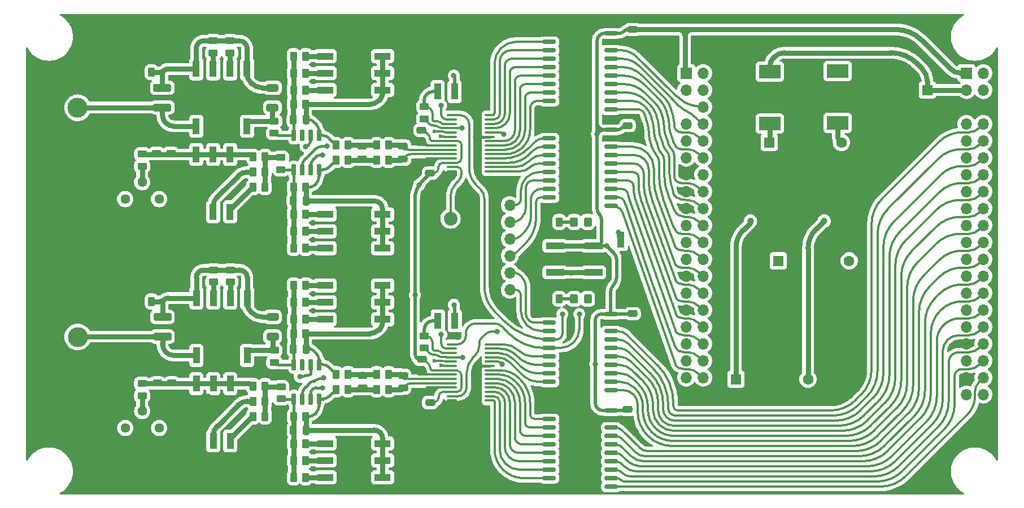
<source format=gbr>
%TF.GenerationSoftware,KiCad,Pcbnew,7.0.10-7.0.10~ubuntu22.04.1*%
%TF.CreationDate,2024-01-23T12:41:04+01:00*%
%TF.ProjectId,misrc,6d697372-632e-46b6-9963-61645f706362,0.3*%
%TF.SameCoordinates,Original*%
%TF.FileFunction,Copper,L1,Top*%
%TF.FilePolarity,Positive*%
%FSLAX46Y46*%
G04 Gerber Fmt 4.6, Leading zero omitted, Abs format (unit mm)*
G04 Created by KiCad (PCBNEW 7.0.10-7.0.10~ubuntu22.04.1) date 2024-01-23 12:41:04*
%MOMM*%
%LPD*%
G01*
G04 APERTURE LIST*
G04 Aperture macros list*
%AMRoundRect*
0 Rectangle with rounded corners*
0 $1 Rounding radius*
0 $2 $3 $4 $5 $6 $7 $8 $9 X,Y pos of 4 corners*
0 Add a 4 corners polygon primitive as box body*
4,1,4,$2,$3,$4,$5,$6,$7,$8,$9,$2,$3,0*
0 Add four circle primitives for the rounded corners*
1,1,$1+$1,$2,$3*
1,1,$1+$1,$4,$5*
1,1,$1+$1,$6,$7*
1,1,$1+$1,$8,$9*
0 Add four rect primitives between the rounded corners*
20,1,$1+$1,$2,$3,$4,$5,0*
20,1,$1+$1,$4,$5,$6,$7,0*
20,1,$1+$1,$6,$7,$8,$9,0*
20,1,$1+$1,$8,$9,$2,$3,0*%
G04 Aperture macros list end*
%TA.AperFunction,SMDPad,CuDef*%
%ADD10R,2.440000X1.120000*%
%TD*%
%TA.AperFunction,ComponentPad*%
%ADD11R,1.600000X1.600000*%
%TD*%
%TA.AperFunction,ComponentPad*%
%ADD12C,1.600000*%
%TD*%
%TA.AperFunction,SMDPad,CuDef*%
%ADD13RoundRect,0.250000X-0.475000X0.250000X-0.475000X-0.250000X0.475000X-0.250000X0.475000X0.250000X0*%
%TD*%
%TA.AperFunction,SMDPad,CuDef*%
%ADD14RoundRect,0.250000X-0.262500X-0.450000X0.262500X-0.450000X0.262500X0.450000X-0.262500X0.450000X0*%
%TD*%
%TA.AperFunction,ComponentPad*%
%ADD15R,1.700000X1.700000*%
%TD*%
%TA.AperFunction,ComponentPad*%
%ADD16O,1.700000X1.700000*%
%TD*%
%TA.AperFunction,ComponentPad*%
%ADD17C,3.000000*%
%TD*%
%TA.AperFunction,ComponentPad*%
%ADD18C,4.000000*%
%TD*%
%TA.AperFunction,SMDPad,CuDef*%
%ADD19RoundRect,0.250000X-0.325000X-0.450000X0.325000X-0.450000X0.325000X0.450000X-0.325000X0.450000X0*%
%TD*%
%TA.AperFunction,SMDPad,CuDef*%
%ADD20RoundRect,0.250000X1.100000X-0.325000X1.100000X0.325000X-1.100000X0.325000X-1.100000X-0.325000X0*%
%TD*%
%TA.AperFunction,SMDPad,CuDef*%
%ADD21RoundRect,0.250000X-0.450000X0.262500X-0.450000X-0.262500X0.450000X-0.262500X0.450000X0.262500X0*%
%TD*%
%TA.AperFunction,SMDPad,CuDef*%
%ADD22RoundRect,0.250000X0.450000X-0.262500X0.450000X0.262500X-0.450000X0.262500X-0.450000X-0.262500X0*%
%TD*%
%TA.AperFunction,SMDPad,CuDef*%
%ADD23RoundRect,0.250000X0.262500X0.450000X-0.262500X0.450000X-0.262500X-0.450000X0.262500X-0.450000X0*%
%TD*%
%TA.AperFunction,SMDPad,CuDef*%
%ADD24RoundRect,0.100000X-0.637500X-0.100000X0.637500X-0.100000X0.637500X0.100000X-0.637500X0.100000X0*%
%TD*%
%TA.AperFunction,SMDPad,CuDef*%
%ADD25RoundRect,0.250000X-0.250000X-0.475000X0.250000X-0.475000X0.250000X0.475000X-0.250000X0.475000X0*%
%TD*%
%TA.AperFunction,SMDPad,CuDef*%
%ADD26RoundRect,0.150000X-0.875000X-0.150000X0.875000X-0.150000X0.875000X0.150000X-0.875000X0.150000X0*%
%TD*%
%TA.AperFunction,ComponentPad*%
%ADD27C,2.050000*%
%TD*%
%TA.AperFunction,ComponentPad*%
%ADD28C,2.250000*%
%TD*%
%TA.AperFunction,ComponentPad*%
%ADD29C,1.440000*%
%TD*%
%TA.AperFunction,SMDPad,CuDef*%
%ADD30R,3.200000X2.000000*%
%TD*%
%TA.AperFunction,SMDPad,CuDef*%
%ADD31R,1.120000X2.440000*%
%TD*%
%TA.AperFunction,SMDPad,CuDef*%
%ADD32RoundRect,0.250000X0.475000X-0.250000X0.475000X0.250000X-0.475000X0.250000X-0.475000X-0.250000X0*%
%TD*%
%TA.AperFunction,SMDPad,CuDef*%
%ADD33R,2.750000X1.000000*%
%TD*%
%TA.AperFunction,SMDPad,CuDef*%
%ADD34RoundRect,0.250000X-0.650000X0.325000X-0.650000X-0.325000X0.650000X-0.325000X0.650000X0.325000X0*%
%TD*%
%TA.AperFunction,SMDPad,CuDef*%
%ADD35RoundRect,0.150000X0.150000X-0.725000X0.150000X0.725000X-0.150000X0.725000X-0.150000X-0.725000X0*%
%TD*%
%TA.AperFunction,ViaPad*%
%ADD36C,0.800000*%
%TD*%
%TA.AperFunction,ViaPad*%
%ADD37C,1.000000*%
%TD*%
%TA.AperFunction,ViaPad*%
%ADD38C,0.600000*%
%TD*%
%TA.AperFunction,Conductor*%
%ADD39C,0.500000*%
%TD*%
%TA.AperFunction,Conductor*%
%ADD40C,0.750000*%
%TD*%
%TA.AperFunction,Conductor*%
%ADD41C,0.320000*%
%TD*%
%TA.AperFunction,Conductor*%
%ADD42C,0.400000*%
%TD*%
%TA.AperFunction,Conductor*%
%ADD43C,0.250000*%
%TD*%
%TA.AperFunction,Conductor*%
%ADD44C,0.240000*%
%TD*%
G04 APERTURE END LIST*
D10*
%TO.P,SW204,1*%
%TO.N,Net-(R216-Pad2)*%
X105664000Y-93599000D03*
%TO.P,SW204,2*%
%TO.N,Net-(R217-Pad2)*%
X105664000Y-96139000D03*
%TO.P,SW204,3*%
%TO.N,Net-(R218-Pad2)*%
X105664000Y-98679000D03*
%TO.P,SW204,4*%
%TO.N,Net-(C207-Pad2)*%
X114274000Y-98679000D03*
%TO.P,SW204,5*%
X114274000Y-96139000D03*
%TO.P,SW204,6*%
X114274000Y-93599000D03*
%TD*%
D11*
%TO.P,C19,1*%
%TO.N,GND*%
X181554000Y-118364000D03*
D12*
%TO.P,C19,2*%
%TO.N,-5VA*%
X178054000Y-118364000D03*
%TD*%
D13*
%TO.P,C119,1*%
%TO.N,Net-(U102-~{IN})*%
X117348000Y-119700000D03*
%TO.P,C119,2*%
%TO.N,GND*%
X117348000Y-121600000D03*
%TD*%
D14*
%TO.P,R120,1*%
%TO.N,Net-(C107-Pad2)*%
X107291500Y-119888000D03*
%TO.P,R120,2*%
%TO.N,Net-(C109-Pad1)*%
X109116500Y-119888000D03*
%TD*%
D13*
%TO.P,C108,1*%
%TO.N,GND*%
X111252000Y-115890000D03*
%TO.P,C108,2*%
%TO.N,Net-(C108-Pad2)*%
X111252000Y-117790000D03*
%TD*%
D14*
%TO.P,R211,1*%
%TO.N,Net-(U201-+)*%
X100928500Y-69850000D03*
%TO.P,R211,2*%
%TO.N,Net-(R211-Pad2)*%
X102753500Y-69850000D03*
%TD*%
D15*
%TO.P,J2,1,Pin_1*%
%TO.N,GND*%
X133350000Y-107442000D03*
D16*
%TO.P,J2,2,Pin_2*%
%TO.N,Net-(J2-Pin_2)*%
X133350000Y-104902000D03*
%TO.P,J2,3,Pin_3*%
%TO.N,Net-(J2-Pin_3)*%
X133350000Y-102362000D03*
%TO.P,J2,4,Pin_4*%
%TO.N,Net-(J2-Pin_4)*%
X133350000Y-99822000D03*
%TO.P,J2,5,Pin_5*%
%TO.N,Net-(J2-Pin_5)*%
X133350000Y-97282000D03*
%TO.P,J2,6,Pin_6*%
%TO.N,Net-(J2-Pin_6)*%
X133350000Y-94742000D03*
%TO.P,J2,7,Pin_7*%
%TO.N,Net-(J2-Pin_7)*%
X133350000Y-92202000D03*
%TO.P,J2,8,Pin_8*%
%TO.N,GND*%
X133350000Y-89662000D03*
%TD*%
D14*
%TO.P,R213,1*%
%TO.N,Net-(U201-+)*%
X100928500Y-74930000D03*
%TO.P,R213,2*%
%TO.N,Net-(R213-Pad2)*%
X102753500Y-74930000D03*
%TD*%
%TO.P,R101,1*%
%TO.N,GND*%
X77827500Y-106680000D03*
%TO.P,R101,2*%
%TO.N,Net-(C101-Pad2)*%
X79652500Y-106680000D03*
%TD*%
D17*
%TO.P,J101,1,Signal*%
%TO.N,Net-(J101-Signal)*%
X68580000Y-112014000D03*
D18*
%TO.P,J101,2,GND*%
%TO.N,GND*%
X63500000Y-117094000D03*
%TO.P,J101,3,GND*%
X63500000Y-106934000D03*
%TO.P,J101,4,GND*%
X73660000Y-106934000D03*
%TO.P,J101,5,GND*%
X73660000Y-117094000D03*
%TD*%
D10*
%TO.P,SW103,1*%
%TO.N,Net-(R111-Pad2)*%
X105677000Y-104267000D03*
%TO.P,SW103,2*%
%TO.N,Net-(R112-Pad2)*%
X105677000Y-106807000D03*
%TO.P,SW103,3*%
%TO.N,Net-(R113-Pad2)*%
X105677000Y-109347000D03*
%TO.P,SW103,4*%
%TO.N,Net-(C106-Pad2)*%
X114287000Y-109347000D03*
%TO.P,SW103,5*%
X114287000Y-106807000D03*
%TO.P,SW103,6*%
X114287000Y-104267000D03*
%TD*%
D19*
%TO.P,D2,1,K*%
%TO.N,Net-(D2-K)*%
X142984000Y-94742000D03*
%TO.P,D2,2,A*%
%TO.N,Net-(D2-A)*%
X145034000Y-94742000D03*
%TD*%
D14*
%TO.P,R116,1*%
%TO.N,Net-(U101--)*%
X100941500Y-128016000D03*
%TO.P,R116,2*%
%TO.N,Net-(R116-Pad2)*%
X102766500Y-128016000D03*
%TD*%
D15*
%TO.P,J3,1,V3P3*%
%TO.N,VDD*%
X201803000Y-72390000D03*
D16*
%TO.P,J3,2,V1P2*%
%TO.N,unconnected-(J3-V1P2-Pad2)*%
X204343000Y-72390000D03*
%TO.P,J3,3,USB3_VBUS*%
%TO.N,+5V*%
X201803000Y-74930000D03*
%TO.P,J3,4,USB3_VBUS*%
X204343000Y-74930000D03*
%TO.P,J3,6,GND*%
%TO.N,GND*%
X204343000Y-77470000D03*
%TO.P,J3,7,CTL12*%
%TO.N,unconnected-(J3-CTL12-Pad7)*%
X201803000Y-80010000D03*
%TO.P,J3,8,DQ15*%
%TO.N,Net-(J3-DQ15)*%
X204343000Y-80010000D03*
%TO.P,J3,9,CTL11*%
%TO.N,unconnected-(J3-CTL11-Pad9)*%
X201803000Y-82550000D03*
%TO.P,J3,10,DQ14*%
%TO.N,Net-(J3-DQ14)*%
X204343000Y-82550000D03*
%TO.P,J3,11,CTL10*%
%TO.N,unconnected-(J3-CTL10-Pad11)*%
X201803000Y-85090000D03*
%TO.P,J3,12,DQ13*%
%TO.N,Net-(J3-DQ13)*%
X204343000Y-85090000D03*
%TO.P,J3,13,CTL9*%
%TO.N,unconnected-(J3-CTL9-Pad13)*%
X201803000Y-87630000D03*
%TO.P,J3,14,DQ12*%
%TO.N,Net-(J3-DQ12)*%
X204343000Y-87630000D03*
%TO.P,J3,15,CTL8*%
%TO.N,unconnected-(J3-CTL8-Pad15)*%
X201803000Y-90170000D03*
%TO.P,J3,16,DQ11*%
%TO.N,Net-(J3-DQ11)*%
X204343000Y-90170000D03*
%TO.P,J3,17,CTL7*%
%TO.N,unconnected-(J3-CTL7-Pad17)*%
X201803000Y-92710000D03*
%TO.P,J3,18,DQ10*%
%TO.N,Net-(J3-DQ10)*%
X204343000Y-92710000D03*
%TO.P,J3,19,CTL6*%
%TO.N,unconnected-(J3-CTL6-Pad19)*%
X201803000Y-95250000D03*
%TO.P,J3,20,DQ9*%
%TO.N,Net-(J3-DQ9)*%
X204343000Y-95250000D03*
%TO.P,J3,21,CTL5*%
%TO.N,unconnected-(J3-CTL5-Pad21)*%
X201803000Y-97790000D03*
%TO.P,J3,22,DQ8*%
%TO.N,Net-(J3-DQ8)*%
X204343000Y-97790000D03*
%TO.P,J3,23,CTL4_SW*%
%TO.N,unconnected-(J3-CTL4_SW-Pad23)*%
X201803000Y-100330000D03*
%TO.P,J3,24,DQ7*%
%TO.N,Net-(J3-DQ7)*%
X204343000Y-100330000D03*
%TO.P,J3,25,CTL3*%
%TO.N,unconnected-(J3-CTL3-Pad25)*%
X201803000Y-102870000D03*
%TO.P,J3,26,DQ6*%
%TO.N,Net-(J3-DQ6)*%
X204343000Y-102870000D03*
%TO.P,J3,27,CTL2*%
%TO.N,unconnected-(J3-CTL2-Pad27)*%
X201803000Y-105410000D03*
%TO.P,J3,28,DQ5*%
%TO.N,Net-(J3-DQ5)*%
X204343000Y-105410000D03*
%TO.P,J3,29,CTL1*%
%TO.N,unconnected-(J3-CTL1-Pad29)*%
X201803000Y-107950000D03*
%TO.P,J3,30,DQ4*%
%TO.N,Net-(J3-DQ4)*%
X204343000Y-107950000D03*
%TO.P,J3,31,CTL0*%
%TO.N,unconnected-(J3-CTL0-Pad31)*%
X201803000Y-110490000D03*
%TO.P,J3,32,DQ3*%
%TO.N,Net-(J3-DQ3)*%
X204343000Y-110490000D03*
%TO.P,J3,33,GND*%
%TO.N,GND*%
X201803000Y-113030000D03*
%TO.P,J3,34,DQ2*%
%TO.N,Net-(J3-DQ2)*%
X204343000Y-113030000D03*
%TO.P,J3,35,PCLK*%
%TO.N,/Input_ADC_CH1/CLK*%
X201803000Y-115570000D03*
%TO.P,J3,36,DQ1*%
%TO.N,Net-(J3-DQ1)*%
X204343000Y-115570000D03*
%TO.P,J3,37,GND*%
%TO.N,GND*%
X201803000Y-118110000D03*
%TO.P,J3,38,DQ0*%
%TO.N,Net-(J3-DQ0)*%
X204343000Y-118110000D03*
%TO.P,J3,39,I2C_SDA_FX3*%
%TO.N,unconnected-(J3-I2C_SDA_FX3-Pad39)*%
X201803000Y-120650000D03*
%TO.P,J3,40,I2C_SCL_FX3*%
%TO.N,unconnected-(J3-I2C_SCL_FX3-Pad40)*%
X204343000Y-120650000D03*
%TD*%
D20*
%TO.P,C101,2*%
%TO.N,Net-(C101-Pad2)*%
X81280000Y-109015000D03*
%TO.P,C101,1*%
%TO.N,Net-(J101-Signal)*%
X81280000Y-111965000D03*
%TD*%
D21*
%TO.P,R209,1*%
%TO.N,Net-(Q201-E)*%
X98031000Y-79605500D03*
%TO.P,R209,2*%
%TO.N,Net-(U201-+)*%
X98031000Y-81430500D03*
%TD*%
D22*
%TO.P,R203,1*%
%TO.N,Net-(R203-Pad1)*%
X91427000Y-69365500D03*
%TO.P,R203,2*%
%TO.N,Net-(C201-Pad2)*%
X91427000Y-67540500D03*
%TD*%
D23*
%TO.P,R208,1*%
%TO.N,Net-(R206-Pad1)*%
X96657500Y-84963000D03*
%TO.P,R208,2*%
%TO.N,Net-(C227-Pad1)*%
X94832500Y-84963000D03*
%TD*%
%TO.P,R206,1*%
%TO.N,Net-(R206-Pad1)*%
X96657500Y-87249000D03*
%TO.P,R206,2*%
%TO.N,Net-(R206-Pad2)*%
X94832500Y-87249000D03*
%TD*%
D21*
%TO.P,R110,2*%
%TO.N,Net-(U101--)*%
X99060000Y-121308500D03*
%TO.P,R110,1*%
%TO.N,Net-(R106-Pad1)*%
X99060000Y-119483500D03*
%TD*%
D24*
%TO.P,U102,1,OTR*%
%TO.N,/OTRA*%
X124645500Y-113123000D03*
%TO.P,U102,2,MODE*%
%TO.N,Net-(U102-MODE)*%
X124645500Y-113773000D03*
%TO.P,U102,3,SENSE*%
%TO.N,Net-(U102-SENSE)*%
X124645500Y-114423000D03*
%TO.P,U102,4,VREF*%
%TO.N,Net-(U102-VREF)*%
X124645500Y-115073000D03*
%TO.P,U102,5,REFB*%
%TO.N,Net-(U102-REFB)*%
X124645500Y-115723000D03*
%TO.P,U102,6,REFT*%
%TO.N,Net-(U102-REFT)*%
X124645500Y-116373000D03*
%TO.P,U102,7,AVDD*%
%TO.N,VDDA*%
X124645500Y-117023000D03*
%TO.P,U102,8,AGND*%
%TO.N,GND*%
X124645500Y-117673000D03*
%TO.P,U102,9,IN*%
%TO.N,Net-(U102-IN)*%
X124645500Y-118323000D03*
%TO.P,U102,10,~{IN}*%
%TO.N,Net-(U102-~{IN})*%
X124645500Y-118973000D03*
%TO.P,U102,11,AGND*%
%TO.N,GND*%
X124645500Y-119623000D03*
%TO.P,U102,12,AVDD*%
%TO.N,VDDA*%
X124645500Y-120273000D03*
%TO.P,U102,13,CLK*%
%TO.N,/Input_ADC_CH1/CLK*%
X124645500Y-120923000D03*
%TO.P,U102,14,PWDN*%
%TO.N,GND*%
X124645500Y-121573000D03*
%TO.P,U102,15,Bit_0_(LSB)*%
%TO.N,/DA0*%
X130370500Y-121573000D03*
%TO.P,U102,16,Bit_1*%
%TO.N,/DA1*%
X130370500Y-120923000D03*
%TO.P,U102,17,Bit_2*%
%TO.N,/DA2*%
X130370500Y-120273000D03*
%TO.P,U102,18,Bit_3*%
%TO.N,/DA3*%
X130370500Y-119623000D03*
%TO.P,U102,19,Bit_4*%
%TO.N,/DA4*%
X130370500Y-118973000D03*
%TO.P,U102,20,Bit_5*%
%TO.N,/DA5*%
X130370500Y-118323000D03*
%TO.P,U102,21,Bit_6*%
%TO.N,/DA6*%
X130370500Y-117673000D03*
%TO.P,U102,22,Bit_7*%
%TO.N,/DA7*%
X130370500Y-117023000D03*
%TO.P,U102,23,DGND*%
%TO.N,GND*%
X130370500Y-116373000D03*
%TO.P,U102,24,DRVDD*%
%TO.N,VDD*%
X130370500Y-115723000D03*
%TO.P,U102,25,Bit_8*%
%TO.N,/DA8*%
X130370500Y-115073000D03*
%TO.P,U102,26,Bit_9*%
%TO.N,/DA9*%
X130370500Y-114423000D03*
%TO.P,U102,27,Bit_10*%
%TO.N,/DA10*%
X130370500Y-113773000D03*
%TO.P,U102,28,Bit_11_(MSB)*%
%TO.N,/DA11*%
X130370500Y-113123000D03*
%TD*%
D21*
%TO.P,R210,1*%
%TO.N,Net-(R206-Pad1)*%
X99047000Y-85066500D03*
%TO.P,R210,2*%
%TO.N,Net-(U201--)*%
X99047000Y-86891500D03*
%TD*%
D25*
%TO.P,C106,1*%
%TO.N,Net-(U101-+)*%
X100904000Y-113792000D03*
%TO.P,C106,2*%
%TO.N,Net-(C106-Pad2)*%
X102804000Y-113792000D03*
%TD*%
D26*
%TO.P,U5,1,G1*%
%TO.N,GND*%
X139241000Y-66421000D03*
%TO.P,U5,2,A0*%
%TO.N,/DB11*%
X139241000Y-67691000D03*
%TO.P,U5,3,A1*%
%TO.N,/DB10*%
X139241000Y-68961000D03*
%TO.P,U5,4,A2*%
%TO.N,/DB9*%
X139241000Y-70231000D03*
%TO.P,U5,5,A3*%
%TO.N,/DB8*%
X139241000Y-71501000D03*
%TO.P,U5,6,A4*%
%TO.N,/DB7*%
X139241000Y-72771000D03*
%TO.P,U5,7,A5*%
%TO.N,/DB6*%
X139241000Y-74041000D03*
%TO.P,U5,8,A6*%
%TO.N,/DB5*%
X139241000Y-75311000D03*
%TO.P,U5,9,A7*%
%TO.N,/DB4*%
X139241000Y-76581000D03*
%TO.P,U5,10,GND*%
%TO.N,GND*%
X139241000Y-77851000D03*
%TO.P,U5,11,Y7*%
%TO.N,Net-(J4-DQ24)*%
X148541000Y-77851000D03*
%TO.P,U5,12,Y6*%
%TO.N,Net-(J4-DQ25)*%
X148541000Y-76581000D03*
%TO.P,U5,13,Y5*%
%TO.N,Net-(J4-DQ26)*%
X148541000Y-75311000D03*
%TO.P,U5,14,Y4*%
%TO.N,Net-(J4-DQ27)*%
X148541000Y-74041000D03*
%TO.P,U5,15,Y3*%
%TO.N,Net-(J4-DQ28)*%
X148541000Y-72771000D03*
%TO.P,U5,16,Y2*%
%TO.N,Net-(J4-DQ29)*%
X148541000Y-71501000D03*
%TO.P,U5,17,Y1*%
%TO.N,Net-(J4-DQ30)*%
X148541000Y-70231000D03*
%TO.P,U5,18,Y0*%
%TO.N,Net-(J4-DQ31)*%
X148541000Y-68961000D03*
%TO.P,U5,19,G2*%
%TO.N,GND*%
X148541000Y-67691000D03*
%TO.P,U5,20,VCC*%
%TO.N,VDD*%
X148541000Y-66421000D03*
%TD*%
D13*
%TO.P,C225,1*%
%TO.N,VDDA*%
X120129000Y-80965000D03*
%TO.P,C225,2*%
%TO.N,GND*%
X120129000Y-82865000D03*
%TD*%
D25*
%TO.P,C206,1*%
%TO.N,Net-(U201-+)*%
X100891000Y-79375000D03*
%TO.P,C206,2*%
%TO.N,Net-(C206-Pad2)*%
X102791000Y-79375000D03*
%TD*%
D14*
%TO.P,R215,1*%
%TO.N,Net-(U201--)*%
X100928500Y-89535000D03*
%TO.P,R215,2*%
%TO.N,Net-(C207-Pad2)*%
X102753500Y-89535000D03*
%TD*%
D26*
%TO.P,U4,1,G1*%
%TO.N,GND*%
X139241000Y-80899000D03*
%TO.P,U4,2,A0*%
%TO.N,/DB3*%
X139241000Y-82169000D03*
%TO.P,U4,3,A1*%
%TO.N,/DB2*%
X139241000Y-83439000D03*
%TO.P,U4,4,A2*%
%TO.N,/DB1*%
X139241000Y-84709000D03*
%TO.P,U4,5,A3*%
%TO.N,/DB0*%
X139241000Y-85979000D03*
%TO.P,U4,6,A4*%
%TO.N,Net-(J2-Pin_7)*%
X139241000Y-87249000D03*
%TO.P,U4,7,A5*%
%TO.N,Net-(J2-Pin_6)*%
X139241000Y-88519000D03*
%TO.P,U4,8,A6*%
%TO.N,Net-(J2-Pin_5)*%
X139241000Y-89789000D03*
%TO.P,U4,9,A7*%
%TO.N,Net-(J2-Pin_4)*%
X139241000Y-91059000D03*
%TO.P,U4,10,GND*%
%TO.N,GND*%
X139241000Y-92329000D03*
%TO.P,U4,11,Y7*%
%TO.N,Net-(J4-DQ16)*%
X148541000Y-92329000D03*
%TO.P,U4,12,Y6*%
%TO.N,Net-(J4-DQ17)*%
X148541000Y-91059000D03*
%TO.P,U4,13,Y5*%
%TO.N,Net-(J4-DQ18)*%
X148541000Y-89789000D03*
%TO.P,U4,14,Y4*%
%TO.N,Net-(J4-DQ19)*%
X148541000Y-88519000D03*
%TO.P,U4,15,Y3*%
%TO.N,Net-(J4-DQ20)*%
X148541000Y-87249000D03*
%TO.P,U4,16,Y2*%
%TO.N,Net-(J4-DQ21)*%
X148541000Y-85979000D03*
%TO.P,U4,17,Y1*%
%TO.N,Net-(J4-DQ22)*%
X148541000Y-84709000D03*
%TO.P,U4,18,Y0*%
%TO.N,Net-(J4-DQ23)*%
X148541000Y-83439000D03*
%TO.P,U4,19,G2*%
%TO.N,GND*%
X148541000Y-82169000D03*
%TO.P,U4,20,VCC*%
%TO.N,VDD*%
X148541000Y-80899000D03*
%TD*%
D27*
%TO.P,J1,1,Pin_1*%
%TO.N,/Input_ADC_CH1/CLK*%
X124460000Y-94234000D03*
D28*
%TO.P,J1,2,Shield*%
%TO.N,GND*%
X121920000Y-91694000D03*
X121920000Y-96774000D03*
X127000000Y-91694000D03*
X127000000Y-96774000D03*
%TD*%
D10*
%TO.P,SW203,1*%
%TO.N,Net-(R211-Pad2)*%
X105677000Y-69850000D03*
%TO.P,SW203,2*%
%TO.N,Net-(R212-Pad2)*%
X105677000Y-72390000D03*
%TO.P,SW203,3*%
%TO.N,Net-(R213-Pad2)*%
X105677000Y-74930000D03*
%TO.P,SW203,4*%
%TO.N,Net-(C206-Pad2)*%
X114287000Y-74930000D03*
%TO.P,SW203,5*%
X114287000Y-72390000D03*
%TO.P,SW203,6*%
X114287000Y-69850000D03*
%TD*%
D29*
%TO.P,RV201,1,1*%
%TO.N,-5VA*%
X75692000Y-91313000D03*
%TO.P,RV201,2,2*%
%TO.N,Net-(R228-Pad2)*%
X78232000Y-88773000D03*
%TO.P,RV201,3,3*%
%TO.N,+5VA*%
X80772000Y-91313000D03*
%TD*%
D11*
%TO.P,C17,1*%
%TO.N,GND*%
X180721000Y-100584000D03*
D12*
%TO.P,C17,2*%
%TO.N,Net-(Q2-B)*%
X184221000Y-100584000D03*
%TD*%
D14*
%TO.P,R122,1*%
%TO.N,Net-(C109-Pad1)*%
X113387500Y-119888000D03*
%TO.P,R122,2*%
%TO.N,Net-(U102-~{IN})*%
X115212500Y-119888000D03*
%TD*%
D30*
%TO.P,L1,1,1*%
%TO.N,+5V*%
X172339000Y-72173000D03*
%TO.P,L1,2,2*%
%TO.N,Net-(Q1-C)*%
X172339000Y-79973000D03*
%TD*%
D11*
%TO.P,C11,1*%
%TO.N,GND*%
X186564651Y-82804000D03*
D12*
%TO.P,C11,2*%
%TO.N,Net-(Q2-C)*%
X183064651Y-82804000D03*
%TD*%
D23*
%TO.P,R108,2*%
%TO.N,Net-(C127-Pad1)*%
X94845500Y-119380000D03*
%TO.P,R108,1*%
%TO.N,Net-(R106-Pad1)*%
X96670500Y-119380000D03*
%TD*%
%TO.P,R2,1*%
%TO.N,Net-(D1-K)*%
X140739500Y-106299000D03*
%TO.P,R2,2*%
%TO.N,GND*%
X138914500Y-106299000D03*
%TD*%
%TO.P,R106,2*%
%TO.N,Net-(R106-Pad2)*%
X94845500Y-121666000D03*
%TO.P,R106,1*%
%TO.N,Net-(R106-Pad1)*%
X96670500Y-121666000D03*
%TD*%
D13*
%TO.P,C208,1*%
%TO.N,GND*%
X111239000Y-81473000D03*
%TO.P,C208,2*%
%TO.N,Net-(C208-Pad2)*%
X111239000Y-83373000D03*
%TD*%
D26*
%TO.P,U2,1,G1*%
%TO.N,GND*%
X139241000Y-123063000D03*
%TO.P,U2,2,A0*%
%TO.N,/DA7*%
X139241000Y-124333000D03*
%TO.P,U2,3,A1*%
%TO.N,/DA6*%
X139241000Y-125603000D03*
%TO.P,U2,4,A2*%
%TO.N,/DA5*%
X139241000Y-126873000D03*
%TO.P,U2,5,A3*%
%TO.N,/DA4*%
X139241000Y-128143000D03*
%TO.P,U2,6,A4*%
%TO.N,/DA3*%
X139241000Y-129413000D03*
%TO.P,U2,7,A5*%
%TO.N,/DA2*%
X139241000Y-130683000D03*
%TO.P,U2,8,A6*%
%TO.N,/DA1*%
X139241000Y-131953000D03*
%TO.P,U2,9,A7*%
%TO.N,/DA0*%
X139241000Y-133223000D03*
%TO.P,U2,10,GND*%
%TO.N,GND*%
X139241000Y-134493000D03*
%TO.P,U2,11,Y7*%
%TO.N,Net-(J3-DQ0)*%
X148541000Y-134493000D03*
%TO.P,U2,12,Y6*%
%TO.N,Net-(J3-DQ1)*%
X148541000Y-133223000D03*
%TO.P,U2,13,Y5*%
%TO.N,Net-(J3-DQ2)*%
X148541000Y-131953000D03*
%TO.P,U2,14,Y4*%
%TO.N,Net-(J3-DQ3)*%
X148541000Y-130683000D03*
%TO.P,U2,15,Y3*%
%TO.N,Net-(J3-DQ4)*%
X148541000Y-129413000D03*
%TO.P,U2,16,Y2*%
%TO.N,Net-(J3-DQ5)*%
X148541000Y-128143000D03*
%TO.P,U2,17,Y1*%
%TO.N,Net-(J3-DQ6)*%
X148541000Y-126873000D03*
%TO.P,U2,18,Y0*%
%TO.N,Net-(J3-DQ7)*%
X148541000Y-125603000D03*
%TO.P,U2,19,G2*%
%TO.N,GND*%
X148541000Y-124333000D03*
%TO.P,U2,20,VCC*%
%TO.N,VDD*%
X148541000Y-123063000D03*
%TD*%
D14*
%TO.P,R216,1*%
%TO.N,Net-(U201--)*%
X100928500Y-93599000D03*
%TO.P,R216,2*%
%TO.N,Net-(R216-Pad2)*%
X102753500Y-93599000D03*
%TD*%
D31*
%TO.P,SW201,1*%
%TO.N,Net-(J201-Signal)*%
X86347000Y-80378000D03*
%TO.P,SW201,2*%
%TO.N,GND*%
X88887000Y-80378000D03*
%TO.P,SW201,3*%
X91427000Y-80378000D03*
%TO.P,SW201,4*%
%TO.N,Net-(Q201-E)*%
X93967000Y-80378000D03*
%TO.P,SW201,5*%
%TO.N,Net-(C201-Pad2)*%
X93967000Y-71768000D03*
%TO.P,SW201,6*%
%TO.N,Net-(R203-Pad1)*%
X91427000Y-71768000D03*
%TO.P,SW201,7*%
%TO.N,Net-(R202-Pad1)*%
X88887000Y-71768000D03*
%TO.P,SW201,8*%
%TO.N,Net-(C201-Pad2)*%
X86347000Y-71768000D03*
%TD*%
D22*
%TO.P,R223,1*%
%TO.N,Net-(U202-VREF)*%
X120510000Y-79271500D03*
%TO.P,R223,2*%
%TO.N,Net-(U202-SENSE)*%
X120510000Y-77446500D03*
%TD*%
D19*
%TO.P,D1,1,K*%
%TO.N,Net-(D1-K)*%
X142984000Y-106299000D03*
%TO.P,D1,2,A*%
%TO.N,Net-(D1-A)*%
X145034000Y-106299000D03*
%TD*%
D30*
%TO.P,L2,1,1*%
%TO.N,Net-(U6-VOUT)*%
X182499000Y-72083000D03*
%TO.P,L2,2,2*%
%TO.N,Net-(Q2-C)*%
X182499000Y-79883000D03*
%TD*%
D17*
%TO.P,J201,1,Signal*%
%TO.N,Net-(J201-Signal)*%
X68567000Y-77597000D03*
D18*
%TO.P,J201,2,GND*%
%TO.N,GND*%
X63487000Y-82677000D03*
%TO.P,J201,3,GND*%
X63487000Y-72517000D03*
%TO.P,J201,4,GND*%
X73647000Y-72517000D03*
%TO.P,J201,5,GND*%
X73647000Y-82677000D03*
%TD*%
D22*
%TO.P,R102,2*%
%TO.N,Net-(C101-Pad2)*%
X88900000Y-101957500D03*
%TO.P,R102,1*%
%TO.N,Net-(R102-Pad1)*%
X88900000Y-103782500D03*
%TD*%
D20*
%TO.P,C201,1*%
%TO.N,Net-(J201-Signal)*%
X81267000Y-77548000D03*
%TO.P,C201,2*%
%TO.N,Net-(C201-Pad2)*%
X81267000Y-74598000D03*
%TD*%
D14*
%TO.P,R115,1*%
%TO.N,Net-(U101--)*%
X100941500Y-123952000D03*
%TO.P,R115,2*%
%TO.N,Net-(C107-Pad2)*%
X102766500Y-123952000D03*
%TD*%
%TO.P,R111,1*%
%TO.N,Net-(U101-+)*%
X100941500Y-104267000D03*
%TO.P,R111,2*%
%TO.N,Net-(R111-Pad2)*%
X102766500Y-104267000D03*
%TD*%
D31*
%TO.P,SW105,1*%
%TO.N,GND*%
X125095000Y-100978000D03*
%TO.P,SW105,2*%
X122555000Y-100978000D03*
%TO.P,SW105,3*%
%TO.N,Net-(U102-SENSE)*%
X122555000Y-109588000D03*
%TO.P,SW105,4*%
%TO.N,Net-(R125-Pad1)*%
X125095000Y-109588000D03*
%TD*%
D32*
%TO.P,C224,1*%
%TO.N,VDDA*%
X121399000Y-87437000D03*
%TO.P,C224,2*%
%TO.N,GND*%
X121399000Y-85537000D03*
%TD*%
D14*
%TO.P,R220,1*%
%TO.N,Net-(C207-Pad2)*%
X107278500Y-85471000D03*
%TO.P,R220,2*%
%TO.N,Net-(C209-Pad1)*%
X109103500Y-85471000D03*
%TD*%
D13*
%TO.P,C109,1*%
%TO.N,Net-(C109-Pad1)*%
X111252000Y-119700000D03*
%TO.P,C109,2*%
%TO.N,GND*%
X111252000Y-121600000D03*
%TD*%
%TO.P,C125,1*%
%TO.N,VDDA*%
X120142000Y-115382000D03*
%TO.P,C125,2*%
%TO.N,GND*%
X120142000Y-117282000D03*
%TD*%
%TO.P,C209,1*%
%TO.N,Net-(C209-Pad1)*%
X111239000Y-85283000D03*
%TO.P,C209,2*%
%TO.N,GND*%
X111239000Y-87183000D03*
%TD*%
D14*
%TO.P,R212,1*%
%TO.N,Net-(U201-+)*%
X100928500Y-72390000D03*
%TO.P,R212,2*%
%TO.N,Net-(R212-Pad2)*%
X102753500Y-72390000D03*
%TD*%
%TO.P,R113,1*%
%TO.N,Net-(U101-+)*%
X100941500Y-109347000D03*
%TO.P,R113,2*%
%TO.N,Net-(R113-Pad2)*%
X102766500Y-109347000D03*
%TD*%
D23*
%TO.P,R207,1*%
%TO.N,Net-(R206-Pad1)*%
X96657500Y-89535000D03*
%TO.P,R207,2*%
%TO.N,Net-(R207-Pad2)*%
X94832500Y-89535000D03*
%TD*%
D14*
%TO.P,R222,1*%
%TO.N,Net-(C209-Pad1)*%
X113374500Y-85471000D03*
%TO.P,R222,2*%
%TO.N,Net-(U202-~{IN})*%
X115199500Y-85471000D03*
%TD*%
D11*
%TO.P,C10,1*%
%TO.N,Net-(Q1-C)*%
X172240000Y-82801000D03*
D12*
%TO.P,C10,2*%
%TO.N,GND*%
X175740000Y-82801000D03*
%TD*%
D26*
%TO.P,U3,1,G1*%
%TO.N,GND*%
X139241000Y-108585000D03*
%TO.P,U3,2,A0*%
%TO.N,Net-(J2-Pin_3)*%
X139241000Y-109855000D03*
%TO.P,U3,3,A1*%
%TO.N,Net-(J2-Pin_2)*%
X139241000Y-111125000D03*
%TO.P,U3,4,A2*%
%TO.N,/OTRB*%
X139241000Y-112395000D03*
%TO.P,U3,5,A3*%
%TO.N,/OTRA*%
X139241000Y-113665000D03*
%TO.P,U3,6,A4*%
%TO.N,/DA11*%
X139241000Y-114935000D03*
%TO.P,U3,7,A5*%
%TO.N,/DA10*%
X139241000Y-116205000D03*
%TO.P,U3,8,A6*%
%TO.N,/DA9*%
X139241000Y-117475000D03*
%TO.P,U3,9,A7*%
%TO.N,/DA8*%
X139241000Y-118745000D03*
%TO.P,U3,10,GND*%
%TO.N,GND*%
X139241000Y-120015000D03*
%TO.P,U3,11,Y7*%
%TO.N,Net-(J3-DQ8)*%
X148541000Y-120015000D03*
%TO.P,U3,12,Y6*%
%TO.N,Net-(J3-DQ9)*%
X148541000Y-118745000D03*
%TO.P,U3,13,Y5*%
%TO.N,Net-(J3-DQ10)*%
X148541000Y-117475000D03*
%TO.P,U3,14,Y4*%
%TO.N,Net-(J3-DQ11)*%
X148541000Y-116205000D03*
%TO.P,U3,15,Y3*%
%TO.N,Net-(J3-DQ12)*%
X148541000Y-114935000D03*
%TO.P,U3,16,Y2*%
%TO.N,Net-(J3-DQ13)*%
X148541000Y-113665000D03*
%TO.P,U3,17,Y1*%
%TO.N,Net-(J3-DQ14)*%
X148541000Y-112395000D03*
%TO.P,U3,18,Y0*%
%TO.N,Net-(J3-DQ15)*%
X148541000Y-111125000D03*
%TO.P,U3,19,G2*%
%TO.N,GND*%
X148541000Y-109855000D03*
%TO.P,U3,20,VCC*%
%TO.N,VDD*%
X148541000Y-108585000D03*
%TD*%
D32*
%TO.P,C128,1*%
%TO.N,Net-(C127-Pad1)*%
X82677000Y-118933000D03*
%TO.P,C128,2*%
%TO.N,GND*%
X82677000Y-117033000D03*
%TD*%
D25*
%TO.P,C107,1*%
%TO.N,Net-(U101--)*%
X100904000Y-125984000D03*
%TO.P,C107,2*%
%TO.N,Net-(C107-Pad2)*%
X102804000Y-125984000D03*
%TD*%
D23*
%TO.P,R107,2*%
%TO.N,Net-(R107-Pad2)*%
X94845500Y-123952000D03*
%TO.P,R107,1*%
%TO.N,Net-(R106-Pad1)*%
X96670500Y-123952000D03*
%TD*%
D14*
%TO.P,R218,1*%
%TO.N,Net-(U201--)*%
X100928500Y-98679000D03*
%TO.P,R218,2*%
%TO.N,Net-(R218-Pad2)*%
X102753500Y-98679000D03*
%TD*%
%TO.P,R119,1*%
%TO.N,Net-(C106-Pad2)*%
X107291500Y-117602000D03*
%TO.P,R119,2*%
%TO.N,Net-(C108-Pad2)*%
X109116500Y-117602000D03*
%TD*%
D11*
%TO.P,C6,1*%
%TO.N,+5V*%
X195962651Y-74930000D03*
D12*
%TO.P,C6,2*%
%TO.N,GND*%
X192462651Y-74930000D03*
%TD*%
D11*
%TO.P,C18,1*%
%TO.N,+5VA*%
X167259000Y-118364000D03*
D12*
%TO.P,C18,2*%
%TO.N,GND*%
X170759000Y-118364000D03*
%TD*%
D14*
%TO.P,R219,1*%
%TO.N,Net-(C206-Pad2)*%
X107278500Y-83185000D03*
%TO.P,R219,2*%
%TO.N,Net-(C208-Pad2)*%
X109103500Y-83185000D03*
%TD*%
D31*
%TO.P,SW2,1*%
%TO.N,GND*%
X149987000Y-106019000D03*
%TO.P,SW2,2*%
%TO.N,Net-(X1-EN)*%
X149987000Y-97409000D03*
%TD*%
D33*
%TO.P,SW1,1,1*%
%TO.N,Net-(U1A-R)*%
X145882000Y-102330000D03*
X140122000Y-102330000D03*
%TO.P,SW1,2,2*%
%TO.N,VDD*%
X145882000Y-98330000D03*
X140122000Y-98330000D03*
%TD*%
D13*
%TO.P,C2,1*%
%TO.N,VDD*%
X151003000Y-80269000D03*
%TO.P,C2,2*%
%TO.N,GND*%
X151003000Y-82169000D03*
%TD*%
D34*
%TO.P,C105,2*%
%TO.N,Net-(Q101-E)*%
X97790000Y-111965000D03*
%TO.P,C105,1*%
%TO.N,Net-(C101-Pad2)*%
X97790000Y-109015000D03*
%TD*%
D32*
%TO.P,C228,1*%
%TO.N,Net-(C227-Pad1)*%
X82550000Y-84450000D03*
%TO.P,C228,2*%
%TO.N,GND*%
X82550000Y-82550000D03*
%TD*%
D14*
%TO.P,R201,1*%
%TO.N,GND*%
X77814500Y-72263000D03*
%TO.P,R201,2*%
%TO.N,Net-(C201-Pad2)*%
X79639500Y-72263000D03*
%TD*%
%TO.P,R217,1*%
%TO.N,Net-(U201--)*%
X100928500Y-96139000D03*
%TO.P,R217,2*%
%TO.N,Net-(R217-Pad2)*%
X102753500Y-96139000D03*
%TD*%
D13*
%TO.P,C118,1*%
%TO.N,GND*%
X117348000Y-115890000D03*
%TO.P,C118,2*%
%TO.N,Net-(U102-IN)*%
X117348000Y-117790000D03*
%TD*%
%TO.P,C4,1*%
%TO.N,VDD*%
X151003000Y-122875000D03*
%TO.P,C4,2*%
%TO.N,GND*%
X151003000Y-124775000D03*
%TD*%
D14*
%TO.P,R118,1*%
%TO.N,Net-(U101--)*%
X100941500Y-133096000D03*
%TO.P,R118,2*%
%TO.N,Net-(R118-Pad2)*%
X102766500Y-133096000D03*
%TD*%
%TO.P,R221,1*%
%TO.N,Net-(C208-Pad2)*%
X113374500Y-83185000D03*
%TO.P,R221,2*%
%TO.N,Net-(U202-IN)*%
X115199500Y-83185000D03*
%TD*%
D11*
%TO.P,C16,1*%
%TO.N,Net-(Q1-B)*%
X173609000Y-100584000D03*
D12*
%TO.P,C16,2*%
%TO.N,GND*%
X170109000Y-100584000D03*
%TD*%
D21*
%TO.P,R228,1*%
%TO.N,Net-(C227-Pad1)*%
X78232000Y-84558500D03*
%TO.P,R228,2*%
%TO.N,Net-(R228-Pad2)*%
X78232000Y-86383500D03*
%TD*%
D31*
%TO.P,SW101,8*%
%TO.N,Net-(C101-Pad2)*%
X86360000Y-106185000D03*
%TO.P,SW101,7*%
%TO.N,Net-(R102-Pad1)*%
X88900000Y-106185000D03*
%TO.P,SW101,6*%
%TO.N,Net-(R103-Pad1)*%
X91440000Y-106185000D03*
%TO.P,SW101,5*%
%TO.N,Net-(C101-Pad2)*%
X93980000Y-106185000D03*
%TO.P,SW101,4*%
%TO.N,Net-(Q101-E)*%
X93980000Y-114795000D03*
%TO.P,SW101,3*%
%TO.N,GND*%
X91440000Y-114795000D03*
%TO.P,SW101,2*%
X88900000Y-114795000D03*
%TO.P,SW101,1*%
%TO.N,Net-(J101-Signal)*%
X86360000Y-114795000D03*
%TD*%
D21*
%TO.P,R109,1*%
%TO.N,Net-(Q101-E)*%
X98044000Y-114022500D03*
%TO.P,R109,2*%
%TO.N,Net-(U101-+)*%
X98044000Y-115847500D03*
%TD*%
D32*
%TO.P,C227,1*%
%TO.N,Net-(C227-Pad1)*%
X80391000Y-84450000D03*
%TO.P,C227,2*%
%TO.N,GND*%
X80391000Y-82550000D03*
%TD*%
D31*
%TO.P,SW202,1*%
%TO.N,Net-(C227-Pad1)*%
X91427000Y-84608000D03*
%TO.P,SW202,2*%
X88887000Y-84608000D03*
%TO.P,SW202,3*%
X86347000Y-84608000D03*
%TO.P,SW202,4*%
%TO.N,GND*%
X86347000Y-93218000D03*
%TO.P,SW202,5*%
%TO.N,Net-(R206-Pad2)*%
X88887000Y-93218000D03*
%TO.P,SW202,6*%
%TO.N,Net-(R207-Pad2)*%
X91427000Y-93218000D03*
%TD*%
D14*
%TO.P,R112,1*%
%TO.N,Net-(U101-+)*%
X100941500Y-106807000D03*
%TO.P,R112,2*%
%TO.N,Net-(R112-Pad2)*%
X102766500Y-106807000D03*
%TD*%
D22*
%TO.P,R103,2*%
%TO.N,Net-(C101-Pad2)*%
X91440000Y-101957500D03*
%TO.P,R103,1*%
%TO.N,Net-(R103-Pad1)*%
X91440000Y-103782500D03*
%TD*%
D35*
%TO.P,U201,1,-*%
%TO.N,Net-(U201--)*%
X100965000Y-86903000D03*
%TO.P,U201,2,VCM*%
%TO.N,Net-(U201-VCM)*%
X102235000Y-86903000D03*
%TO.P,U201,3,V+*%
%TO.N,+5VA*%
X103505000Y-86903000D03*
%TO.P,U201,4*%
%TO.N,Net-(C207-Pad2)*%
X104775000Y-86903000D03*
%TO.P,U201,5*%
%TO.N,Net-(C206-Pad2)*%
X104775000Y-81753000D03*
%TO.P,U201,6,V-*%
%TO.N,-5VA*%
X103505000Y-81753000D03*
%TO.P,U201,7,NC*%
%TO.N,unconnected-(U201-NC-Pad7)*%
X102235000Y-81753000D03*
%TO.P,U201,8,+*%
%TO.N,Net-(U201-+)*%
X100965000Y-81753000D03*
%TD*%
D13*
%TO.P,C219,1*%
%TO.N,Net-(U202-~{IN})*%
X117335000Y-85283000D03*
%TO.P,C219,2*%
%TO.N,GND*%
X117335000Y-87183000D03*
%TD*%
D24*
%TO.P,U202,1,OTR*%
%TO.N,/OTRB*%
X124632500Y-78706000D03*
%TO.P,U202,2,MODE*%
%TO.N,Net-(U202-MODE)*%
X124632500Y-79356000D03*
%TO.P,U202,3,SENSE*%
%TO.N,Net-(U202-SENSE)*%
X124632500Y-80006000D03*
%TO.P,U202,4,VREF*%
%TO.N,Net-(U202-VREF)*%
X124632500Y-80656000D03*
%TO.P,U202,5,REFB*%
%TO.N,Net-(U202-REFB)*%
X124632500Y-81306000D03*
%TO.P,U202,6,REFT*%
%TO.N,Net-(U202-REFT)*%
X124632500Y-81956000D03*
%TO.P,U202,7,AVDD*%
%TO.N,VDDA*%
X124632500Y-82606000D03*
%TO.P,U202,8,AGND*%
%TO.N,GND*%
X124632500Y-83256000D03*
%TO.P,U202,9,IN*%
%TO.N,Net-(U202-IN)*%
X124632500Y-83906000D03*
%TO.P,U202,10,~{IN}*%
%TO.N,Net-(U202-~{IN})*%
X124632500Y-84556000D03*
%TO.P,U202,11,AGND*%
%TO.N,GND*%
X124632500Y-85206000D03*
%TO.P,U202,12,AVDD*%
%TO.N,VDDA*%
X124632500Y-85856000D03*
%TO.P,U202,13,CLK*%
%TO.N,/Input_ADC_CH1/CLK*%
X124632500Y-86506000D03*
%TO.P,U202,14,PWDN*%
%TO.N,GND*%
X124632500Y-87156000D03*
%TO.P,U202,15,Bit_0_(LSB)*%
%TO.N,/DB0*%
X130357500Y-87156000D03*
%TO.P,U202,16,Bit_1*%
%TO.N,/DB1*%
X130357500Y-86506000D03*
%TO.P,U202,17,Bit_2*%
%TO.N,/DB2*%
X130357500Y-85856000D03*
%TO.P,U202,18,Bit_3*%
%TO.N,/DB3*%
X130357500Y-85206000D03*
%TO.P,U202,19,Bit_4*%
%TO.N,/DB4*%
X130357500Y-84556000D03*
%TO.P,U202,20,Bit_5*%
%TO.N,/DB5*%
X130357500Y-83906000D03*
%TO.P,U202,21,Bit_6*%
%TO.N,/DB6*%
X130357500Y-83256000D03*
%TO.P,U202,22,Bit_7*%
%TO.N,/DB7*%
X130357500Y-82606000D03*
%TO.P,U202,23,DGND*%
%TO.N,GND*%
X130357500Y-81956000D03*
%TO.P,U202,24,DRVDD*%
%TO.N,VDD*%
X130357500Y-81306000D03*
%TO.P,U202,25,Bit_8*%
%TO.N,/DB8*%
X130357500Y-80656000D03*
%TO.P,U202,26,Bit_9*%
%TO.N,/DB9*%
X130357500Y-80006000D03*
%TO.P,U202,27,Bit_10*%
%TO.N,/DB10*%
X130357500Y-79356000D03*
%TO.P,U202,28,Bit_11_(MSB)*%
%TO.N,/DB11*%
X130357500Y-78706000D03*
%TD*%
D22*
%TO.P,R202,1*%
%TO.N,Net-(R202-Pad1)*%
X88887000Y-69365500D03*
%TO.P,R202,2*%
%TO.N,Net-(C201-Pad2)*%
X88887000Y-67540500D03*
%TD*%
D14*
%TO.P,R121,1*%
%TO.N,Net-(C108-Pad2)*%
X113387500Y-117602000D03*
%TO.P,R121,2*%
%TO.N,Net-(U102-IN)*%
X115212500Y-117602000D03*
%TD*%
%TO.P,R214,1*%
%TO.N,Net-(U201-+)*%
X100928500Y-77089000D03*
%TO.P,R214,2*%
%TO.N,Net-(C206-Pad2)*%
X102753500Y-77089000D03*
%TD*%
D31*
%TO.P,SW205,1*%
%TO.N,GND*%
X125082000Y-66561000D03*
%TO.P,SW205,2*%
X122542000Y-66561000D03*
%TO.P,SW205,3*%
%TO.N,Net-(U202-SENSE)*%
X122542000Y-75171000D03*
%TO.P,SW205,4*%
%TO.N,Net-(R225-Pad1)*%
X125082000Y-75171000D03*
%TD*%
D13*
%TO.P,C3,1*%
%TO.N,VDD*%
X151765000Y-108524000D03*
%TO.P,C3,2*%
%TO.N,GND*%
X151765000Y-110424000D03*
%TD*%
D35*
%TO.P,U101,1,-*%
%TO.N,Net-(U101--)*%
X100965000Y-121320000D03*
%TO.P,U101,2,VCM*%
%TO.N,Net-(U101-VCM)*%
X102235000Y-121320000D03*
%TO.P,U101,3,V+*%
%TO.N,+5VA*%
X103505000Y-121320000D03*
%TO.P,U101,4*%
%TO.N,Net-(C107-Pad2)*%
X104775000Y-121320000D03*
%TO.P,U101,5*%
%TO.N,Net-(C106-Pad2)*%
X104775000Y-116170000D03*
%TO.P,U101,6,V-*%
%TO.N,-5VA*%
X103505000Y-116170000D03*
%TO.P,U101,7,NC*%
%TO.N,unconnected-(U101-NC-Pad7)*%
X102235000Y-116170000D03*
%TO.P,U101,8,+*%
%TO.N,Net-(U101-+)*%
X100965000Y-116170000D03*
%TD*%
D29*
%TO.P,RV101,1,1*%
%TO.N,-5VA*%
X75707000Y-125685000D03*
%TO.P,RV101,2,2*%
%TO.N,Net-(R127-Pad2)*%
X78247000Y-123145000D03*
%TO.P,RV101,3,3*%
%TO.N,+5VA*%
X80787000Y-125685000D03*
%TD*%
D31*
%TO.P,SW102,1*%
%TO.N,Net-(C127-Pad1)*%
X91440000Y-119025000D03*
%TO.P,SW102,2*%
X88900000Y-119025000D03*
%TO.P,SW102,3*%
X86360000Y-119025000D03*
%TO.P,SW102,4*%
%TO.N,GND*%
X86360000Y-127635000D03*
%TO.P,SW102,5*%
%TO.N,Net-(R106-Pad2)*%
X88900000Y-127635000D03*
%TO.P,SW102,6*%
%TO.N,Net-(R107-Pad2)*%
X91440000Y-127635000D03*
%TD*%
D23*
%TO.P,R3,1*%
%TO.N,Net-(D2-K)*%
X140739500Y-94742000D03*
%TO.P,R3,2*%
%TO.N,GND*%
X138914500Y-94742000D03*
%TD*%
D21*
%TO.P,R127,1*%
%TO.N,Net-(C127-Pad1)*%
X78232000Y-118999000D03*
%TO.P,R127,2*%
%TO.N,Net-(R127-Pad2)*%
X78232000Y-120824000D03*
%TD*%
D14*
%TO.P,R117,1*%
%TO.N,Net-(U101--)*%
X100941500Y-130556000D03*
%TO.P,R117,2*%
%TO.N,Net-(R117-Pad2)*%
X102766500Y-130556000D03*
%TD*%
D22*
%TO.P,R123,1*%
%TO.N,Net-(U102-VREF)*%
X120523000Y-113688500D03*
%TO.P,R123,2*%
%TO.N,Net-(U102-SENSE)*%
X120523000Y-111863500D03*
%TD*%
D32*
%TO.P,C124,1*%
%TO.N,VDDA*%
X121412000Y-121854000D03*
%TO.P,C124,2*%
%TO.N,GND*%
X121412000Y-119954000D03*
%TD*%
D15*
%TO.P,J4,1,V3P3*%
%TO.N,VDD*%
X159800000Y-72390000D03*
D16*
%TO.P,J4,2,V1P2*%
%TO.N,unconnected-(J4-V1P2-Pad2)*%
X162340000Y-72390000D03*
%TO.P,J4,3,INT_N_CTL15*%
%TO.N,unconnected-(J4-INT_N_CTL15-Pad3)*%
X159800000Y-74930000D03*
%TO.P,J4,4,VIO*%
%TO.N,unconnected-(J4-VIO-Pad4)*%
X162340000Y-74930000D03*
%TO.P,J4,6,DQ31*%
%TO.N,Net-(J4-DQ31)*%
X162340000Y-77470000D03*
%TO.P,J4,7,PMODE_2*%
%TO.N,unconnected-(J4-PMODE_2-Pad7)*%
X159800000Y-80010000D03*
%TO.P,J4,8,DQ30*%
%TO.N,Net-(J4-DQ30)*%
X162340000Y-80010000D03*
%TO.P,J4,9,PMODE_1*%
%TO.N,unconnected-(J4-PMODE_1-Pad9)*%
X159800000Y-82550000D03*
%TO.P,J4,10,DQ29*%
%TO.N,Net-(J4-DQ29)*%
X162340000Y-82550000D03*
%TO.P,J4,11,PMODE_0*%
%TO.N,unconnected-(J4-PMODE_0-Pad11)*%
X159800000Y-85090000D03*
%TO.P,J4,12,DQ28*%
%TO.N,Net-(J4-DQ28)*%
X162340000Y-85090000D03*
%TO.P,J4,13,GND*%
%TO.N,GND*%
X159800000Y-87630000D03*
%TO.P,J4,14,GPIO45*%
%TO.N,unconnected-(J4-GPIO45-Pad14)*%
X162340000Y-87630000D03*
%TO.P,J4,15,GND*%
%TO.N,GND*%
X159800000Y-90170000D03*
%TO.P,J4,16,DQ27*%
%TO.N,Net-(J4-DQ27)*%
X162340000Y-90170000D03*
%TO.P,J4,17,GND*%
%TO.N,GND*%
X159800000Y-92710000D03*
%TO.P,J4,18,DQ26*%
%TO.N,Net-(J4-DQ26)*%
X162340000Y-92710000D03*
%TO.P,J4,19,SPI-MOSI_UART-RX*%
%TO.N,unconnected-(J4-SPI-MOSI_UART-RX-Pad19)*%
X159800000Y-95250000D03*
%TO.P,J4,20,DQ25*%
%TO.N,Net-(J4-DQ25)*%
X162340000Y-95250000D03*
%TO.P,J4,21,SPI-MISO_UART_TX*%
%TO.N,unconnected-(J4-SPI-MISO_UART_TX-Pad21)*%
X159800000Y-97790000D03*
%TO.P,J4,22,DQ24*%
%TO.N,Net-(J4-DQ24)*%
X162340000Y-97790000D03*
%TO.P,J4,23,SPI-SSN_UART-CTS*%
%TO.N,unconnected-(J4-SPI-SSN_UART-CTS-Pad23)*%
X159800000Y-100330000D03*
%TO.P,J4,24,DQ23*%
%TO.N,Net-(J4-DQ23)*%
X162340000Y-100330000D03*
%TO.P,J4,25,GND*%
%TO.N,GND*%
X159800000Y-102870000D03*
%TO.P,J4,26,DQ22*%
%TO.N,Net-(J4-DQ22)*%
X162340000Y-102870000D03*
%TO.P,J4,27,SPI-SCK_UART-RTS*%
%TO.N,unconnected-(J4-SPI-SCK_UART-RTS-Pad27)*%
X159800000Y-105410000D03*
%TO.P,J4,28,DQ21*%
%TO.N,Net-(J4-DQ21)*%
X162340000Y-105410000D03*
%TO.P,J4,29,GND*%
%TO.N,GND*%
X159800000Y-107950000D03*
%TO.P,J4,30,DQ20*%
%TO.N,Net-(J4-DQ20)*%
X162340000Y-107950000D03*
%TO.P,J4,31,I2S_WS*%
%TO.N,unconnected-(J4-I2S_WS-Pad31)*%
X159800000Y-110490000D03*
%TO.P,J4,32,DQ19*%
%TO.N,Net-(J4-DQ19)*%
X162340000Y-110490000D03*
%TO.P,J4,33,I2S_SD*%
%TO.N,unconnected-(J4-I2S_SD-Pad33)*%
X159800000Y-113030000D03*
%TO.P,J4,34,DQ18*%
%TO.N,Net-(J4-DQ18)*%
X162340000Y-113030000D03*
%TO.P,J4,35,GPIO57_I2S-MCLK_VIO3_SW*%
%TO.N,unconnected-(J4-GPIO57_I2S-MCLK_VIO3_SW-Pad35)*%
X159800000Y-115570000D03*
%TO.P,J4,36,DQ17*%
%TO.N,Net-(J4-DQ17)*%
X162340000Y-115570000D03*
%TO.P,J4,37,I2S_CLK*%
%TO.N,unconnected-(J4-I2S_CLK-Pad37)*%
X159800000Y-118110000D03*
%TO.P,J4,38,DQ16*%
%TO.N,Net-(J4-DQ16)*%
X162340000Y-118110000D03*
%TO.P,J4,39,GND*%
%TO.N,GND*%
X159800000Y-120650000D03*
%TO.P,J4,40,GND*%
X162340000Y-120650000D03*
%TD*%
D32*
%TO.P,C127,1*%
%TO.N,Net-(C127-Pad1)*%
X80518000Y-118933000D03*
%TO.P,C127,2*%
%TO.N,GND*%
X80518000Y-117033000D03*
%TD*%
D10*
%TO.P,SW104,1*%
%TO.N,Net-(R116-Pad2)*%
X105677000Y-128016000D03*
%TO.P,SW104,2*%
%TO.N,Net-(R117-Pad2)*%
X105677000Y-130556000D03*
%TO.P,SW104,3*%
%TO.N,Net-(R118-Pad2)*%
X105677000Y-133096000D03*
%TO.P,SW104,4*%
%TO.N,Net-(C107-Pad2)*%
X114287000Y-133096000D03*
%TO.P,SW104,5*%
X114287000Y-130556000D03*
%TO.P,SW104,6*%
X114287000Y-128016000D03*
%TD*%
D13*
%TO.P,C1,1*%
%TO.N,VDD*%
X151765000Y-65852000D03*
%TO.P,C1,2*%
%TO.N,GND*%
X151765000Y-67752000D03*
%TD*%
D25*
%TO.P,C207,1*%
%TO.N,Net-(U201--)*%
X100891000Y-91567000D03*
%TO.P,C207,2*%
%TO.N,Net-(C207-Pad2)*%
X102791000Y-91567000D03*
%TD*%
D34*
%TO.P,C205,1*%
%TO.N,Net-(C201-Pad2)*%
X97777000Y-74598000D03*
%TO.P,C205,2*%
%TO.N,Net-(Q201-E)*%
X97777000Y-77548000D03*
%TD*%
D13*
%TO.P,C218,1*%
%TO.N,GND*%
X117335000Y-81473000D03*
%TO.P,C218,2*%
%TO.N,Net-(U202-IN)*%
X117335000Y-83373000D03*
%TD*%
D14*
%TO.P,R114,1*%
%TO.N,Net-(U101-+)*%
X100941500Y-111506000D03*
%TO.P,R114,2*%
%TO.N,Net-(C106-Pad2)*%
X102766500Y-111506000D03*
%TD*%
D36*
%TO.N,VDD*%
X146431000Y-81534000D03*
X132461000Y-81534000D03*
X132207000Y-116078000D03*
X147828000Y-98298000D03*
X146177000Y-116078000D03*
%TO.N,GND*%
X173990000Y-107696000D03*
X99060000Y-99822000D03*
X82931000Y-96393000D03*
X135128000Y-100965000D03*
X124079000Y-132461000D03*
X186055000Y-70866000D03*
X108458000Y-68453000D03*
X125222000Y-129413000D03*
X144907000Y-89281000D03*
X185039000Y-91059000D03*
X70358000Y-96266000D03*
X128143000Y-134366000D03*
X70739000Y-129794000D03*
X114554000Y-90170000D03*
X176149000Y-102870000D03*
X105537000Y-102489000D03*
X144145000Y-114554000D03*
X127762000Y-99314000D03*
X116332000Y-108077000D03*
X205232000Y-128397000D03*
X126492000Y-107061000D03*
X190246000Y-73914000D03*
X128397000Y-120015000D03*
X66548000Y-90170000D03*
X81915000Y-69469000D03*
X90170000Y-120777000D03*
X141732000Y-117602000D03*
X97663000Y-70993000D03*
X194183000Y-134493000D03*
X194056000Y-64516000D03*
X82296000Y-133858000D03*
X108839000Y-102743000D03*
X144907000Y-83058000D03*
X174244000Y-120904000D03*
X83312000Y-78867000D03*
X128397000Y-86995000D03*
X99314000Y-134620000D03*
X144907000Y-77978000D03*
X191583676Y-76946174D03*
X168656000Y-83820000D03*
X77597000Y-110109000D03*
X109093000Y-123190000D03*
X146939000Y-107315000D03*
X109347000Y-89408000D03*
X117856000Y-90678000D03*
X120650000Y-134493000D03*
X66548000Y-95758000D03*
X164211000Y-119253000D03*
X130937000Y-103505000D03*
X116332000Y-76581000D03*
X200914000Y-127508000D03*
X164973000Y-115443000D03*
X169164000Y-106680000D03*
X141351000Y-100838000D03*
X69215000Y-91313000D03*
X107442000Y-112903000D03*
X183134000Y-115443000D03*
X94488000Y-92583000D03*
X106299000Y-90170000D03*
X156972000Y-72517000D03*
X168783000Y-64389000D03*
X109855000Y-103886000D03*
X86614000Y-134747000D03*
X156591000Y-115443000D03*
X141478000Y-83058000D03*
X186055000Y-115697000D03*
X137160000Y-105537000D03*
X77597000Y-75692000D03*
X64516000Y-91821000D03*
X116459000Y-111633000D03*
X117221000Y-100076000D03*
X198628000Y-134366000D03*
X191897000Y-70993000D03*
X147066000Y-100838000D03*
X179959000Y-113157000D03*
X141732000Y-92583000D03*
X177165000Y-87503000D03*
X169799000Y-91186000D03*
X120904000Y-100330000D03*
X90043000Y-78486000D03*
X79375000Y-67945000D03*
X89789000Y-131191000D03*
X64643000Y-122936000D03*
X166116000Y-72390000D03*
X182245000Y-104775000D03*
X116459000Y-68199000D03*
X119253000Y-75819000D03*
X105537000Y-100711000D03*
X180467000Y-91059000D03*
X168529000Y-121666000D03*
X169672000Y-74676000D03*
X121031000Y-107315000D03*
X113030000Y-78613000D03*
X122174000Y-125222000D03*
X153670000Y-128016000D03*
X179451000Y-84201000D03*
X144181456Y-87670692D03*
X174625000Y-118618000D03*
X137922000Y-121539000D03*
X96012000Y-81407000D03*
X123190000Y-88265000D03*
X165862000Y-87122000D03*
X175641000Y-113792000D03*
X88900000Y-116967000D03*
X185674000Y-118491000D03*
X110871000Y-103886000D03*
X110871000Y-102743000D03*
X77851000Y-131572000D03*
X148209000Y-79375000D03*
X121158000Y-70612000D03*
X192786000Y-67564000D03*
X88138000Y-120904000D03*
X187833000Y-78232000D03*
X165100000Y-76073000D03*
X73914000Y-65659000D03*
X130937000Y-93599000D03*
X95631000Y-112522000D03*
X119253000Y-122301000D03*
X180086000Y-107823000D03*
X144272000Y-131953000D03*
X99187000Y-129286000D03*
X116459000Y-125222000D03*
X116332000Y-97409000D03*
X74930000Y-97917000D03*
X62865000Y-89408000D03*
X143129000Y-70104000D03*
X188595000Y-75819000D03*
X157734000Y-67818000D03*
X189992000Y-80264000D03*
X199136000Y-76708000D03*
X138176000Y-64516000D03*
X109220000Y-94869000D03*
X95885000Y-115697000D03*
X114046000Y-100457000D03*
X205359000Y-123825000D03*
X106553000Y-64897000D03*
X183007000Y-111252000D03*
X142113000Y-129921000D03*
X161671000Y-67945000D03*
X70104000Y-93853000D03*
X95631000Y-110617000D03*
X182626000Y-121539000D03*
X97155000Y-103124000D03*
X198628000Y-73279000D03*
X75184000Y-66421000D03*
X117602000Y-94234000D03*
X92583000Y-116840000D03*
X184785000Y-77851000D03*
X125984000Y-125222000D03*
X144907000Y-66421000D03*
X84582000Y-82423000D03*
X144526000Y-92710000D03*
X95758000Y-94742000D03*
X151638000Y-106172000D03*
X95377000Y-75946000D03*
X99695000Y-102743000D03*
X111125000Y-90043000D03*
X128184000Y-81956000D03*
X64135000Y-127000000D03*
X98679000Y-82931000D03*
X152146000Y-104394000D03*
X95758000Y-106299000D03*
X129667000Y-125349000D03*
X128905000Y-128651000D03*
X150241000Y-67691000D03*
X176149000Y-119761000D03*
X67437000Y-70739000D03*
X129921000Y-72898000D03*
X98933000Y-124968000D03*
X144526000Y-119761000D03*
X126873000Y-121793000D03*
X83312000Y-73152000D03*
X169418000Y-113665000D03*
X98679000Y-117221000D03*
X151130000Y-125222000D03*
X131064000Y-105537000D03*
X108077000Y-93599000D03*
X175768000Y-70993000D03*
X152654000Y-81788000D03*
X64262000Y-96774000D03*
X90170000Y-73914000D03*
X93091000Y-134747000D03*
X199263000Y-79248000D03*
X128524000Y-121793000D03*
X188214000Y-86106000D03*
X83566000Y-107696000D03*
X81534000Y-130556000D03*
X175768000Y-67945000D03*
X94742000Y-128143000D03*
X182372000Y-67818000D03*
X108839000Y-103886000D03*
X141351000Y-77978000D03*
X94615000Y-96774000D03*
X193929000Y-80264000D03*
X111125000Y-88519000D03*
X141605000Y-119761000D03*
X152781000Y-106299000D03*
X165481000Y-93218000D03*
X192278000Y-83058000D03*
X69342000Y-66167000D03*
X150876000Y-103632000D03*
X128184000Y-116373000D03*
X94742000Y-132080000D03*
X107188000Y-123063000D03*
X87757000Y-112903000D03*
X72760485Y-127578531D03*
X170434000Y-76835000D03*
X69469000Y-127127000D03*
X93472000Y-100203000D03*
X93218000Y-120396000D03*
X170434000Y-69469000D03*
X169291000Y-102616000D03*
X106299000Y-88011000D03*
X144907000Y-111252000D03*
X88646000Y-123952000D03*
X130810000Y-96393000D03*
X87122000Y-99822000D03*
X103505000Y-134874000D03*
X87757000Y-108331000D03*
X142113000Y-89662000D03*
X142240000Y-134366000D03*
X196088000Y-70358000D03*
X88519000Y-82423000D03*
X99187000Y-90678000D03*
X145796000Y-129159000D03*
X110490000Y-110109000D03*
X82550000Y-65532000D03*
X117602000Y-102743000D03*
X106172000Y-113030000D03*
X78232000Y-125730000D03*
X153670000Y-67437000D03*
X84582000Y-116840000D03*
X146296158Y-134304578D03*
X189103000Y-67945000D03*
X81026000Y-81153000D03*
X98425000Y-65913000D03*
X123825000Y-122428000D03*
X107950000Y-131826000D03*
X117856000Y-65532000D03*
X141478000Y-66802000D03*
X109220000Y-87249000D03*
X83439000Y-122428000D03*
X142621000Y-85979000D03*
X144150003Y-73178548D03*
X82804000Y-103124000D03*
X76835000Y-102362000D03*
X166624000Y-67564000D03*
X156464000Y-64389000D03*
X141732000Y-125222000D03*
X172085000Y-110998000D03*
X165608000Y-99187000D03*
X146177000Y-125222000D03*
X137922000Y-100965000D03*
X116205000Y-94869000D03*
X198374000Y-64516000D03*
X144526000Y-117348000D03*
X84709000Y-88265000D03*
X71120000Y-123571000D03*
X165989000Y-81534000D03*
X197104000Y-131445000D03*
X78613000Y-80772000D03*
X186055000Y-102489000D03*
X130777513Y-101454932D03*
X165227000Y-107315000D03*
X143891000Y-125476000D03*
X177292000Y-78867000D03*
X199390000Y-129286000D03*
X152146000Y-102235000D03*
X172212000Y-116078000D03*
X107696000Y-78740000D03*
X111633000Y-134366000D03*
X126746000Y-103505000D03*
X122428000Y-128651000D03*
X63998323Y-101213414D03*
X154940000Y-111379000D03*
X164846000Y-103124000D03*
X106934000Y-124587000D03*
X114681000Y-87249000D03*
X77470000Y-114173000D03*
X112014000Y-73660000D03*
X90043000Y-64897000D03*
X73406000Y-132334000D03*
X150876000Y-101346000D03*
X115062000Y-112395000D03*
X111633000Y-68326000D03*
X83439000Y-113284000D03*
X174018000Y-90681000D03*
X153035000Y-111506000D03*
X107950000Y-73660000D03*
X121920000Y-131318000D03*
X142240000Y-75184000D03*
X72009000Y-99949000D03*
X129286000Y-132334000D03*
X123317000Y-102743000D03*
X93218000Y-83185000D03*
X129794000Y-88900000D03*
X129667000Y-66294000D03*
X87630000Y-129794000D03*
X114554000Y-122428000D03*
X185928000Y-113284000D03*
X109855000Y-102743000D03*
X136652000Y-134620000D03*
X67310000Y-123825000D03*
X76581000Y-99441000D03*
X165227000Y-111506000D03*
X184404000Y-106553000D03*
X108077000Y-129413000D03*
X67056000Y-99822000D03*
X185166000Y-64262000D03*
X68326000Y-69088000D03*
X68072000Y-102616000D03*
D37*
%TO.N,+5VA*%
X169418000Y-94615000D03*
D36*
X105283000Y-119634000D03*
X105283000Y-84709000D03*
D37*
%TO.N,-5VA*%
X180467000Y-94615000D03*
D36*
X101854000Y-117983000D03*
X102743000Y-83439000D03*
%TO.N,VDDA*%
X119761000Y-89154000D03*
X119126000Y-105725000D03*
%TO.N,/Input_ADC_CH1/CLK*%
X131445000Y-111162617D03*
%TO.N,/OTRA*%
X143764000Y-108585000D03*
%TO.N,/OTRB*%
X141224000Y-108585000D03*
D37*
%TO.N,Net-(U6-VOUT)*%
X182499000Y-72136000D03*
D36*
%TO.N,Net-(U101-VCM)*%
X105410000Y-118110000D03*
%TO.N,Net-(Q101-E)*%
X93980000Y-114173000D03*
%TO.N,Net-(U102-VREF)*%
X126238000Y-115062000D03*
D38*
%TO.N,Net-(U102-REFT)*%
X123018011Y-116313937D03*
%TO.N,Net-(U102-REFB)*%
X122047000Y-115570000D03*
D36*
%TO.N,Net-(U201-VCM)*%
X105918000Y-83312000D03*
%TO.N,Net-(Q201-E)*%
X93980000Y-79878000D03*
%TO.N,Net-(U202-VREF)*%
X126225000Y-80645000D03*
D38*
%TO.N,Net-(U202-REFT)*%
X123005011Y-81896937D03*
%TO.N,Net-(U202-REFB)*%
X122034000Y-81153000D03*
D36*
%TO.N,Net-(D1-A)*%
X145034000Y-106299000D03*
%TO.N,Net-(D2-A)*%
X145034000Y-94742000D03*
%TO.N,Net-(U1A-R)*%
X142494000Y-102362000D03*
%TO.N,Net-(U102-MODE)*%
X123063000Y-111656500D03*
%TO.N,Net-(R125-Pad1)*%
X124968000Y-107188000D03*
%TO.N,Net-(U202-MODE)*%
X123050000Y-77239500D03*
%TO.N,Net-(R225-Pad1)*%
X124955000Y-72771000D03*
%TO.N,Net-(X1-EN)*%
X149606000Y-96266000D03*
%TD*%
D39*
%TO.N,VDD*%
X149449618Y-80899000D02*
X149445600Y-80899000D01*
D40*
X154585144Y-65852000D02*
X154532390Y-65852000D01*
D39*
X147560154Y-80899000D02*
X147535436Y-80899000D01*
D40*
X154364561Y-65852000D02*
X154291034Y-65852000D01*
X158399065Y-65852000D02*
X158391023Y-65852000D01*
X152733423Y-65852000D02*
X152760301Y-65852000D01*
X151272203Y-65852000D02*
X151271120Y-65852000D01*
X154832103Y-65852000D02*
X154685048Y-65852000D01*
X166967118Y-65852000D02*
X166310868Y-65852000D01*
X158210066Y-65852000D02*
X158172693Y-65852000D01*
D39*
X146577767Y-98330000D02*
X145904627Y-98330000D01*
D40*
X152709165Y-65852000D02*
X152694416Y-65852000D01*
D39*
X147963378Y-80899000D02*
X147961832Y-80899000D01*
X148374591Y-108585000D02*
X148341310Y-108585000D01*
D40*
X154291034Y-65852000D02*
X154049678Y-65852000D01*
D39*
X147714646Y-80899000D02*
X147683748Y-80899000D01*
X147808596Y-108585000D02*
X147775098Y-108585000D01*
X149029816Y-108585000D02*
X149017333Y-108585000D01*
X148582598Y-108585000D02*
X148540997Y-108585000D01*
X147735306Y-108585000D02*
X147622224Y-108585000D01*
X149453636Y-80899000D02*
X149454641Y-80899000D01*
D40*
X158313620Y-65852000D02*
X158284812Y-65852000D01*
D39*
X147176954Y-108585000D02*
X147125169Y-108585000D01*
X146431000Y-80969410D02*
X146431000Y-81954000D01*
D40*
X151243496Y-65852000D02*
X151236997Y-65852000D01*
D39*
X147293656Y-108585000D02*
X147235305Y-108585000D01*
X148769048Y-80899000D02*
X148727618Y-80899000D01*
D40*
X156585558Y-65852000D02*
X156250753Y-65852000D01*
X158315460Y-65852000D02*
X158313620Y-65852000D01*
D39*
X148457795Y-108585000D02*
X148449474Y-108585000D01*
D40*
X160779622Y-65852000D02*
X160748372Y-65852000D01*
X156250753Y-65852000D02*
X155797173Y-65852000D01*
X151730336Y-65852000D02*
X151695672Y-65852000D01*
D39*
X149071419Y-108585000D02*
X149067258Y-108585000D01*
X148241467Y-108585000D02*
X148274748Y-108585000D01*
X149160318Y-80899000D02*
X149156300Y-80899000D01*
D40*
X158612191Y-65852000D02*
X158601467Y-65852000D01*
X152547861Y-65852000D02*
X152546140Y-65852000D01*
X158639001Y-65852000D02*
X158637660Y-65852000D01*
X151765000Y-65852000D02*
X151730336Y-65852000D01*
X151596295Y-65852000D02*
X151559058Y-65852000D01*
X158284812Y-65852000D02*
X158247439Y-65852000D01*
X152345887Y-65852000D02*
X152307741Y-65852000D01*
X158023007Y-65852000D02*
X157968828Y-65852000D01*
X157958943Y-65852000D02*
X157924535Y-65852000D01*
D39*
X147368052Y-108585000D02*
X147293656Y-108585000D01*
X148463000Y-107315000D02*
X148463000Y-108521500D01*
D40*
X165310868Y-65852000D02*
X165654618Y-65852000D01*
X158319140Y-65852000D02*
X158354832Y-65852000D01*
D39*
X149176390Y-80899000D02*
X149164336Y-80899000D01*
D40*
X153566965Y-65852000D02*
X153609630Y-65852000D01*
X151255955Y-65852000D02*
X151252705Y-65852000D01*
D39*
X148769048Y-80899000D02*
X148785567Y-80899000D01*
X151005500Y-122938500D02*
X151130000Y-122814000D01*
X148407872Y-108585000D02*
X148374591Y-108585000D01*
D40*
X157261909Y-65852000D02*
X157255169Y-65852000D01*
X155672961Y-65852000D02*
X155631557Y-65852000D01*
D39*
X146431000Y-67505012D02*
X146431000Y-79844000D01*
D40*
X152826186Y-65852000D02*
X152760301Y-65852000D01*
D39*
X148882131Y-108585000D02*
X148857170Y-108585000D01*
D40*
X151245662Y-65852000D02*
X151243496Y-65852000D01*
X153661639Y-65852000D02*
X153609630Y-65852000D01*
X158581360Y-65852000D02*
X158573315Y-65852000D01*
X151141670Y-65852000D02*
X151143837Y-65852000D01*
D39*
X147575194Y-108585000D02*
X147368052Y-108585000D01*
X149369255Y-80899000D02*
X149365238Y-80899000D01*
D40*
X151120007Y-65852000D02*
X151111341Y-65852000D01*
D39*
X147849054Y-80899000D02*
X147850598Y-80899000D01*
X149349166Y-80899000D02*
X149329076Y-80899000D01*
D40*
X158023007Y-65852000D02*
X158112336Y-65852000D01*
X151249996Y-65852000D02*
X151247829Y-65852000D01*
X155755769Y-65852000D02*
X155714365Y-65852000D01*
D39*
X147849054Y-80899000D02*
X147815066Y-80899000D01*
D40*
X152933697Y-65852000D02*
X152923291Y-65852000D01*
D39*
X148727618Y-80899000D02*
X148686188Y-80899000D01*
X148308029Y-108585000D02*
X148274748Y-108585000D01*
X147516898Y-80899000D02*
X147510718Y-80899000D01*
X147498357Y-80899000D02*
X147492178Y-80899000D01*
X148763566Y-108585000D02*
X148717804Y-108585000D01*
D40*
X158165032Y-65852000D02*
X158112336Y-65852000D01*
D39*
X148630441Y-108585000D02*
X148584679Y-108585000D01*
X149243691Y-80899000D02*
X149285881Y-80899000D01*
X148603328Y-80899000D02*
X148561898Y-80899000D01*
D40*
X152923291Y-65852000D02*
X152836593Y-65852000D01*
D39*
X150831343Y-80330000D02*
X151257000Y-80330000D01*
X147592597Y-80899000D02*
X147584872Y-80899000D01*
X149456651Y-80899000D02*
X149457656Y-80899000D01*
D40*
X154932008Y-65852000D02*
X154832103Y-65852000D01*
X151177961Y-65852000D02*
X151166045Y-65852000D01*
X151273286Y-65852000D02*
X151272203Y-65852000D01*
X152836593Y-65852000D02*
X152826186Y-65852000D01*
X152549582Y-65852000D02*
X152547861Y-65852000D01*
D39*
X149436559Y-80899000D02*
X149437564Y-80899000D01*
X147601867Y-80899000D02*
X147603412Y-80899000D01*
D40*
X151397670Y-65852000D02*
X151384746Y-65852000D01*
D39*
X148418273Y-108585000D02*
X148407872Y-108585000D01*
D40*
X151463809Y-65852000D02*
X151466799Y-65852000D01*
X158429893Y-65852000D02*
X158433914Y-65852000D01*
X158391023Y-65852000D02*
X158381640Y-65852000D01*
X162873372Y-65852000D02*
X162717122Y-65852000D01*
X158447319Y-65852000D02*
X158439276Y-65852000D01*
D39*
X147750179Y-80899000D02*
X147716191Y-80899000D01*
X149220588Y-80899000D02*
X149221592Y-80899000D01*
D40*
X151288992Y-65852000D02*
X151291159Y-65852000D01*
D39*
X149388343Y-80899000D02*
X149393366Y-80899000D01*
D40*
X162717122Y-65852000D02*
X162560872Y-65852000D01*
D39*
X146600986Y-80998576D02*
X147038576Y-80998576D01*
D40*
X151410594Y-65852000D02*
X151397670Y-65852000D01*
X151135171Y-65852000D02*
X151133005Y-65852000D01*
D39*
X149152282Y-80899000D02*
X149148264Y-80899000D01*
D40*
X160951497Y-65852000D02*
X160826497Y-65852000D01*
X154637898Y-65852000D02*
X154585144Y-65852000D01*
X155278873Y-65852000D02*
X154932008Y-65852000D01*
X155278873Y-65852000D02*
X155631557Y-65852000D01*
X158474127Y-65852000D02*
X158488871Y-65852000D01*
X151133005Y-65852000D02*
X151130839Y-65852000D01*
X151091841Y-65852000D02*
X151089675Y-65852000D01*
X153713648Y-65852000D02*
X153661639Y-65852000D01*
X151695672Y-65852000D02*
X151661008Y-65852000D01*
X151559058Y-65852000D02*
X151551717Y-65852000D01*
D39*
X148848850Y-108585000D02*
X148807248Y-108585000D01*
D40*
X158531764Y-65852000D02*
X158488871Y-65852000D01*
D39*
X148686188Y-80899000D02*
X148644758Y-80899000D01*
D40*
X151212625Y-65852000D02*
X151200709Y-65852000D01*
X158573315Y-65852000D02*
X158559912Y-65852000D01*
D39*
X147615772Y-80899000D02*
X147609592Y-80899000D01*
X148463000Y-105276617D02*
X148463000Y-105537000D01*
X147487544Y-80899000D02*
X147486000Y-80899000D01*
D40*
X157890127Y-65852000D02*
X157855719Y-65852000D01*
X151487536Y-65852000D02*
X151484055Y-65852000D01*
D39*
X148807248Y-108585000D02*
X148765646Y-108585000D01*
D40*
X158460723Y-65852000D02*
X158447319Y-65852000D01*
D39*
X147714646Y-80899000D02*
X147716191Y-80899000D01*
X147980372Y-80899000D02*
X147972648Y-80899000D01*
D40*
X153808322Y-65852000D02*
X153713648Y-65852000D01*
D39*
X147066000Y-97841767D02*
X147066000Y-94302012D01*
D40*
X200914000Y-72390000D02*
X201803000Y-72390000D01*
X151301992Y-65852000D02*
X151291159Y-65852000D01*
X156920363Y-65852000D02*
X156585558Y-65852000D01*
D39*
X148208186Y-108585000D02*
X148174905Y-108585000D01*
D40*
X161076497Y-65852000D02*
X160951497Y-65852000D01*
X151096175Y-65852000D02*
X151096717Y-65852000D01*
D39*
X148229830Y-80899000D02*
X148228318Y-80899000D01*
D40*
X162967122Y-65852000D02*
X162873372Y-65852000D01*
D39*
X149456651Y-80899000D02*
X149454641Y-80899000D01*
D40*
X160654623Y-65852000D02*
X160638999Y-65852000D01*
X153566965Y-65852000D02*
X153429626Y-65852000D01*
X151267329Y-65852000D02*
X151258663Y-65852000D01*
D39*
X147949474Y-80899000D02*
X147943295Y-80899000D01*
D40*
X157855719Y-65852000D02*
X157746898Y-65852000D01*
D39*
X148124984Y-108585000D02*
X148141624Y-108585000D01*
D40*
X158601467Y-65852000D02*
X158590744Y-65852000D01*
X151319325Y-65852000D02*
X151304159Y-65852000D01*
D39*
X147235305Y-108585000D02*
X147176954Y-108585000D01*
X148430753Y-108585000D02*
X148432832Y-108585000D01*
X147504538Y-80899000D02*
X147498357Y-80899000D01*
X149048538Y-108585000D02*
X149040218Y-108585000D01*
X148402580Y-80899000D02*
X148362325Y-80899000D01*
D40*
X152307741Y-65852000D02*
X152269595Y-65852000D01*
X158436595Y-65852000D02*
X158433914Y-65852000D01*
X158586724Y-65852000D02*
X158584042Y-65852000D01*
X163076496Y-65852000D02*
X163029622Y-65852000D01*
D39*
X149120138Y-80899000D02*
X149104066Y-80899000D01*
D40*
X161560871Y-65852000D02*
X161404619Y-65852000D01*
X152611162Y-65852000D02*
X152569535Y-65852000D01*
X154458862Y-65852000D02*
X154364561Y-65852000D01*
X151638453Y-65852000D02*
X151628008Y-65852000D01*
X155797173Y-65852000D02*
X155755769Y-65852000D01*
D39*
X149136210Y-80899000D02*
X149120138Y-80899000D01*
X147828000Y-98298000D02*
X148947888Y-99417888D01*
D40*
X151130839Y-65852000D02*
X151128673Y-65852000D01*
D39*
X147683748Y-80899000D02*
X147652850Y-80899000D01*
D40*
X161310870Y-65852000D02*
X161404619Y-65852000D01*
X151247829Y-65852000D02*
X151245662Y-65852000D01*
D39*
X148763566Y-108585000D02*
X148765646Y-108585000D01*
D40*
X151384746Y-65852000D02*
X151363697Y-65852000D01*
X158317300Y-65852000D02*
X158315460Y-65852000D01*
D39*
X149071419Y-108585000D02*
X149073500Y-108585000D01*
X147071196Y-108585000D02*
X147044210Y-108585000D01*
X147646670Y-80899000D02*
X147652850Y-80899000D01*
X148898772Y-108585000D02*
X148890452Y-108585000D01*
X148915412Y-108585000D02*
X148907092Y-108585000D01*
X148068433Y-80899000D02*
X148066888Y-80899000D01*
X147918576Y-80899000D02*
X147912396Y-80899000D01*
D40*
X165310868Y-65852000D02*
X165279619Y-65852000D01*
X154049678Y-65852000D02*
X153808322Y-65852000D01*
D39*
X149040218Y-108585000D02*
X149031898Y-108585000D01*
D40*
X151099967Y-65852000D02*
X151096717Y-65852000D01*
D39*
X149039776Y-80899000D02*
X149023704Y-80899000D01*
D40*
X158439276Y-65852000D02*
X158436595Y-65852000D01*
D39*
X149409438Y-80899000D02*
X149393366Y-80899000D01*
D40*
X158632298Y-65852000D02*
X158634979Y-65852000D01*
D39*
X147892070Y-108585000D02*
X147875592Y-108585000D01*
D40*
X151551717Y-65852000D02*
X151529163Y-65852000D01*
X151154670Y-65852000D02*
X151143837Y-65852000D01*
D39*
X149220588Y-80899000D02*
X149200498Y-80899000D01*
D40*
X154458862Y-65852000D02*
X154479636Y-65852000D01*
X157678546Y-65852000D02*
X157610194Y-65852000D01*
D39*
X148090062Y-80899000D02*
X148110146Y-80899000D01*
X148940372Y-108585000D02*
X148929972Y-108585000D01*
D40*
X151896844Y-65852000D02*
X151799664Y-65852000D01*
D39*
X149436559Y-80899000D02*
X149430532Y-80899000D01*
X151734500Y-108554500D02*
X151765000Y-108524000D01*
D40*
X165279619Y-65852000D02*
X165248370Y-65852000D01*
D39*
X148556158Y-80899000D02*
X148561898Y-80899000D01*
D40*
X151089675Y-65852000D02*
X151087509Y-65852000D01*
X152480256Y-65852000D02*
X152436907Y-65852000D01*
D39*
X149352000Y-100393500D02*
X149352000Y-101536500D01*
X149377293Y-80899000D02*
X149373274Y-80899000D01*
X147622224Y-108585000D02*
X147575194Y-108585000D01*
D40*
X164076495Y-65852000D02*
X164326495Y-65852000D01*
D39*
X147125169Y-108585000D02*
X147071196Y-108585000D01*
D40*
X151475427Y-65852000D02*
X151466799Y-65852000D01*
X151463809Y-65852000D02*
X151461160Y-65852000D01*
D39*
X149136210Y-80899000D02*
X149141232Y-80899000D01*
X147943295Y-80899000D02*
X147937115Y-80899000D01*
D40*
X158639001Y-65852000D02*
X160638999Y-65852000D01*
X158429893Y-65852000D02*
X158419170Y-65852000D01*
D39*
X149425510Y-80899000D02*
X149430532Y-80899000D01*
D40*
X151252163Y-65852000D02*
X151249996Y-65852000D01*
X158419170Y-65852000D02*
X158408447Y-65852000D01*
X151087509Y-65852000D02*
X151086967Y-65852000D01*
X166967118Y-65852000D02*
X167638992Y-65852000D01*
X160748372Y-65852000D02*
X160717122Y-65852000D01*
D39*
X148967450Y-80899000D02*
X148943342Y-80899000D01*
D40*
X151086967Y-65852000D02*
X151085884Y-65852000D01*
D39*
X145859372Y-98330000D02*
X145904627Y-98330000D01*
X149055848Y-80899000D02*
X149039776Y-80899000D01*
D40*
X161279621Y-65852000D02*
X161248372Y-65852000D01*
D39*
X149147259Y-80899000D02*
X149148264Y-80899000D01*
D40*
X152035500Y-65852000D02*
X152048925Y-65852000D01*
X163826495Y-65852000D02*
X163576495Y-65852000D01*
D39*
X149200498Y-80899000D02*
X149180408Y-80899000D01*
D40*
X151452873Y-65852000D02*
X151458511Y-65852000D01*
X151282493Y-65852000D02*
X151275994Y-65852000D01*
D39*
X149388343Y-80899000D02*
X149382316Y-80899000D01*
D40*
X161201497Y-65852000D02*
X161076497Y-65852000D01*
X151165503Y-65852000D02*
X151154670Y-65852000D01*
X152345887Y-65852000D02*
X152436907Y-65852000D01*
X158632298Y-65852000D02*
X158629617Y-65852000D01*
X163576495Y-65852000D02*
X163451494Y-65852000D01*
D39*
X147750179Y-80899000D02*
X147815066Y-80899000D01*
X148860035Y-80899000D02*
X148785567Y-80899000D01*
D40*
X151529163Y-65852000D02*
X151506609Y-65852000D01*
D39*
X147527711Y-80899000D02*
X147518442Y-80899000D01*
X148018996Y-80899000D02*
X148015906Y-80899000D01*
X148322070Y-80899000D02*
X148285636Y-80899000D01*
D40*
X157610194Y-65852000D02*
X157541842Y-65852000D01*
X160685872Y-65852000D02*
X160717122Y-65852000D01*
X155714365Y-65852000D02*
X155672961Y-65852000D01*
X164951495Y-65852000D02*
X164326495Y-65852000D01*
D39*
X147875592Y-108585000D02*
X147842094Y-108585000D01*
D40*
X151102675Y-65852000D02*
X151099967Y-65852000D01*
D39*
X148430753Y-108585000D02*
X148418273Y-108585000D01*
X147601867Y-80899000D02*
X147592597Y-80899000D01*
X147490633Y-80899000D02*
X147492178Y-80899000D01*
D40*
X158474127Y-65852000D02*
X158460723Y-65852000D01*
X157746898Y-65852000D02*
X157678546Y-65852000D01*
D39*
X148005091Y-80899000D02*
X147980372Y-80899000D01*
X148540997Y-108585000D02*
X148499396Y-108585000D01*
D40*
X151334491Y-65852000D02*
X151339171Y-65852000D01*
X151255955Y-65852000D02*
X151258663Y-65852000D01*
X151461160Y-65852000D02*
X151458511Y-65852000D01*
D39*
X147516898Y-80899000D02*
X147518442Y-80899000D01*
X148449474Y-108585000D02*
X148441153Y-108585000D01*
D40*
X151212625Y-65852000D02*
X151213167Y-65852000D01*
X151452873Y-65852000D02*
X151438947Y-65852000D01*
D39*
X149147259Y-80899000D02*
X149141232Y-80899000D01*
D40*
X158247439Y-65852000D02*
X158210066Y-65852000D01*
D39*
X146177000Y-109452210D02*
X146177000Y-121978987D01*
D40*
X166310868Y-65852000D02*
X165654618Y-65852000D01*
D39*
X148171943Y-80899000D02*
X148110146Y-80899000D01*
D40*
X163451494Y-65852000D02*
X163326494Y-65852000D01*
X152064553Y-65852000D02*
X152089699Y-65852000D01*
X151128673Y-65852000D02*
X151126507Y-65852000D01*
X153041208Y-65852000D02*
X152933697Y-65852000D01*
X163326494Y-65852000D02*
X163201495Y-65852000D01*
X145859372Y-98330000D02*
X140122000Y-98330000D01*
X152694416Y-65852000D02*
X152652789Y-65852000D01*
D39*
X149065178Y-108585000D02*
X149056858Y-108585000D01*
D41*
X131600977Y-115723000D02*
X130370500Y-115723000D01*
X132071779Y-81306000D02*
X130357500Y-81306000D01*
D39*
X148124984Y-108585000D02*
X148058422Y-108585000D01*
X146431000Y-92768987D02*
X146431000Y-81954000D01*
X151085343Y-65852000D02*
X151085884Y-65852000D01*
D40*
X151596295Y-65852000D02*
X151628008Y-65852000D01*
D39*
X148860035Y-80899000D02*
X148862981Y-80899000D01*
X148341310Y-108585000D02*
X148308029Y-108585000D01*
D40*
X161717123Y-65852000D02*
X161560871Y-65852000D01*
X158172693Y-65852000D02*
X158165032Y-65852000D01*
X162998372Y-65852000D02*
X162967122Y-65852000D01*
D39*
X148058422Y-108585000D02*
X147958524Y-108585000D01*
X147584872Y-80899000D02*
X147560154Y-80899000D01*
D40*
X151234831Y-65852000D02*
X151236997Y-65852000D01*
D39*
X148241467Y-108585000D02*
X148208186Y-108585000D01*
X149349166Y-80899000D02*
X149353184Y-80899000D01*
X146431000Y-80828589D02*
X146431000Y-79844000D01*
X146431000Y-80969410D02*
X146431000Y-80828589D01*
D40*
X151363697Y-65852000D02*
X151339171Y-65852000D01*
D39*
X149445600Y-80899000D02*
X149441582Y-80899000D01*
X149711656Y-66421000D02*
X148541000Y-66421000D01*
X147515012Y-66421000D02*
X148541000Y-66421000D01*
X149381312Y-80899000D02*
X149377293Y-80899000D01*
X149055848Y-80899000D02*
X149071919Y-80899000D01*
D40*
X158629617Y-65852000D02*
X158626936Y-65852000D01*
D39*
X149307981Y-80899000D02*
X149308986Y-80899000D01*
D40*
X152569535Y-65852000D02*
X152549582Y-65852000D01*
X157005749Y-65852000D02*
X156920363Y-65852000D01*
D39*
X149365238Y-80899000D02*
X149353184Y-80899000D01*
X147621952Y-80899000D02*
X147615772Y-80899000D01*
D40*
X158408447Y-65852000D02*
X158407107Y-65852000D01*
D39*
X147609592Y-80899000D02*
X147603412Y-80899000D01*
X147958524Y-108585000D02*
X147892070Y-108585000D01*
D40*
X151094008Y-65852000D02*
X151091841Y-65852000D01*
D39*
X148362325Y-80899000D02*
X148322070Y-80899000D01*
D40*
X154532390Y-65852000D02*
X154479636Y-65852000D01*
D39*
X149373274Y-80899000D02*
X149369255Y-80899000D01*
X148022086Y-80899000D02*
X148018996Y-80899000D01*
X151660866Y-108585000D02*
X148541000Y-108585000D01*
D40*
X152064553Y-65852000D02*
X152056739Y-65852000D01*
D41*
X132029500Y-115900500D02*
X132207000Y-116078000D01*
D39*
X149453636Y-80899000D02*
X149449618Y-80899000D01*
D40*
X151425021Y-65852000D02*
X151411095Y-65852000D01*
X151484055Y-65852000D02*
X151475427Y-65852000D01*
D39*
X149329076Y-80899000D02*
X149308986Y-80899000D01*
D40*
X151122715Y-65852000D02*
X151120007Y-65852000D01*
X151648898Y-65852000D02*
X151661008Y-65852000D01*
X165248370Y-65852000D02*
X164951495Y-65852000D01*
X164076495Y-65852000D02*
X163951495Y-65852000D01*
D39*
X147881497Y-80899000D02*
X147850598Y-80899000D01*
X149160318Y-80899000D02*
X149164336Y-80899000D01*
D40*
X191233036Y-65852000D02*
X169638990Y-65852000D01*
X151096175Y-65852000D02*
X151094008Y-65852000D01*
D39*
X147937115Y-80899000D02*
X147918576Y-80899000D01*
D40*
X151275994Y-65852000D02*
X151273286Y-65852000D01*
X158407107Y-65852000D02*
X158399065Y-65852000D01*
X158546509Y-65852000D02*
X158531764Y-65852000D01*
X152523605Y-65852000D02*
X152480256Y-65852000D01*
D39*
X149065178Y-108585000D02*
X149067258Y-108585000D01*
X150704930Y-123063000D02*
X148541000Y-123063000D01*
D40*
X162388997Y-65852000D02*
X161888997Y-65852000D01*
X160826497Y-65852000D02*
X160779622Y-65852000D01*
X151125965Y-65852000D02*
X151122715Y-65852000D01*
X151931508Y-65852000D02*
X151896844Y-65852000D01*
X151301992Y-65852000D02*
X151304159Y-65852000D01*
X151799664Y-65852000D02*
X151765000Y-65852000D01*
D41*
X132347000Y-81420000D02*
X132461000Y-81534000D01*
D39*
X148090062Y-80899000D02*
X148068433Y-80899000D01*
D40*
X158590744Y-65852000D02*
X158586724Y-65852000D01*
D39*
X148907092Y-108585000D02*
X148898772Y-108585000D01*
D40*
X163951495Y-65852000D02*
X163826495Y-65852000D01*
X163029622Y-65852000D02*
X162998372Y-65852000D01*
X151223999Y-65852000D02*
X151213167Y-65852000D01*
D39*
X148029810Y-80899000D02*
X148022086Y-80899000D01*
D40*
X157268649Y-65852000D02*
X157541842Y-65852000D01*
X157169782Y-65852000D02*
X157248429Y-65852000D01*
D39*
X148973653Y-108585000D02*
X148940372Y-108585000D01*
X148248936Y-80899000D02*
X148231342Y-80899000D01*
D40*
X152132178Y-65852000D02*
X152089699Y-65852000D01*
X151111341Y-65852000D02*
X151102675Y-65852000D01*
D39*
X147628131Y-80899000D02*
X147621952Y-80899000D01*
D40*
X158622915Y-65852000D02*
X158626936Y-65852000D01*
X152546140Y-65852000D02*
X152523605Y-65852000D01*
D39*
X148630441Y-108585000D02*
X148717804Y-108585000D01*
X149031898Y-108585000D02*
X149029816Y-108585000D01*
D40*
X162388997Y-65852000D02*
X162560872Y-65852000D01*
D39*
X148541000Y-123063000D02*
X147261012Y-123063000D01*
X149243691Y-80899000D02*
X149221592Y-80899000D01*
X147490633Y-80899000D02*
X147487544Y-80899000D01*
D40*
X152035500Y-65852000D02*
X152000836Y-65852000D01*
X151410594Y-65852000D02*
X151411095Y-65852000D01*
X151966172Y-65852000D02*
X151931508Y-65852000D01*
D39*
X148285636Y-80899000D02*
X148248936Y-80899000D01*
D40*
X153429626Y-65852000D02*
X153292287Y-65852000D01*
X152174657Y-65852000D02*
X152269595Y-65852000D01*
D39*
X148644758Y-80899000D02*
X148603328Y-80899000D01*
X148499396Y-108585000D02*
X148491076Y-108585000D01*
X148048349Y-80899000D02*
X148029810Y-80899000D01*
D40*
X158559912Y-65852000D02*
X158546509Y-65852000D01*
D39*
X148999595Y-80899000D02*
X148967450Y-80899000D01*
X148457795Y-108585000D02*
X148466115Y-108585000D01*
X148463000Y-108521500D02*
X148463000Y-108458000D01*
D40*
X157924535Y-65852000D02*
X157890127Y-65852000D01*
D39*
X147646670Y-80899000D02*
X147628131Y-80899000D01*
X149441582Y-80899000D02*
X149437564Y-80899000D01*
X149056858Y-108585000D02*
X149048538Y-108585000D01*
X149006934Y-108585000D02*
X149017333Y-108585000D01*
X148402580Y-80899000D02*
X148503248Y-80899000D01*
X148066888Y-80899000D02*
X148048349Y-80899000D01*
D40*
X158584042Y-65852000D02*
X158581360Y-65852000D01*
X158637660Y-65852000D02*
X158634979Y-65852000D01*
X151177961Y-65852000D02*
X151200709Y-65852000D01*
D39*
X148226806Y-80899000D02*
X148225294Y-80899000D01*
X148228318Y-80899000D02*
X148226806Y-80899000D01*
D40*
X151252705Y-65852000D02*
X151252163Y-65852000D01*
X152056739Y-65852000D02*
X152048925Y-65852000D01*
X151288992Y-65852000D02*
X151282493Y-65852000D01*
X161888997Y-65852000D02*
X161717123Y-65852000D01*
D39*
X149382316Y-80899000D02*
X149381312Y-80899000D01*
X147527711Y-80899000D02*
X147535436Y-80899000D01*
X148463000Y-105537000D02*
X148463000Y-107315000D01*
D40*
X157169782Y-65852000D02*
X157005749Y-65852000D01*
D39*
X148584679Y-108585000D02*
X148582598Y-108585000D01*
X149425510Y-80899000D02*
X149409438Y-80899000D01*
D40*
X152721294Y-65852000D02*
X152709165Y-65852000D01*
X152174657Y-65852000D02*
X152132178Y-65852000D01*
X161310870Y-65852000D02*
X161279621Y-65852000D01*
D39*
X147972648Y-80899000D02*
X147963378Y-80899000D01*
D40*
X153148719Y-65852000D02*
X153041208Y-65852000D01*
D39*
X149023704Y-80899000D02*
X149007632Y-80899000D01*
D40*
X157268649Y-65852000D02*
X157261909Y-65852000D01*
D39*
X149307981Y-80899000D02*
X149285881Y-80899000D01*
X147955653Y-80899000D02*
X147949474Y-80899000D01*
D40*
X151125965Y-65852000D02*
X151126507Y-65852000D01*
X151503127Y-65852000D02*
X151487536Y-65852000D01*
D39*
X147735306Y-108585000D02*
X147775098Y-108585000D01*
X148491076Y-108585000D02*
X148466115Y-108585000D01*
D40*
X160685872Y-65852000D02*
X160654623Y-65852000D01*
X151234831Y-65852000D02*
X151223999Y-65852000D01*
D39*
X149180408Y-80899000D02*
X149176390Y-80899000D01*
X148929972Y-108585000D02*
X148917492Y-108585000D01*
X147842094Y-108585000D02*
X147808596Y-108585000D01*
X148174905Y-108585000D02*
X148141624Y-108585000D01*
D40*
X151271120Y-65852000D02*
X151267329Y-65852000D01*
D39*
X148999595Y-80899000D02*
X149007632Y-80899000D01*
D40*
X151334491Y-65852000D02*
X151319325Y-65852000D01*
D39*
X148441153Y-108585000D02*
X148432832Y-108585000D01*
X147961832Y-80899000D02*
X147955653Y-80899000D01*
X147912396Y-80899000D02*
X147881497Y-80899000D01*
D40*
X158381640Y-65852000D02*
X158354832Y-65852000D01*
X154685048Y-65852000D02*
X154637898Y-65852000D01*
X151141670Y-65852000D02*
X151135171Y-65852000D01*
D39*
X148848850Y-108585000D02*
X148857170Y-108585000D01*
X149156300Y-80899000D02*
X149152282Y-80899000D01*
D40*
X199396382Y-71761382D02*
X195080792Y-67445792D01*
D39*
X147510718Y-80899000D02*
X147504538Y-80899000D01*
X149006934Y-108585000D02*
X148973653Y-108585000D01*
D40*
X153292287Y-65852000D02*
X153148719Y-65852000D01*
X152000836Y-65852000D02*
X151966172Y-65852000D01*
D39*
X149352000Y-103130382D02*
X149352000Y-101536500D01*
X149104066Y-80899000D02*
X149087994Y-80899000D01*
D40*
X151438947Y-65852000D02*
X151425021Y-65852000D01*
X152733423Y-65852000D02*
X152721294Y-65852000D01*
X169638990Y-65852000D02*
X167638992Y-65852000D01*
D39*
X148943342Y-80899000D02*
X148862981Y-80899000D01*
D40*
X158622915Y-65852000D02*
X158612191Y-65852000D01*
X159639000Y-66851999D02*
X159639000Y-72390000D01*
D39*
X148882131Y-108585000D02*
X148890452Y-108585000D01*
D40*
X163201495Y-65852000D02*
X163076496Y-65852000D01*
D39*
X148915412Y-108585000D02*
X148917492Y-108585000D01*
X147828000Y-98298000D02*
X147955000Y-98298000D01*
D40*
X157255169Y-65852000D02*
X157248429Y-65852000D01*
X161248372Y-65852000D02*
X161201497Y-65852000D01*
X152652789Y-65852000D02*
X152611162Y-65852000D01*
D39*
X148005091Y-80899000D02*
X148015906Y-80899000D01*
D40*
X158319140Y-65852000D02*
X158317300Y-65852000D01*
X157958943Y-65852000D02*
X157968828Y-65852000D01*
D39*
X148171943Y-80899000D02*
X148225294Y-80899000D01*
D40*
X151166045Y-65852000D02*
X151165503Y-65852000D01*
D39*
X148556158Y-80899000D02*
X148503248Y-80899000D01*
X148231342Y-80899000D02*
X148229830Y-80899000D01*
D40*
X151648898Y-65852000D02*
X151638453Y-65852000D01*
D39*
X147828000Y-98298000D02*
X145936627Y-98298000D01*
X149087994Y-80899000D02*
X149071919Y-80899000D01*
D40*
X151503127Y-65852000D02*
X151506609Y-65852000D01*
D39*
X151660866Y-108584986D02*
G75*
G03*
X151734500Y-108554500I34J104086D01*
G01*
X146431006Y-92768987D02*
G75*
G03*
X146748500Y-93535500I1083994J-13D01*
G01*
X146748496Y-66738496D02*
G75*
G03*
X146431000Y-67505012I766504J-766504D01*
G01*
X148907505Y-104203505D02*
G75*
G03*
X149352000Y-103130382I-1073105J1073105D01*
G01*
X147044210Y-108585005D02*
G75*
G03*
X146431001Y-108839001I-10J-867195D01*
G01*
X146480835Y-80948740D02*
G75*
G03*
X146431000Y-80969410I-20635J-20660D01*
G01*
D40*
X159639000Y-66851999D02*
G75*
G03*
X158639001Y-65852000I-1000000J-1D01*
G01*
D39*
X147065994Y-94302012D02*
G75*
G03*
X146748500Y-93535500I-1083994J12D01*
G01*
X146577767Y-98329986D02*
G75*
G03*
X146923000Y-98187000I33J488186D01*
G01*
X150831343Y-80330019D02*
G75*
G03*
X150144501Y-80614501I-43J-971281D01*
G01*
D40*
X145859372Y-98329988D02*
G75*
G03*
X145898000Y-98314000I28J54588D01*
G01*
D39*
X148463000Y-108521500D02*
X148463000Y-108521500D01*
X146177006Y-121978987D02*
G75*
G03*
X146494500Y-122745500I1083994J-13D01*
G01*
X148907495Y-104203495D02*
G75*
G03*
X148463000Y-105276617I1073105J-1073105D01*
G01*
X149711656Y-66420952D02*
G75*
G03*
X150398500Y-66136500I44J971352D01*
G01*
D41*
X132029507Y-115900493D02*
G75*
G03*
X131600977Y-115723000I-428507J-428507D01*
G01*
D40*
X195080784Y-67445800D02*
G75*
G03*
X191233036Y-65852000I-3847784J-3847800D01*
G01*
D39*
X145897953Y-98313953D02*
G75*
G03*
X145904627Y-98330000I6647J-6647D01*
G01*
D40*
X199396389Y-71761375D02*
G75*
G03*
X200914000Y-72390000I1517611J1517575D01*
G01*
D39*
X149457656Y-80898952D02*
G75*
G03*
X150144500Y-80614500I44J971352D01*
G01*
D40*
X160638999Y-65852000D02*
G75*
G03*
X159639000Y-66851999I1J-1000000D01*
G01*
D39*
X151085343Y-65852019D02*
G75*
G03*
X150398501Y-66136501I-43J-971281D01*
G01*
X147515012Y-66421006D02*
G75*
G03*
X146748500Y-66738500I-12J-1083994D01*
G01*
X146494496Y-122745504D02*
G75*
G03*
X147261012Y-123063000I766504J766504D01*
G01*
X146923010Y-98187010D02*
G75*
G03*
X147066000Y-97841767I-345210J345210D01*
G01*
D41*
X132347006Y-81419994D02*
G75*
G03*
X132071779Y-81306000I-275206J-275206D01*
G01*
D39*
X146480797Y-80948779D02*
G75*
G03*
X146600986Y-80998576I120203J120179D01*
G01*
X149352006Y-100393500D02*
G75*
G03*
X148947887Y-99417889I-1379706J0D01*
G01*
X146431000Y-79844000D02*
G75*
G03*
X147486000Y-80899000I1055000J0D01*
G01*
X150704930Y-123063012D02*
G75*
G03*
X151005500Y-122938500I-30J425112D01*
G01*
X146430997Y-108838997D02*
G75*
G03*
X146177000Y-109452210I613203J-613203D01*
G01*
X146431012Y-80828589D02*
G75*
G03*
X146480788Y-80948788I169988J-11D01*
G01*
X147486000Y-80899000D02*
G75*
G03*
X146431000Y-81954000I0J-1055000D01*
G01*
X145936627Y-98298012D02*
G75*
G03*
X145898000Y-98314000I-27J-54588D01*
G01*
D41*
%TO.N,GND*%
X120324500Y-83060500D02*
X120129000Y-82865000D01*
D42*
X128184000Y-116373000D02*
X128143000Y-116332000D01*
D41*
X120809478Y-117673000D02*
X124645500Y-117673000D01*
X120796478Y-83256000D02*
X124632500Y-83256000D01*
D42*
X128184000Y-81956000D02*
X130357500Y-81956000D01*
D41*
X120337500Y-117477500D02*
X120142000Y-117282000D01*
X121977052Y-119623000D02*
X124645500Y-119623000D01*
X121564500Y-85371500D02*
X121399000Y-85537000D01*
X121577500Y-119788500D02*
X121412000Y-119954000D01*
D40*
X153132261Y-67752000D02*
X151765000Y-67752000D01*
D41*
X121964052Y-85206000D02*
X124632500Y-85206000D01*
D42*
X128184000Y-116373000D02*
X130370500Y-116373000D01*
X128184000Y-81956000D02*
X128143000Y-81915000D01*
D40*
X153670000Y-67437000D02*
X153512500Y-67594500D01*
X153132261Y-67751983D02*
G75*
G03*
X153512499Y-67594499I39J537683D01*
G01*
D41*
X121964052Y-85205981D02*
G75*
G03*
X121564501Y-85371501I48J-565119D01*
G01*
X120337506Y-117477494D02*
G75*
G03*
X120809478Y-117673000I471994J471994D01*
G01*
X121977052Y-119622981D02*
G75*
G03*
X121577501Y-119788501I48J-565119D01*
G01*
X120324506Y-83060494D02*
G75*
G03*
X120796478Y-83256000I471994J471994D01*
G01*
D40*
%TO.N,+5V*%
X195110110Y-71666110D02*
X194374325Y-70930325D01*
X174507025Y-69342000D02*
X190539768Y-69342000D01*
X195962651Y-73724325D02*
X195962651Y-74930000D01*
X172974000Y-69977000D02*
X172890896Y-70060103D01*
X172339000Y-71392500D02*
X172339000Y-72173000D01*
X201803000Y-74930000D02*
X195834000Y-74930000D01*
X172890895Y-70060102D02*
G75*
G03*
X172339000Y-71392500I1332405J-1332398D01*
G01*
X194374344Y-70930306D02*
G75*
G03*
X190539768Y-69342000I-3834544J-3834594D01*
G01*
X195962634Y-73724325D02*
G75*
G03*
X195110110Y-71666110I-2910734J25D01*
G01*
X174507025Y-69342011D02*
G75*
G03*
X172974000Y-69977000I-25J-2167989D01*
G01*
D42*
%TO.N,+5VA*%
X103505000Y-86314000D02*
X103505000Y-86903000D01*
D40*
X167259000Y-98554643D02*
X167259000Y-118364000D01*
D42*
X105283000Y-119634000D02*
X104372210Y-119634000D01*
D40*
X169418000Y-94742000D02*
X169418000Y-94615000D01*
D42*
X103505000Y-120501210D02*
X103505000Y-121320000D01*
D40*
X168338499Y-95948499D02*
X169328197Y-94958802D01*
D42*
X105283000Y-84709000D02*
X104902000Y-84709000D01*
X103921485Y-85308513D02*
X104251592Y-84978407D01*
X103492000Y-86384000D02*
X103492000Y-86903000D01*
D40*
X169328196Y-94958801D02*
G75*
G03*
X169418000Y-94742000I-216796J216801D01*
G01*
D42*
X104902000Y-84708995D02*
G75*
G03*
X104251592Y-84978407I0J-919805D01*
G01*
X104372210Y-119634005D02*
G75*
G03*
X103759001Y-119888001I-10J-867195D01*
G01*
X103758997Y-119887997D02*
G75*
G03*
X103505000Y-120501210I613203J-613203D01*
G01*
X103921480Y-85308508D02*
G75*
G03*
X103505000Y-86314000I1005520J-1005492D01*
G01*
D40*
X168338487Y-95948487D02*
G75*
G03*
X167259000Y-98554643I2606113J-2606113D01*
G01*
%TO.N,-5VA*%
X178054000Y-98734248D02*
X178054000Y-117602000D01*
D42*
X103505000Y-82473094D02*
X103505000Y-81753000D01*
X103505000Y-117512197D02*
X103505000Y-116170000D01*
X103441500Y-117665500D02*
X101854000Y-117983000D01*
X102743000Y-83439000D02*
X103124000Y-83185000D01*
D40*
X180467000Y-94615000D02*
X179260500Y-95821500D01*
D42*
X103124001Y-83185002D02*
G75*
G03*
X103505000Y-82473094I-474601J711902D01*
G01*
X103441501Y-117665501D02*
G75*
G03*
X103505000Y-117512197I-153301J153301D01*
G01*
D40*
X179260486Y-95821486D02*
G75*
G03*
X178054000Y-98734248I2912714J-2912714D01*
G01*
D41*
%TO.N,VDDA*%
X124973794Y-117023000D02*
X124970900Y-117023000D01*
X125111623Y-117023000D02*
X125110276Y-117023000D01*
X125288946Y-117023000D02*
X125284560Y-117023000D01*
X124598711Y-117023000D02*
X124579260Y-117023000D01*
X125014788Y-117023000D02*
X124973794Y-117023000D01*
X120079265Y-115382000D02*
X120075374Y-115382000D01*
X123704173Y-117023000D02*
X123656057Y-117023000D01*
X120059812Y-115382000D02*
X120052031Y-115382000D01*
X120010692Y-115382000D02*
X120007773Y-115382000D01*
X122059686Y-117023000D02*
X121947924Y-117023000D01*
D39*
X119126000Y-103447856D02*
X119126000Y-108134144D01*
D41*
X123065549Y-117023000D02*
X122879353Y-117023000D01*
X120230272Y-115382000D02*
X120211795Y-115382000D01*
X120160726Y-115382000D02*
X120145406Y-115382000D01*
X125145366Y-117023000D02*
X125139880Y-117023000D01*
X122618500Y-117023000D02*
X122559566Y-117023000D01*
X123549895Y-117023000D02*
X123385688Y-117023000D01*
X119919748Y-115382000D02*
X119910022Y-115382000D01*
X123866843Y-117023000D02*
X123838588Y-117023000D01*
X119999506Y-115382000D02*
X119993670Y-115382000D01*
X124954973Y-117023000D02*
X124959324Y-117023000D01*
X120176046Y-115382000D02*
X120160726Y-115382000D01*
X124105861Y-117023000D02*
X124009195Y-117023000D01*
X122559566Y-117023000D02*
X122283212Y-117023000D01*
X120094828Y-115382000D02*
X120079265Y-115382000D01*
X121752340Y-117023000D02*
X121724400Y-117023000D01*
X122682000Y-121099458D02*
X122682000Y-120916579D01*
D39*
X119857986Y-115382000D02*
X119857500Y-115382000D01*
D41*
X125284560Y-117023000D02*
X125283829Y-117023000D01*
X124645500Y-120273000D02*
X125453763Y-120273000D01*
X125337192Y-117023000D02*
X125336461Y-117023000D01*
X125110276Y-117023000D02*
X125104790Y-117023000D01*
X120288687Y-115382000D02*
X120284068Y-115382000D01*
X119870629Y-115382000D02*
X119867711Y-115382000D01*
X125260437Y-117023000D02*
X125245817Y-117023000D01*
X119929474Y-115382000D02*
X119919748Y-115382000D01*
X124417224Y-117023000D02*
X124438908Y-117023000D01*
X119981997Y-115382000D02*
X119972270Y-115382000D01*
D39*
X121106257Y-87729742D02*
X120262500Y-88573500D01*
D41*
X123782078Y-117023000D02*
X123777881Y-117023000D01*
D39*
X119349500Y-115158500D02*
X119371828Y-115180828D01*
D41*
X124970900Y-117023000D02*
X124968006Y-117023000D01*
X120007286Y-115382000D02*
X120005341Y-115382000D01*
X123927091Y-117023000D02*
X123900166Y-117023000D01*
X125338655Y-117023000D02*
X125337192Y-117023000D01*
X124965112Y-117023000D02*
X124962218Y-117023000D01*
X125336461Y-117023000D02*
X125333537Y-117023000D01*
X124352172Y-117023000D02*
X124312220Y-117023000D01*
X124769030Y-117023000D02*
X124755887Y-117023000D01*
X119910022Y-115382000D02*
X119908077Y-115382000D01*
X126111000Y-83160809D02*
X126111000Y-85198763D01*
X125339387Y-117023000D02*
X125338655Y-117023000D01*
X119893972Y-115382000D02*
X119894458Y-115382000D01*
X124180899Y-117023000D02*
X124143380Y-117023000D01*
X119908077Y-115382000D02*
X119902241Y-115382000D01*
X122171449Y-117023000D02*
X122059686Y-117023000D01*
X123900166Y-117023000D02*
X123887369Y-117023000D01*
X120028687Y-115382000D02*
X120020906Y-115382000D01*
X123607941Y-117023000D02*
X123549895Y-117023000D01*
X123201265Y-117023000D02*
X123236021Y-117023000D01*
X123838588Y-117023000D02*
X123810333Y-117023000D01*
X124968006Y-117023000D02*
X124965112Y-117023000D01*
X122736368Y-117023000D02*
X122677434Y-117023000D01*
X125085538Y-117023000D02*
X125075238Y-117023000D01*
X119893972Y-115382000D02*
X119891054Y-115382000D01*
X124930334Y-117023000D02*
X124915845Y-117023000D01*
X121914458Y-87437000D02*
X121813000Y-87437000D01*
X125324765Y-117023000D02*
X125324034Y-117023000D01*
X125104790Y-117023000D02*
X125095164Y-117023000D01*
X124841117Y-117023000D02*
X124816277Y-117023000D01*
X125182524Y-117023000D02*
X125214384Y-117023000D01*
X125075238Y-117023000D02*
X125045013Y-117023000D01*
X120248749Y-115382000D02*
X120230272Y-115382000D01*
X119961085Y-115382000D02*
X119940659Y-115382000D01*
X119971784Y-115382000D02*
X119961085Y-115382000D01*
X120145406Y-115382000D02*
X120143642Y-115382000D01*
X124915845Y-117023000D02*
X124901356Y-117023000D01*
X125112970Y-117023000D02*
X125111623Y-117023000D01*
X120010692Y-115382000D02*
X120013124Y-115382000D01*
X125116437Y-117023000D02*
X125112970Y-117023000D01*
X124267144Y-117023000D02*
X124180899Y-117023000D01*
X121947924Y-117023000D02*
X121836162Y-117023000D01*
X124769030Y-117023000D02*
X124779018Y-117023000D01*
X125333537Y-117023000D02*
X125330613Y-117023000D01*
X119902241Y-115382000D02*
X119900296Y-115382000D01*
X124725662Y-117023000D02*
X124732233Y-117023000D01*
X123065549Y-117023000D02*
X123116029Y-117023000D01*
X120143642Y-115382000D02*
X120131849Y-115382000D01*
X125319648Y-117023000D02*
X125315993Y-117023000D01*
X121836162Y-117023000D02*
X121808221Y-117023000D01*
X123758021Y-117023000D02*
X123738161Y-117023000D01*
X124745899Y-117023000D02*
X124739066Y-117023000D01*
X124485692Y-117023000D02*
X124438908Y-117023000D01*
X125327689Y-117023000D02*
X125324765Y-117023000D01*
X121232394Y-116152394D02*
X120575137Y-115495137D01*
X120266681Y-115382000D02*
X120249294Y-115382000D01*
X124532476Y-117023000D02*
X124485692Y-117023000D01*
X119929474Y-115382000D02*
X119929960Y-115382000D01*
X124310512Y-117023000D02*
X124267144Y-117023000D01*
X125045013Y-117023000D02*
X125014788Y-117023000D01*
X124632500Y-82606000D02*
X121711400Y-82606000D01*
X125139880Y-117023000D02*
X125134394Y-117023000D01*
X119880841Y-115382000D02*
X119873060Y-115382000D01*
X124413808Y-117023000D02*
X124410392Y-117023000D01*
X125280905Y-117023000D02*
X125277981Y-117023000D01*
X119900296Y-115382000D02*
X119898350Y-115382000D01*
X123704173Y-117023000D02*
X123738161Y-117023000D01*
X124692281Y-117023000D02*
X124645496Y-117023000D01*
X123866843Y-117023000D02*
X123874572Y-117023000D01*
X125095164Y-117023000D02*
X125085538Y-117023000D01*
X119865279Y-115382000D02*
X119863334Y-115382000D01*
X124962218Y-117023000D02*
X124959324Y-117023000D01*
X125275057Y-117023000D02*
X125272133Y-117023000D01*
X125263361Y-117023000D02*
X125260437Y-117023000D01*
X120297562Y-115382000D02*
X120288687Y-115382000D01*
X124725662Y-117023000D02*
X124705686Y-117023000D01*
X125453763Y-85856000D02*
X124632500Y-85856000D01*
X122669000Y-86682458D02*
X122669000Y-86499579D01*
X124943377Y-117023000D02*
X124930334Y-117023000D01*
X125283829Y-117023000D02*
X125280905Y-117023000D01*
X125132997Y-117023000D02*
X125134394Y-117023000D01*
X120067593Y-115382000D02*
X120059812Y-115382000D01*
X125124717Y-117023000D02*
X125116437Y-117023000D01*
X121412000Y-116710599D02*
X121412000Y-116586000D01*
X124417224Y-117023000D02*
X124413808Y-117023000D01*
X123298913Y-117023000D02*
X123283190Y-117023000D01*
X121399000Y-82169000D02*
X121399000Y-82293599D01*
X122677434Y-117023000D02*
X122618500Y-117023000D01*
X123283190Y-117023000D02*
X123267467Y-117023000D01*
X121927458Y-121854000D02*
X121412000Y-121854000D01*
X120302000Y-115382000D02*
X120297562Y-115382000D01*
X119971784Y-115382000D02*
X119972270Y-115382000D01*
X119891054Y-115382000D02*
X119888622Y-115382000D01*
X120211795Y-115382000D02*
X120176046Y-115382000D01*
X124739066Y-117023000D02*
X124732233Y-117023000D01*
X124865957Y-117023000D02*
X124841117Y-117023000D01*
X120007773Y-115382000D02*
X120007286Y-115382000D01*
X125304297Y-117023000D02*
X125292601Y-117023000D01*
X119873060Y-115382000D02*
X119870629Y-115382000D01*
X124312220Y-117023000D02*
X124310512Y-117023000D01*
X125330613Y-117023000D02*
X125327689Y-117023000D01*
X123251744Y-117023000D02*
X123236021Y-117023000D01*
X119896404Y-115382000D02*
X119894458Y-115382000D01*
X123777881Y-117023000D02*
X123758021Y-117023000D01*
X119867224Y-115382000D02*
X119865279Y-115382000D01*
X120001451Y-115382000D02*
X119999506Y-115382000D01*
X125277981Y-117023000D02*
X125275057Y-117023000D01*
X119858958Y-115382000D02*
X119859444Y-115382000D01*
X123887369Y-117023000D02*
X123874572Y-117023000D01*
X125288946Y-117023000D02*
X125292601Y-117023000D01*
X124954973Y-117023000D02*
X124943377Y-117023000D01*
X125145366Y-117023000D02*
X125154992Y-117023000D01*
X125132997Y-117023000D02*
X125124717Y-117023000D01*
X123267467Y-117023000D02*
X123251744Y-117023000D01*
X120248749Y-115382000D02*
X120249294Y-115382000D01*
X120044249Y-115382000D02*
X120052031Y-115382000D01*
X125272133Y-117023000D02*
X125263361Y-117023000D01*
X124901356Y-117023000D02*
X124865957Y-117023000D01*
X124705686Y-117023000D02*
X124692281Y-117023000D01*
X124392124Y-117023000D02*
X124352172Y-117023000D01*
X121219394Y-81735394D02*
X120562137Y-81078137D01*
X120044249Y-115382000D02*
X120036468Y-115382000D01*
X120003396Y-115382000D02*
X120001451Y-115382000D01*
X120131849Y-115382000D02*
X120120056Y-115382000D01*
X124816277Y-117023000D02*
X124812137Y-117023000D01*
X124752732Y-117023000D02*
X124745899Y-117023000D01*
X125315993Y-117023000D02*
X125304297Y-117023000D01*
X125230466Y-117023000D02*
X125231197Y-117023000D01*
X120075374Y-115382000D02*
X120067593Y-115382000D01*
X125182524Y-117023000D02*
X125168758Y-117023000D01*
X122879353Y-117023000D02*
X122736368Y-117023000D01*
X123298913Y-117023000D02*
X123385688Y-117023000D01*
X124392124Y-117023000D02*
X124410392Y-117023000D01*
X125168758Y-117023000D02*
X125154992Y-117023000D01*
X124009195Y-117023000D02*
X123968143Y-117023000D01*
D39*
X119126000Y-108134144D02*
X119126000Y-114618923D01*
D41*
X119867224Y-115382000D02*
X119867711Y-115382000D01*
X124645500Y-120273000D02*
X123325579Y-120273000D01*
X124579260Y-117023000D02*
X124532476Y-117023000D01*
X120284068Y-115382000D02*
X120266681Y-115382000D01*
X123201265Y-117023000D02*
X123116029Y-117023000D01*
X119861389Y-115382000D02*
X119859444Y-115382000D01*
D39*
X119126000Y-103447856D02*
X119126000Y-91317253D01*
D41*
X125230466Y-117023000D02*
X125214384Y-117023000D01*
X120289000Y-80965000D02*
X120129000Y-80965000D01*
X124645496Y-117023000D02*
X124598711Y-117023000D01*
X123968143Y-117023000D02*
X123927091Y-117023000D01*
X121808221Y-117023000D02*
X121752340Y-117023000D01*
X125245817Y-117023000D02*
X125231197Y-117023000D01*
X123810333Y-117023000D02*
X123782078Y-117023000D01*
X125556190Y-82606000D02*
X124632500Y-82606000D01*
X120020906Y-115382000D02*
X120013124Y-115382000D01*
X122283212Y-117023000D02*
X122171449Y-117023000D01*
X119863334Y-115382000D02*
X119861389Y-115382000D01*
X120036468Y-115382000D02*
X120028687Y-115382000D01*
X124143380Y-117023000D02*
X124105861Y-117023000D01*
X123312579Y-85856000D02*
X124632500Y-85856000D01*
X120094828Y-115382000D02*
X120120056Y-115382000D01*
X124752732Y-117023000D02*
X124755887Y-117023000D01*
X124812137Y-117023000D02*
X124779018Y-117023000D01*
X119858958Y-115382000D02*
X119857986Y-115382000D01*
X120005341Y-115382000D02*
X120003396Y-115382000D01*
X119888622Y-115382000D02*
X119880841Y-115382000D01*
X125324034Y-117023000D02*
X125319648Y-117023000D01*
X119991724Y-115382000D02*
X119981997Y-115382000D01*
X119898350Y-115382000D02*
X119896404Y-115382000D01*
X126111000Y-119615763D02*
X126111000Y-117794612D01*
X119940659Y-115382000D02*
X119929960Y-115382000D01*
X123656057Y-117023000D02*
X123607941Y-117023000D01*
X119991724Y-115382000D02*
X119993670Y-115382000D01*
X121927458Y-121853953D02*
G75*
G03*
X122461000Y-121633000I42J754553D01*
G01*
X125453763Y-85855985D02*
G75*
G03*
X125918500Y-85663500I37J657185D01*
G01*
X120575142Y-115495132D02*
G75*
G03*
X120302000Y-115382000I-273142J-273168D01*
G01*
X122870506Y-120461506D02*
G75*
G03*
X122682000Y-120916579I455094J-455094D01*
G01*
X121503500Y-116931500D02*
G75*
G03*
X121724400Y-117023000I220900J220900D01*
G01*
X122857506Y-86044506D02*
G75*
G03*
X122669000Y-86499579I455094J-455094D01*
G01*
X123312579Y-85855992D02*
G75*
G03*
X122857500Y-86044500I21J-643608D01*
G01*
D39*
X120262484Y-88573484D02*
G75*
G03*
X119126000Y-91317253I2743716J-2743716D01*
G01*
D41*
X125453763Y-120272985D02*
G75*
G03*
X125918500Y-120080500I37J657185D01*
G01*
D39*
X119371837Y-115180819D02*
G75*
G03*
X119857500Y-115382000I485663J485619D01*
G01*
D41*
X123325579Y-120272992D02*
G75*
G03*
X122870500Y-120461500I21J-643608D01*
G01*
X121490500Y-82514500D02*
G75*
G03*
X121711400Y-82606000I220900J220900D01*
G01*
X122461033Y-121633033D02*
G75*
G03*
X122682000Y-121099458I-533633J533533D01*
G01*
X125918511Y-85663511D02*
G75*
G03*
X126111000Y-85198763I-464711J464711D01*
G01*
X125918511Y-120080511D02*
G75*
G03*
X126111000Y-119615763I-464711J464711D01*
G01*
X125885004Y-117248996D02*
G75*
G03*
X125339387Y-117023000I-545604J-545604D01*
G01*
X121412001Y-116710599D02*
G75*
G03*
X121503501Y-116931499I312399J-1D01*
G01*
X121399003Y-82169000D02*
G75*
G03*
X121219394Y-81735394I-613203J0D01*
G01*
X121399001Y-82293599D02*
G75*
G03*
X121490501Y-82514499I312399J-1D01*
G01*
X126110995Y-83160809D02*
G75*
G03*
X125948499Y-82768501I-554795J9D01*
G01*
X126110994Y-117794612D02*
G75*
G03*
X125884999Y-117249001I-771594J12D01*
G01*
X121813000Y-87437004D02*
G75*
G03*
X121106257Y-87729742I0J-999496D01*
G01*
X120562142Y-81078132D02*
G75*
G03*
X120289000Y-80965000I-273142J-273168D01*
G01*
X121914458Y-87436953D02*
G75*
G03*
X122448000Y-87216000I42J754553D01*
G01*
D39*
X119125991Y-114618923D02*
G75*
G03*
X119349500Y-115158500I763109J23D01*
G01*
D41*
X125948503Y-82768497D02*
G75*
G03*
X125556190Y-82606000I-392303J-392303D01*
G01*
X121412003Y-116586000D02*
G75*
G03*
X121232394Y-116152394I-613203J0D01*
G01*
X122448033Y-87216033D02*
G75*
G03*
X122669000Y-86682458I-533633J533533D01*
G01*
%TO.N,/Input_ADC_CH1/CLK*%
X126111000Y-87123972D02*
X126111000Y-87503000D01*
X130791191Y-111162617D02*
X131445000Y-111162617D01*
X128778000Y-113284000D02*
X128778000Y-112903000D01*
X126873000Y-119589749D02*
X126873000Y-117425038D01*
X125493027Y-86506000D02*
X124632500Y-86506000D01*
X125539749Y-120923000D02*
X124645500Y-120923000D01*
X128149382Y-114801617D02*
X127825499Y-115125499D01*
X125285499Y-88963499D02*
X125661987Y-88587012D01*
X124460000Y-90956433D02*
X124460000Y-94234000D01*
X129047407Y-112252592D02*
X129675070Y-111624929D01*
X125929992Y-86687008D02*
G75*
G03*
X125493027Y-86506000I-436992J-436992D01*
G01*
X126111011Y-87123972D02*
G75*
G03*
X125930000Y-86687000I-618011J-28D01*
G01*
X126482485Y-120532485D02*
G75*
G03*
X126873000Y-119589749I-942785J942785D01*
G01*
X129047411Y-112252596D02*
G75*
G03*
X128778000Y-112903000I650389J-650404D01*
G01*
X125539749Y-120923020D02*
G75*
G03*
X126482500Y-120532500I-49J1333320D01*
G01*
X130791191Y-111162596D02*
G75*
G03*
X129675070Y-111624929I9J-1578404D01*
G01*
X128149375Y-114801610D02*
G75*
G03*
X128778000Y-113284000I-1517575J1517610D01*
G01*
X127825489Y-115125489D02*
G75*
G03*
X126873000Y-117425038I2299511J-2299511D01*
G01*
X125661982Y-88587007D02*
G75*
G03*
X126111000Y-87503000I-1083982J1084007D01*
G01*
X125285490Y-88963490D02*
G75*
G03*
X124460000Y-90956433I1992910J-1992910D01*
G01*
D40*
%TO.N,Net-(R212-Pad2)*%
X102753500Y-72390000D02*
X105664000Y-72390000D01*
%TO.N,Net-(R213-Pad2)*%
X102753500Y-74930000D02*
X105664000Y-74930000D01*
%TO.N,Net-(R217-Pad2)*%
X105664000Y-96139000D02*
X102753500Y-96139000D01*
%TO.N,Net-(R218-Pad2)*%
X105664000Y-98679000D02*
X102753500Y-98679000D01*
D41*
%TO.N,/DA0*%
X131064000Y-128886948D02*
X131064000Y-121731760D01*
X130905239Y-121573000D02*
X130370500Y-121573000D01*
X135400051Y-133223000D02*
X139241000Y-133223000D01*
X132334014Y-131952986D02*
G75*
G03*
X135400051Y-133223000I3066086J3066086D01*
G01*
X131017489Y-121619511D02*
G75*
G03*
X130905239Y-121573000I-112289J-112289D01*
G01*
X131064016Y-121731760D02*
G75*
G03*
X131017500Y-121619500I-158816J-40D01*
G01*
X131063980Y-128886948D02*
G75*
G03*
X132334000Y-131953000I4336120J48D01*
G01*
%TO.N,/DA1*%
X131826000Y-121757775D02*
X131826000Y-128917764D01*
X130991224Y-120923000D02*
X130370500Y-120923000D01*
X134861235Y-131953000D02*
X139241000Y-131953000D01*
X132714989Y-131064011D02*
G75*
G03*
X134861235Y-131953000I2146211J2146211D01*
G01*
X131826010Y-121757775D02*
G75*
G03*
X131581500Y-121167500I-834810J-25D01*
G01*
X131581493Y-121167507D02*
G75*
G03*
X130991224Y-120923000I-590293J-590293D01*
G01*
X131826015Y-128917764D02*
G75*
G03*
X132715000Y-131064000I3035185J-36D01*
G01*
%TO.N,/DA2*%
X132588000Y-121783789D02*
X132588000Y-128514974D01*
X131077210Y-120273000D02*
X130370500Y-120273000D01*
X134756025Y-130683000D02*
X139241000Y-130683000D01*
X133222992Y-130048008D02*
G75*
G03*
X134756025Y-130683000I1533008J1533008D01*
G01*
X132145497Y-120715503D02*
G75*
G03*
X131077210Y-120273000I-1068297J-1068297D01*
G01*
X132588004Y-121783789D02*
G75*
G03*
X132145500Y-120715500I-1510804J-11D01*
G01*
X132588011Y-128514974D02*
G75*
G03*
X133223000Y-130048000I2167989J-26D01*
G01*
%TO.N,/DA3*%
X132669510Y-120223510D02*
X132709500Y-120263500D01*
X131219750Y-119623000D02*
X130370500Y-119623000D01*
X133350000Y-128112184D02*
X133350000Y-121809803D01*
X134650815Y-129413000D02*
X139241000Y-129413000D01*
X133350007Y-128112184D02*
G75*
G03*
X133731000Y-129032000I1300793J-16D01*
G01*
X133349998Y-121809803D02*
G75*
G03*
X132709500Y-120263500I-2186798J3D01*
G01*
X133730995Y-129032005D02*
G75*
G03*
X134650815Y-129413000I919805J919805D01*
G01*
X132669541Y-120223479D02*
G75*
G03*
X131219750Y-119623000I-1449741J-1449821D01*
G01*
%TO.N,/DA4*%
X131402750Y-118973000D02*
X130370500Y-118973000D01*
X135196012Y-128143000D02*
X139241000Y-128143000D01*
X133273500Y-119811500D02*
X133164910Y-119702910D01*
X134112000Y-127058987D02*
X134112000Y-121835818D01*
X133164941Y-119702879D02*
G75*
G03*
X131402750Y-118973000I-1762141J-1762221D01*
G01*
X134112006Y-127058987D02*
G75*
G03*
X134429500Y-127825500I1083994J-13D01*
G01*
X134429496Y-127825504D02*
G75*
G03*
X135196012Y-128143000I766504J766504D01*
G01*
X134111992Y-121835818D02*
G75*
G03*
X133273500Y-119811500I-2862792J18D01*
G01*
%TO.N,/DA5*%
X133660311Y-119182311D02*
X133837500Y-119359500D01*
X135741210Y-126873000D02*
X139241000Y-126873000D01*
X131585750Y-118323000D02*
X130370500Y-118323000D01*
X134874000Y-126005789D02*
X134874000Y-121861832D01*
X135127997Y-126619003D02*
G75*
G03*
X135741210Y-126873000I613203J613203D01*
G01*
X134874005Y-126005789D02*
G75*
G03*
X135128001Y-126618999I867195J-11D01*
G01*
X133660342Y-119182280D02*
G75*
G03*
X131585750Y-118323000I-2074542J-2074620D01*
G01*
X134873986Y-121861832D02*
G75*
G03*
X133837500Y-119359500I-3538786J32D01*
G01*
%TO.N,/DA6*%
X136286407Y-125603000D02*
X139241000Y-125603000D01*
X134401500Y-118907500D02*
X134155712Y-118661712D01*
X135636000Y-121887846D02*
X135636000Y-124952592D01*
X131768750Y-117673000D02*
X130370500Y-117673000D01*
X135826498Y-125412502D02*
G75*
G03*
X136286407Y-125603000I459902J459902D01*
G01*
X135635951Y-121887846D02*
G75*
G03*
X134401500Y-118907500I-4214851J46D01*
G01*
X135636004Y-124952592D02*
G75*
G03*
X135826501Y-125412499I650396J-8D01*
G01*
X134155742Y-118661682D02*
G75*
G03*
X131768750Y-117673000I-2386942J-2387018D01*
G01*
%TO.N,/DA7*%
X137048407Y-124333000D02*
X139241000Y-124333000D01*
X131951750Y-117023000D02*
X130370500Y-117023000D01*
X136398000Y-123682592D02*
X136398000Y-121913860D01*
X134965500Y-118455500D02*
X134651112Y-118141112D01*
X136398016Y-121913860D02*
G75*
G03*
X134965500Y-118455500I-4890916J-40D01*
G01*
X136398004Y-123682592D02*
G75*
G03*
X136588501Y-124142499I650396J-8D01*
G01*
X134651142Y-118141082D02*
G75*
G03*
X131951750Y-117023000I-2699342J-2699418D01*
G01*
X136588498Y-124142502D02*
G75*
G03*
X137048407Y-124333000I459902J459902D01*
G01*
%TO.N,/DA8*%
X131484750Y-115073000D02*
X130370500Y-115073000D01*
X137756000Y-118745000D02*
X139241000Y-118745000D01*
X135220946Y-117694946D02*
X133386893Y-115860893D01*
X133386910Y-115860876D02*
G75*
G03*
X131484750Y-115073000I-1902110J-1902124D01*
G01*
X135220947Y-117694945D02*
G75*
G03*
X137756000Y-118745000I2535053J2535045D01*
G01*
%TO.N,/DA9*%
X134877143Y-116335143D02*
X133886294Y-115344294D01*
X130377328Y-114427000D02*
X131671750Y-114427000D01*
X130372500Y-114425000D02*
X130370500Y-114423000D01*
X137629000Y-117475000D02*
X139241000Y-117475000D01*
X134877146Y-116335140D02*
G75*
G03*
X137629000Y-117475000I2751854J2751840D01*
G01*
X130372492Y-114425008D02*
G75*
G03*
X130377328Y-114427000I4808J4808D01*
G01*
X133886311Y-115344277D02*
G75*
G03*
X131671750Y-114427000I-2214511J-2214523D01*
G01*
%TO.N,/DA10*%
X131850750Y-113773000D02*
X130370500Y-113773000D01*
X137482683Y-116205000D02*
X139241000Y-116205000D01*
X134547000Y-114989000D02*
X134377694Y-114819694D01*
X134547005Y-114988995D02*
G75*
G03*
X137482683Y-116205000I2935695J2935695D01*
G01*
X134377711Y-114819677D02*
G75*
G03*
X131850750Y-113773000I-2526911J-2526923D01*
G01*
%TO.N,/DA11*%
X132415722Y-113123000D02*
X130370500Y-113123000D01*
X136790277Y-114935000D02*
X139241000Y-114935000D01*
X134602993Y-114029007D02*
G75*
G03*
X132415722Y-113123000I-2187293J-2187293D01*
G01*
X134603007Y-114028993D02*
G75*
G03*
X136790277Y-114935000I2187293J2187293D01*
G01*
%TO.N,/DB3*%
X137111860Y-82725139D02*
X136141910Y-83695089D01*
X138454500Y-82169000D02*
X139241000Y-82169000D01*
X132494250Y-85206000D02*
X130357500Y-85206000D01*
X132494250Y-85206026D02*
G75*
G03*
X136141910Y-83695089I-50J5158626D01*
G01*
X138454500Y-82169006D02*
G75*
G03*
X137111860Y-82725139I0J-1898794D01*
G01*
%TO.N,/DB2*%
X136205499Y-84647499D02*
X136768057Y-84084942D01*
X138327500Y-83439000D02*
X139241000Y-83439000D01*
X133287922Y-85856000D02*
X130357500Y-85856000D01*
X133287922Y-85856008D02*
G75*
G03*
X136205499Y-84647499I-22J4126108D01*
G01*
X138327500Y-83439004D02*
G75*
G03*
X136768057Y-84084942I0J-2205396D01*
G01*
%TO.N,/DB1*%
X138200500Y-84709000D02*
X139241000Y-84709000D01*
X136424255Y-85444744D02*
X136261500Y-85607500D01*
X134092329Y-86506000D02*
X130357500Y-86506000D01*
X138200500Y-84709003D02*
G75*
G03*
X136424255Y-85444744I0J-2511997D01*
G01*
X134092329Y-86506012D02*
G75*
G03*
X136261500Y-85607500I-29J3067712D01*
G01*
%TO.N,/DB0*%
X134896735Y-87156000D02*
X130357500Y-87156000D01*
X137738264Y-85979000D02*
X139241000Y-85979000D01*
X137738264Y-85978986D02*
G75*
G03*
X136317500Y-86567500I36J-2009314D01*
G01*
X134896735Y-87156014D02*
G75*
G03*
X136317500Y-86567500I-35J2009314D01*
G01*
%TO.N,/DB4*%
X136398000Y-77665012D02*
X136398000Y-80914741D01*
X137482012Y-76581000D02*
X139241000Y-76581000D01*
X132756741Y-84556000D02*
X130357500Y-84556000D01*
X136715496Y-76898496D02*
G75*
G03*
X136398000Y-77665012I766504J-766504D01*
G01*
X137482012Y-76581006D02*
G75*
G03*
X136715500Y-76898500I-12J-1083994D01*
G01*
X132756741Y-84556017D02*
G75*
G03*
X135331500Y-83489500I-41J3641317D01*
G01*
X135331488Y-83489488D02*
G75*
G03*
X136398000Y-80914741I-2574788J2574788D01*
G01*
%TO.N,/DB5*%
X132670755Y-83906000D02*
X130357500Y-83906000D01*
X136503210Y-75311000D02*
X139241000Y-75311000D01*
X135636000Y-76178210D02*
X135636000Y-80940755D01*
X134767513Y-83037513D02*
G75*
G03*
X135636000Y-80940755I-2096713J2096713D01*
G01*
X136503210Y-75311005D02*
G75*
G03*
X135890001Y-75565001I-10J-867195D01*
G01*
X132670755Y-83905981D02*
G75*
G03*
X134767500Y-83037500I45J2965181D01*
G01*
X135889997Y-75564997D02*
G75*
G03*
X135636000Y-76178210I613203J-613203D01*
G01*
%TO.N,/DB6*%
X134874000Y-80966769D02*
X134874000Y-74908210D01*
X135741210Y-74041000D02*
X139241000Y-74041000D01*
X132584769Y-83256000D02*
X130357500Y-83256000D01*
X132584769Y-83255987D02*
G75*
G03*
X134203500Y-82585500I31J2289187D01*
G01*
X135127997Y-74294997D02*
G75*
G03*
X134874000Y-74908210I613203J-613203D01*
G01*
X135741210Y-74041005D02*
G75*
G03*
X135128001Y-74295001I-10J-867195D01*
G01*
X134203509Y-82585509D02*
G75*
G03*
X134874000Y-80966769I-1618709J1618709D01*
G01*
%TO.N,/DB7*%
X134112000Y-80992784D02*
X134112000Y-73638210D01*
X134979210Y-72771000D02*
X139241000Y-72771000D01*
X132498784Y-82606000D02*
X130357500Y-82606000D01*
X132498784Y-82605993D02*
G75*
G03*
X133639500Y-82133500I16J1613193D01*
G01*
X134979210Y-72771005D02*
G75*
G03*
X134366001Y-73025001I-10J-867195D01*
G01*
X134365997Y-73024997D02*
G75*
G03*
X134112000Y-73638210I613203J-613203D01*
G01*
X133639505Y-82133505D02*
G75*
G03*
X134112000Y-80992784I-1140705J1140705D01*
G01*
%TO.N,/DB8*%
X132674106Y-80050893D02*
X132709500Y-80015500D01*
X131213250Y-80656000D02*
X130357500Y-80656000D01*
X133350000Y-78469196D02*
X133350000Y-72368210D01*
X134217210Y-71501000D02*
X139241000Y-71501000D01*
X132709501Y-80015501D02*
G75*
G03*
X133350000Y-78469196I-1546301J1546301D01*
G01*
X134217210Y-71501005D02*
G75*
G03*
X133604001Y-71755001I-10J-867195D01*
G01*
X133603997Y-71754997D02*
G75*
G03*
X133350000Y-72368210I613203J-613203D01*
G01*
X131213250Y-80656023D02*
G75*
G03*
X132674105Y-80050892I-50J2066023D01*
G01*
%TO.N,/DB9*%
X131077210Y-80006000D02*
X130357500Y-80006000D01*
X132588000Y-78495210D02*
X132588000Y-71315012D01*
X133672012Y-70231000D02*
X139241000Y-70231000D01*
X132145497Y-79563497D02*
G75*
G03*
X132588000Y-78495210I-1068297J1068297D01*
G01*
X131077210Y-80006004D02*
G75*
G03*
X132145500Y-79563500I-10J1510804D01*
G01*
X132905496Y-70548496D02*
G75*
G03*
X132588000Y-71315012I766504J-766504D01*
G01*
X133672012Y-70231006D02*
G75*
G03*
X132905500Y-70548500I-12J-1083994D01*
G01*
%TO.N,/DB10*%
X130991224Y-79356000D02*
X130357500Y-79356000D01*
X131826000Y-78521224D02*
X131826000Y-70695420D01*
X133560420Y-68961000D02*
X139241000Y-68961000D01*
X130991224Y-79356010D02*
G75*
G03*
X131581500Y-79111500I-24J834810D01*
G01*
X132333994Y-69468994D02*
G75*
G03*
X131826000Y-70695420I1226406J-1226406D01*
G01*
X131581493Y-79111493D02*
G75*
G03*
X131826000Y-78521224I-590293J590293D01*
G01*
X133560420Y-68961009D02*
G75*
G03*
X132334000Y-69469000I-20J-1734391D01*
G01*
%TO.N,/DB11*%
X134316038Y-67691000D02*
X139241000Y-67691000D01*
X130846118Y-78706000D02*
X130357500Y-78706000D01*
X130865100Y-78710300D02*
X130962400Y-78613000D01*
X131064000Y-70943038D02*
X131064000Y-78367715D01*
X134316038Y-67691016D02*
G75*
G03*
X132016500Y-68643500I-38J-3251984D01*
G01*
X130962395Y-78612995D02*
G75*
G03*
X131064000Y-78367715I-245295J245295D01*
G01*
X132016489Y-68643489D02*
G75*
G03*
X131064000Y-70943038I2299511J-2299511D01*
G01*
X130856494Y-78710306D02*
G75*
G03*
X130846118Y-78706000I-10394J-10394D01*
G01*
X130856500Y-78710300D02*
G75*
G03*
X130865100Y-78710300I4300J4300D01*
G01*
%TO.N,/OTRA*%
X139355956Y-113665000D02*
X139317637Y-113665000D01*
X138474609Y-113665000D02*
X138461836Y-113665000D01*
X125503226Y-113123000D02*
X124645500Y-113123000D01*
X138627886Y-113665000D02*
X138576794Y-113665000D01*
X140766186Y-113665000D02*
X140801036Y-113665000D01*
X139525201Y-113665000D02*
X139518814Y-113665000D01*
X138490576Y-113665000D02*
X138487382Y-113665000D01*
X138509736Y-113665000D02*
X138490576Y-113665000D01*
X139672094Y-113665000D02*
X139717680Y-113665000D01*
X139394275Y-113665000D02*
X139381502Y-113665000D01*
X138691752Y-113665000D02*
X138678979Y-113665000D01*
X139429402Y-113665000D02*
X139410242Y-113665000D01*
X139368729Y-113665000D02*
X139355956Y-113665000D01*
X139381502Y-113665000D02*
X139368729Y-113665000D01*
X138768392Y-113665000D02*
X138755619Y-113665000D01*
X138436290Y-113665000D02*
X138433097Y-113665000D01*
X139531588Y-113665000D02*
X139525201Y-113665000D01*
X140766186Y-113665000D02*
X140659927Y-113665000D01*
X139867440Y-113665000D02*
X139837266Y-113665000D01*
X139627388Y-113665000D02*
X139624195Y-113665000D01*
X138969569Y-113665000D02*
X139103687Y-113665000D01*
X138433097Y-113665000D02*
X138426711Y-113665000D01*
X138487382Y-113665000D02*
X138474609Y-113665000D01*
X139496461Y-113665000D02*
X139445368Y-113665000D01*
X138704525Y-113665000D02*
X138717299Y-113665000D01*
X131020453Y-109982000D02*
X128263617Y-109982000D01*
X138896124Y-113665000D02*
X138832258Y-113665000D01*
X138678979Y-113665000D02*
X138666206Y-113665000D01*
X140596802Y-113665000D02*
X140576811Y-113665000D01*
X139926678Y-113665000D02*
X139867440Y-113665000D01*
X139585875Y-113665000D02*
X139547555Y-113665000D01*
X138423518Y-113665000D02*
X138426711Y-113665000D01*
X140930617Y-113665000D02*
X140900720Y-113665000D01*
X140616793Y-113665000D02*
X140659927Y-113665000D01*
X140367445Y-113665000D02*
X140221204Y-113665000D01*
X140616793Y-113665000D02*
X140596802Y-113665000D01*
X132178805Y-110461805D02*
X133231322Y-111514322D01*
X139407048Y-113665000D02*
X139394275Y-113665000D01*
X138755619Y-113665000D02*
X138717299Y-113665000D01*
X139624195Y-113665000D02*
X139585875Y-113665000D01*
X138899317Y-113665000D02*
X138896124Y-113665000D01*
X138643853Y-113665000D02*
X138627886Y-113665000D01*
X140104392Y-113665000D02*
X140221204Y-113665000D01*
X138449063Y-113665000D02*
X138436290Y-113665000D01*
X139837266Y-113665000D02*
X139717680Y-113665000D01*
X139518814Y-113665000D02*
X139496461Y-113665000D01*
X140874156Y-113665000D02*
X140837596Y-113665000D01*
X138663013Y-113665000D02*
X138643853Y-113665000D01*
X139531588Y-113665000D02*
X139547555Y-113665000D01*
X138461836Y-113665000D02*
X138449063Y-113665000D01*
X138663013Y-113665000D02*
X138666206Y-113665000D01*
X140104392Y-113665000D02*
X140045154Y-113665000D01*
X139317637Y-113665000D02*
X139304864Y-113665000D01*
X126746000Y-111880226D02*
X126746000Y-111499617D01*
X139240998Y-113665000D02*
X139177132Y-113665000D01*
X139304864Y-113665000D02*
X139240998Y-113665000D01*
X138525702Y-113665000D02*
X138509736Y-113665000D01*
X140045154Y-113665000D02*
X139985916Y-113665000D01*
X139672094Y-113665000D02*
X139627388Y-113665000D01*
X139177132Y-113665000D02*
X139173939Y-113665000D01*
X139410242Y-113665000D02*
X139407048Y-113665000D01*
X143764000Y-110846566D02*
X143764000Y-108585000D01*
X138832258Y-113665000D02*
X138768392Y-113665000D01*
X140945566Y-113665000D02*
X140930617Y-113665000D01*
X140874156Y-113665000D02*
X140900720Y-113665000D01*
X139985916Y-113665000D02*
X139926678Y-113665000D01*
X140513686Y-113665000D02*
X140367445Y-113665000D01*
X139429402Y-113665000D02*
X139445368Y-113665000D01*
X138576794Y-113665000D02*
X138525702Y-113665000D01*
X139173939Y-113665000D02*
X139103687Y-113665000D01*
X138704525Y-113665000D02*
X138691752Y-113665000D01*
X138969569Y-113665000D02*
X138899317Y-113665000D01*
X140837596Y-113665000D02*
X140801036Y-113665000D01*
X140513686Y-113665000D02*
X140576811Y-113665000D01*
X128263617Y-109982008D02*
G75*
G03*
X127190500Y-110426500I-17J-1517592D01*
G01*
X127190495Y-110426495D02*
G75*
G03*
X126746000Y-111499617I1073105J-1073105D01*
G01*
X133231308Y-111514336D02*
G75*
G03*
X138423518Y-113665000I5192192J5192236D01*
G01*
X126381992Y-112758992D02*
G75*
G03*
X126746000Y-111880226I-878792J878792D01*
G01*
X125503226Y-113123010D02*
G75*
G03*
X126381999Y-112758999I-26J1242810D01*
G01*
X142938510Y-112839510D02*
G75*
G03*
X143764000Y-110846566I-1992910J1992910D01*
G01*
X140945566Y-113664986D02*
G75*
G03*
X142938500Y-112839500I34J2818386D01*
G01*
X132178837Y-110461773D02*
G75*
G03*
X131020453Y-109982000I-1158337J-1158427D01*
G01*
%TO.N,/OTRB*%
X139241000Y-112395000D02*
X140356789Y-112395000D01*
X129540000Y-91277124D02*
X129540000Y-104426036D01*
X127254000Y-80064856D02*
X127254000Y-86611356D01*
X141224000Y-108585000D02*
X141224000Y-111527789D01*
X131133792Y-108273792D02*
X132436434Y-109576434D01*
X128936750Y-89820750D02*
X128333500Y-89217500D01*
X125895143Y-78706000D02*
X124632500Y-78706000D01*
X140356789Y-112394995D02*
G75*
G03*
X140969999Y-112140999I11J867195D01*
G01*
X132436454Y-109576414D02*
G75*
G03*
X139241000Y-112395000I6804646J6804614D01*
G01*
X127254017Y-80064856D02*
G75*
G03*
X126855999Y-79104001I-1358917J-44D01*
G01*
X129539990Y-104426036D02*
G75*
G03*
X131133793Y-108273791I5441610J36D01*
G01*
X140970003Y-112141003D02*
G75*
G03*
X141224000Y-111527789I-613203J613203D01*
G01*
X126855967Y-79104033D02*
G75*
G03*
X125895143Y-78706000I-960867J-960767D01*
G01*
X127254019Y-86611356D02*
G75*
G03*
X128333501Y-89217499I3685581J-44D01*
G01*
X129539989Y-91277124D02*
G75*
G03*
X128936749Y-89820751I-2059589J24D01*
G01*
D40*
%TO.N,Net-(Q1-C)*%
X172339000Y-82809795D02*
X172339000Y-79973000D01*
X172303500Y-82895500D02*
X172268000Y-82931000D01*
X172303501Y-82895501D02*
G75*
G03*
X172339000Y-82809795I-85701J85701D01*
G01*
%TO.N,Net-(Q2-C)*%
X182781825Y-82521174D02*
X183064651Y-82804000D01*
X182499000Y-81838373D02*
X182499000Y-79883000D01*
X182499012Y-81838373D02*
G75*
G03*
X182781826Y-82521173I965588J-27D01*
G01*
%TO.N,Net-(J101-Signal)*%
X82992228Y-114795000D02*
X86360000Y-114795000D01*
X81280000Y-111965000D02*
X81280000Y-113082771D01*
X81280000Y-111965000D02*
X68929956Y-111965000D01*
X68682500Y-111862500D02*
X68580000Y-111760000D01*
X81781492Y-114293508D02*
G75*
G03*
X82992228Y-114795000I1210708J1210708D01*
G01*
X81280012Y-113082771D02*
G75*
G03*
X81781500Y-114293500I1712188J-29D01*
G01*
X68682513Y-111862487D02*
G75*
G03*
X68929956Y-111965000I247487J247487D01*
G01*
%TO.N,Net-(C101-Pad2)*%
X93980000Y-106435847D02*
X93980000Y-106500773D01*
X93980000Y-106860816D02*
X93980000Y-106878523D01*
X93980000Y-106078756D02*
X93980000Y-106114170D01*
X96231673Y-109015000D02*
X97790000Y-109015000D01*
X93980000Y-106881474D02*
X93980000Y-106893279D01*
X93980000Y-104426102D02*
X93980000Y-104674000D01*
X93980000Y-106010880D02*
X93980000Y-106028586D01*
X93980000Y-106931645D02*
X93980000Y-106937548D01*
X93980000Y-106184997D02*
X93980000Y-106244020D01*
X93980000Y-106940500D02*
X93980000Y-106937548D01*
X93980000Y-105181600D02*
X93980000Y-105193405D01*
X93980000Y-106719159D02*
X93980000Y-106736866D01*
X93980000Y-106503724D02*
X93980000Y-106500773D01*
X93980000Y-106043341D02*
X93980000Y-106055146D01*
X93980000Y-104921898D02*
X93980000Y-104980921D01*
X93980000Y-106031536D02*
X93980000Y-106043341D01*
X93980000Y-106680796D02*
X93980000Y-106668991D01*
X93980000Y-104423150D02*
X93980000Y-104426102D01*
X93980000Y-106633577D02*
X93980000Y-106668991D01*
X93980000Y-106125974D02*
X93980000Y-106184997D01*
X93980000Y-105618374D02*
X93980000Y-105665593D01*
X93980000Y-106881474D02*
X93980000Y-106878523D01*
X93980000Y-106905084D02*
X93980000Y-106916889D01*
X93980000Y-106078756D02*
X93980000Y-106066951D01*
X93980000Y-106719159D02*
X93980000Y-106716208D01*
X93980000Y-106031536D02*
X93980000Y-106028586D01*
X93980000Y-105665593D02*
X93980000Y-105712812D01*
X93980000Y-106928694D02*
X93980000Y-106931645D01*
X93980000Y-105807249D02*
X93980000Y-105854470D01*
X93980000Y-106244020D02*
X93980000Y-106246972D01*
X93980000Y-105255380D02*
X93980000Y-105367525D01*
X92855870Y-101957500D02*
X91440000Y-101957500D01*
X93980000Y-106893279D02*
X93980000Y-106905084D01*
X93980000Y-106692600D02*
X93980000Y-106704404D01*
X93980000Y-106704404D02*
X93980000Y-106716208D01*
X93980000Y-106503724D02*
X93980000Y-106562748D01*
X93980000Y-105854470D02*
X93980000Y-105901688D01*
X93980000Y-106562748D02*
X93980000Y-106621772D01*
X93980000Y-105807249D02*
X93980000Y-105760031D01*
X93980000Y-105205210D02*
X93980000Y-105255380D01*
X93980000Y-105948906D02*
X93980000Y-105996124D01*
X93980000Y-104674000D02*
X93980000Y-104921898D01*
X93980000Y-104169349D02*
X93980000Y-104423150D01*
X93980000Y-103081629D02*
X93980000Y-103311189D01*
X93980000Y-103311189D02*
X93980000Y-103770310D01*
X93980000Y-106680796D02*
X93980000Y-106692600D01*
X93980000Y-106010880D02*
X93980000Y-105996124D01*
X93980000Y-106633577D02*
X93980000Y-106621772D01*
X80929982Y-106680000D02*
X79652500Y-106680000D01*
X88900000Y-101957500D02*
X91440000Y-101957500D01*
X93980000Y-105500328D02*
X93980000Y-105367525D01*
X86360000Y-106185000D02*
X82125017Y-106185000D01*
X87484129Y-101957500D02*
X88900000Y-101957500D01*
X93980000Y-106736866D02*
X93980000Y-106751622D01*
X93980000Y-105110772D02*
X93980000Y-105169795D01*
X93980000Y-106916889D02*
X93980000Y-106928694D01*
X93980000Y-105193405D02*
X93980000Y-105205210D01*
X93980000Y-106798841D02*
X93980000Y-106846060D01*
X93980000Y-104980921D02*
X93980000Y-105110772D01*
X93980000Y-106114170D02*
X93980000Y-106125974D01*
X86360000Y-106185000D02*
X86360000Y-103081629D01*
X93980000Y-105901688D02*
X93980000Y-105948906D01*
X93980000Y-104169349D02*
X93980000Y-103770310D01*
X93980000Y-105500328D02*
X93980000Y-105594765D01*
X93980000Y-105169795D02*
X93980000Y-105181600D01*
X93980000Y-106751622D02*
X93980000Y-106798841D01*
X81280000Y-107030017D02*
X81280000Y-109015000D01*
X93980000Y-106246972D02*
X93980000Y-106311898D01*
X93980000Y-105594765D02*
X93980000Y-105618374D01*
X93980000Y-106055146D02*
X93980000Y-106066951D01*
X94514219Y-108230219D02*
X94639500Y-108355500D01*
X93980000Y-106860816D02*
X93980000Y-106846060D01*
X93980000Y-106435847D02*
X93980000Y-106311898D01*
X93980000Y-105712812D02*
X93980000Y-105760031D01*
X86689241Y-102286741D02*
G75*
G03*
X86360000Y-103081629I794859J-794859D01*
G01*
X93979987Y-103081629D02*
G75*
G03*
X93650750Y-102286750I-1124087J29D01*
G01*
X93979989Y-106940500D02*
G75*
G03*
X94514219Y-108230219I1823911J0D01*
G01*
X81280000Y-107030017D02*
G75*
G03*
X80929982Y-106680000I-350000J17D01*
G01*
X82125017Y-106185008D02*
G75*
G03*
X81527500Y-106432500I-17J-844992D01*
G01*
X81527495Y-106432495D02*
G75*
G03*
X81280000Y-107030017I597505J-597505D01*
G01*
X80929982Y-106679992D02*
G75*
G03*
X81527500Y-106432500I18J844992D01*
G01*
X87484129Y-101957513D02*
G75*
G03*
X86689250Y-102286750I-29J-1124087D01*
G01*
X94639508Y-108355492D02*
G75*
G03*
X96231673Y-109015000I1592192J1592192D01*
G01*
X93650759Y-102286741D02*
G75*
G03*
X92855870Y-101957500I-794859J-794859D01*
G01*
D42*
%TO.N,Net-(U101-VCM)*%
X105193197Y-118237000D02*
X104917407Y-118237000D01*
X102235000Y-120667500D02*
X102235000Y-121320000D01*
X105410000Y-118110000D02*
X105346500Y-118173500D01*
X102696386Y-119553612D02*
X103407493Y-118842506D01*
X103997592Y-118618000D02*
X103949500Y-118618000D01*
X102696382Y-119553608D02*
G75*
G03*
X102235000Y-120667500I1113918J-1113892D01*
G01*
X103997592Y-118617996D02*
G75*
G03*
X104457499Y-118427499I8J650396D01*
G01*
X105193197Y-118236998D02*
G75*
G03*
X105346499Y-118173499I3J216798D01*
G01*
X104917407Y-118237004D02*
G75*
G03*
X104457501Y-118427501I-7J-650396D01*
G01*
X103949500Y-118617996D02*
G75*
G03*
X103407493Y-118842506I0J-766504D01*
G01*
D40*
%TO.N,Net-(Q101-E)*%
X94020117Y-114022500D02*
X97864394Y-114022500D01*
X97790000Y-113588894D02*
X97790000Y-111965000D01*
X93980000Y-114062617D02*
X93980000Y-114795000D01*
X97864394Y-114022487D02*
G75*
G03*
X97917000Y-113895500I6J74387D01*
G01*
X97790003Y-113588894D02*
G75*
G03*
X97917001Y-113895499I433597J-6D01*
G01*
X93991745Y-114034245D02*
G75*
G03*
X93980000Y-114062617I28355J-28355D01*
G01*
X94020117Y-114022508D02*
G75*
G03*
X93991751Y-114034251I-17J-40092D01*
G01*
%TO.N,Net-(U101-+)*%
X100904000Y-113748866D02*
X100904000Y-111570016D01*
X100941500Y-106807000D02*
X100941500Y-104267000D01*
D42*
X100965000Y-113896133D02*
X100965000Y-116170000D01*
D40*
X100941500Y-111479483D02*
X100941500Y-108712000D01*
D42*
X98594541Y-116170000D02*
X100965000Y-116170000D01*
D40*
X100941500Y-106807000D02*
X100941500Y-109347000D01*
D42*
X98205250Y-116008750D02*
X98044000Y-115847500D01*
D40*
X100904014Y-113748866D02*
G75*
G03*
X100934500Y-113822500I104086J-34D01*
G01*
D42*
X100964986Y-113896133D02*
G75*
G03*
X100934500Y-113822500I-104086J33D01*
G01*
D40*
X100922745Y-111524745D02*
G75*
G03*
X100904000Y-111570016I45255J-45255D01*
G01*
D42*
X98205238Y-116008762D02*
G75*
G03*
X98594541Y-116170000I389262J389262D01*
G01*
D40*
X100922755Y-111524755D02*
G75*
G03*
X100941500Y-111479483I-45255J45255D01*
G01*
%TO.N,Net-(C106-Pad2)*%
X114287000Y-109845419D02*
X114287000Y-109853460D01*
X114287000Y-108663678D02*
X114287000Y-108671717D01*
X114287000Y-109089747D02*
X114287000Y-109057592D01*
X114287000Y-108655639D02*
X114287000Y-108663678D01*
X114287000Y-109228423D02*
X114287000Y-109218374D01*
X114287000Y-109025436D02*
X114287000Y-109057592D01*
X114287000Y-109389202D02*
X114287000Y-109387192D01*
X114287000Y-108790293D02*
X114287000Y-108880732D01*
X114287000Y-109250529D02*
X114287000Y-109258568D01*
X114287000Y-109684638D02*
X114287000Y-109692678D01*
D42*
X103924742Y-114084742D02*
X104338361Y-114498361D01*
D40*
X114287000Y-109710767D02*
X114287000Y-109722825D01*
X114287000Y-108713922D02*
X114287000Y-108790293D01*
X114287000Y-108486820D02*
X114287000Y-108527015D01*
X114287000Y-109837380D02*
X114287000Y-109845419D01*
X114287000Y-109708758D02*
X114287000Y-109710767D01*
X114287000Y-109154062D02*
X114287000Y-109186218D01*
X114287000Y-107974330D02*
X114287000Y-107803500D01*
X114287000Y-109722825D02*
X114287000Y-109732874D01*
X114287000Y-109644442D02*
X114287000Y-109652481D01*
X114287000Y-109564052D02*
X114287000Y-109604247D01*
X114287000Y-109517827D02*
X114287000Y-109562042D01*
X114287000Y-108655639D02*
X114287000Y-108615444D01*
X114287000Y-109186218D02*
X114287000Y-109218374D01*
X114287000Y-109821302D02*
X114287000Y-109829341D01*
X114287000Y-109700718D02*
X114287000Y-109708758D01*
X102804000Y-111570016D02*
X102804000Y-113378000D01*
X114287000Y-109242490D02*
X114287000Y-109250529D01*
X114287000Y-109732874D02*
X114287000Y-109765030D01*
X114287000Y-109855470D02*
X114287000Y-109859490D01*
D42*
X104775000Y-115627750D02*
X104775000Y-115552500D01*
D40*
X114287000Y-109258568D02*
X114287000Y-109266607D01*
X114287000Y-108149180D02*
X114287000Y-108147170D01*
X114287000Y-109692678D02*
X114287000Y-109700718D01*
X114287000Y-107974330D02*
X114287000Y-108147170D01*
X112357969Y-111506000D02*
X102793016Y-111506000D01*
X114287000Y-109604247D02*
X114287000Y-109644442D01*
X114287000Y-109861500D02*
X114287000Y-109859490D01*
X114287000Y-109853460D02*
X114287000Y-109855470D01*
X114287000Y-109433417D02*
X114287000Y-109517827D01*
X114287000Y-108961124D02*
X114287000Y-108993280D01*
X114287000Y-108318000D02*
X114287000Y-108486820D01*
X114287000Y-108713922D02*
X114287000Y-108679756D01*
X114287000Y-109676599D02*
X114287000Y-109684638D01*
X114287000Y-108527015D02*
X114287000Y-108615444D01*
X114287000Y-109819293D02*
X114287000Y-109821302D01*
X114287000Y-108945045D02*
X114287000Y-108961124D01*
X114287000Y-109564052D02*
X114287000Y-109562042D01*
X114287000Y-109829341D02*
X114287000Y-109837380D01*
X114287000Y-107176625D02*
X114287000Y-107289000D01*
X114287000Y-109765030D02*
X114287000Y-109797186D01*
X114287000Y-109306802D02*
X114287000Y-109346997D01*
X114287000Y-108993280D02*
X114287000Y-109025436D01*
X114287000Y-109274646D02*
X114287000Y-109298763D01*
X114287000Y-106437375D02*
X114287000Y-104267000D01*
X114287000Y-108671717D02*
X114287000Y-108679756D01*
X114287000Y-109807235D02*
X114287000Y-109797186D01*
D42*
X106242928Y-116553428D02*
X107291500Y-117602000D01*
D40*
X114287000Y-106437375D02*
X114287000Y-107176625D01*
X114287000Y-109089747D02*
X114287000Y-109121905D01*
X114287000Y-109389202D02*
X114287000Y-109433417D01*
X114287000Y-109346997D02*
X114287000Y-109387192D01*
X114287000Y-109121905D02*
X114287000Y-109154062D01*
X114287000Y-109240481D02*
X114287000Y-109242490D01*
X114287000Y-108880732D02*
X114287000Y-108945045D01*
X114287000Y-109228423D02*
X114287000Y-109240481D01*
X114287000Y-109807235D02*
X114287000Y-109819293D01*
X114287000Y-109298763D02*
X114287000Y-109306802D01*
X114287000Y-109652481D02*
X114287000Y-109676599D01*
X114287000Y-107289000D02*
X114287000Y-107803500D01*
X114287000Y-108149180D02*
X114287000Y-108318000D01*
X114287000Y-109274646D02*
X114287000Y-109266607D01*
X113923193Y-110739806D02*
X113722000Y-110941000D01*
D42*
X104775000Y-115627750D02*
G75*
G03*
X105317250Y-116170000I542300J50D01*
G01*
D40*
X102803993Y-111570016D02*
G75*
G03*
X102785250Y-111524750I-63993J16D01*
G01*
D42*
X106242951Y-116553405D02*
G75*
G03*
X105317250Y-116170000I-925651J-925695D01*
G01*
X103924745Y-114084739D02*
G75*
G03*
X103218000Y-113792000I-706745J-706761D01*
G01*
D40*
X102804000Y-113378000D02*
G75*
G03*
X103218000Y-113792000I414000J0D01*
G01*
X102793016Y-111506040D02*
G75*
G03*
X102785250Y-111524750I-16J-10960D01*
G01*
X112357969Y-111505987D02*
G75*
G03*
X113722000Y-110941000I31J1928987D01*
G01*
D42*
X104774993Y-115552500D02*
G75*
G03*
X104338361Y-114498361I-1490793J0D01*
G01*
D40*
X113923191Y-110739804D02*
G75*
G03*
X114287000Y-109861500I-878291J878304D01*
G01*
%TO.N,Net-(U101--)*%
X100941500Y-125830483D02*
X100941500Y-125883516D01*
D39*
X100904000Y-125921016D02*
X100904000Y-125984000D01*
D42*
X100965000Y-123911882D02*
X100965000Y-121320000D01*
X99079631Y-121320000D02*
X100965000Y-121320000D01*
D40*
X100941500Y-123968617D02*
X100941500Y-125830483D01*
X100941500Y-128016000D02*
X100941500Y-130556000D01*
X100941500Y-128016000D02*
X100941500Y-125883516D01*
X100941500Y-130556000D02*
X100941500Y-133096000D01*
D42*
X99065750Y-121314250D02*
X99060000Y-121308500D01*
D39*
X100922745Y-125875745D02*
G75*
G03*
X100904000Y-125921016I45255J-45255D01*
G01*
D40*
X100941460Y-125883516D02*
G75*
G03*
X100922750Y-125875750I-10960J16D01*
G01*
D42*
X100953245Y-123940245D02*
G75*
G03*
X100941500Y-123968617I28355J-28355D01*
G01*
X100953255Y-123940255D02*
G75*
G03*
X100965000Y-123911882I-28355J28355D01*
G01*
D39*
X100922755Y-125875755D02*
G75*
G03*
X100941500Y-125830483I-45255J45255D01*
G01*
D42*
X99065741Y-121314259D02*
G75*
G03*
X99079631Y-121320000I13859J13859D01*
G01*
D40*
%TO.N,Net-(C107-Pad2)*%
X114287000Y-127262622D02*
X114287000Y-128016000D01*
D42*
X106242928Y-120936571D02*
X107291500Y-119888000D01*
D40*
X114287000Y-130556000D02*
X114287000Y-128016000D01*
D42*
X104775000Y-122257696D02*
X104775000Y-121320000D01*
X104141710Y-123592789D02*
X104278749Y-123455749D01*
D40*
X113008377Y-125984000D02*
X102804000Y-125984000D01*
D42*
X105317250Y-121320000D02*
X104775000Y-121320000D01*
X102793016Y-123952000D02*
X103274500Y-123952000D01*
D40*
X114287000Y-130556000D02*
X114287000Y-133096000D01*
X102804000Y-124016016D02*
X102804000Y-125984000D01*
D42*
X103274500Y-123952005D02*
G75*
G03*
X104141710Y-123592789I0J1226405D01*
G01*
X105317250Y-121320036D02*
G75*
G03*
X106242927Y-120936570I-50J1309136D01*
G01*
D40*
X113912507Y-126358493D02*
G75*
G03*
X113008377Y-125984000I-904107J-904107D01*
G01*
D42*
X104278751Y-123455751D02*
G75*
G03*
X104775000Y-122257696I-1198051J1198051D01*
G01*
D40*
X114286990Y-127262622D02*
G75*
G03*
X113912500Y-126358500I-1278590J22D01*
G01*
X102803993Y-124016016D02*
G75*
G03*
X102785250Y-123970750I-63993J16D01*
G01*
D42*
X102793016Y-123952040D02*
G75*
G03*
X102785250Y-123970750I-16J-10960D01*
G01*
D40*
%TO.N,Net-(C108-Pad2)*%
X111346000Y-117602000D02*
X113387500Y-117602000D01*
X111252000Y-117696000D02*
X111252000Y-117790000D01*
X111158000Y-117602000D02*
X109116500Y-117602000D01*
X111158000Y-117602000D02*
X111346000Y-117602000D01*
X111252000Y-117696000D02*
G75*
G03*
X111158000Y-117602000I-94000J0D01*
G01*
X111346000Y-117602000D02*
G75*
G03*
X111252000Y-117696000I0J-94000D01*
G01*
%TO.N,Net-(C109-Pad1)*%
X111158000Y-119888000D02*
X109116500Y-119888000D01*
X111158000Y-119888000D02*
X111346000Y-119888000D01*
X111346000Y-119888000D02*
X113387500Y-119888000D01*
X111252000Y-119794000D02*
X111252000Y-119700000D01*
X111158000Y-119888000D02*
G75*
G03*
X111252000Y-119794000I0J94000D01*
G01*
X111252000Y-119794000D02*
G75*
G03*
X111346000Y-119888000I94000J0D01*
G01*
D41*
%TO.N,Net-(U102-VREF)*%
X126238000Y-115062000D02*
X126232500Y-115067500D01*
X126219221Y-115073000D02*
X124645500Y-115073000D01*
X121192882Y-114358382D02*
X120523000Y-113688500D01*
X123796736Y-115050000D02*
X123057922Y-115050000D01*
X122167077Y-114681000D02*
X121971750Y-114681000D01*
X123852263Y-115073000D02*
X124645500Y-115073000D01*
X121192904Y-114358360D02*
G75*
G03*
X121971750Y-114681000I778896J778860D01*
G01*
X122612493Y-114865507D02*
G75*
G03*
X123057922Y-115050000I445407J445407D01*
G01*
X122612507Y-114865493D02*
G75*
G03*
X122167077Y-114681000I-445407J-445407D01*
G01*
X123824489Y-115061511D02*
G75*
G03*
X123796736Y-115050000I-27789J-27789D01*
G01*
X123824511Y-115061489D02*
G75*
G03*
X123852263Y-115073000I27789J27789D01*
G01*
X126219221Y-115073009D02*
G75*
G03*
X126232500Y-115067500I-21J18809D01*
G01*
%TO.N,Net-(U102-REFT)*%
X123526763Y-116373000D02*
X124645500Y-116373000D01*
X123384173Y-116313937D02*
X123018011Y-116313937D01*
X123455492Y-116343444D02*
G75*
G03*
X123526763Y-116373000I71308J71244D01*
G01*
X123455489Y-116343447D02*
G75*
G03*
X123384173Y-116313937I-71289J-71353D01*
G01*
%TO.N,Net-(U102-REFB)*%
X123705187Y-115723000D02*
X124645500Y-115723000D01*
X122047000Y-115570000D02*
X123335812Y-115570000D01*
X123520504Y-115646496D02*
G75*
G03*
X123705187Y-115723000I184696J184696D01*
G01*
X123520496Y-115646504D02*
G75*
G03*
X123335812Y-115570000I-184696J-184696D01*
G01*
D40*
%TO.N,Net-(U102-IN)*%
X117598690Y-118040690D02*
X117599417Y-118041417D01*
X117554260Y-117996260D02*
X117554170Y-117996170D01*
X117283362Y-117725362D02*
X117285405Y-117727405D01*
X117254794Y-117696794D02*
X117256383Y-117698383D01*
X117257609Y-117699609D02*
X117256383Y-117698383D01*
X117027063Y-117602000D02*
X115212500Y-117602000D01*
X117612478Y-118054478D02*
X117613826Y-118055826D01*
X117488509Y-117930509D02*
X117494731Y-117936731D01*
X117269807Y-117711807D02*
X117271986Y-117713986D01*
X117376969Y-117818969D02*
X117379631Y-117821631D01*
X117317231Y-117759231D02*
X117319141Y-117761141D01*
X117319141Y-117761141D02*
X117320774Y-117762774D01*
X117375071Y-117817071D02*
X117376020Y-117818020D01*
X117406623Y-117848623D02*
X117427342Y-117869342D01*
X117263538Y-117705538D02*
X117268444Y-117710444D01*
X117554260Y-117996260D02*
X117556986Y-117998986D01*
X117525826Y-117967826D02*
X117537092Y-117979092D01*
X117497568Y-117939568D02*
X117498115Y-117940115D01*
X117433889Y-117875889D02*
X117441514Y-117883514D01*
X117285405Y-117727405D02*
X117286974Y-117728974D01*
X117355116Y-117797116D02*
X117363288Y-117805288D01*
X117608071Y-118050071D02*
X117609661Y-118051661D01*
X117385904Y-117827904D02*
X117392177Y-117834177D01*
X117498115Y-117940115D02*
X117498662Y-117940662D01*
X117595147Y-118037147D02*
X117597963Y-118039963D01*
X117499209Y-117941209D02*
X117499756Y-117941756D01*
X117488509Y-117930509D02*
X117482013Y-117924013D01*
X117575520Y-118017520D02*
X117570887Y-118012887D01*
X117502457Y-117944457D02*
X117508406Y-117950406D01*
X117502457Y-117944457D02*
X117499756Y-117941756D01*
X117292154Y-117734154D02*
X117297334Y-117739334D01*
X117606413Y-118048413D02*
X117608071Y-118050071D01*
X117427342Y-117869342D02*
X117433889Y-117875889D01*
X117537092Y-117979092D02*
X117540635Y-117982635D01*
X117599417Y-118041417D02*
X117601507Y-118043507D01*
X117262243Y-117704243D02*
X117263538Y-117705538D01*
X117376020Y-117818020D02*
X117376969Y-117818969D01*
X117392652Y-117834652D02*
X117392177Y-117834177D01*
X117441514Y-117883514D02*
X117449139Y-117891139D01*
X117609661Y-118051661D02*
X117611251Y-118053251D01*
D41*
X118257887Y-118323000D02*
X124645500Y-118323000D01*
D40*
X117468473Y-117910473D02*
X117475243Y-117917243D01*
X117498662Y-117940662D02*
X117499209Y-117941209D01*
X117322407Y-117764407D02*
X117325950Y-117767950D01*
X117343388Y-117785388D02*
X117355116Y-117797116D01*
X117585675Y-118027675D02*
X117588787Y-118030787D01*
X117494731Y-117936731D02*
X117497568Y-117939568D01*
X117588787Y-118030787D02*
X117595147Y-118037147D01*
D41*
X117614500Y-118056500D02*
X117613826Y-118055826D01*
D40*
X117259926Y-117701926D02*
X117262243Y-117704243D01*
X117601507Y-118043507D02*
X117606413Y-118048413D01*
X117399875Y-117841875D02*
X117406623Y-117848623D01*
X117551264Y-117993264D02*
X117554170Y-117996170D01*
X117597963Y-118039963D02*
X117598690Y-118040690D01*
X117585538Y-118027538D02*
X117585675Y-118027675D01*
X117585401Y-118027401D02*
X117585538Y-118027538D01*
X117271986Y-117713986D02*
X117274165Y-117716165D01*
X117562528Y-118004528D02*
X117559712Y-118001712D01*
X117254794Y-117696794D02*
X117254000Y-117696000D01*
X117545452Y-117987452D02*
X117548358Y-117990358D01*
X117297334Y-117739334D02*
X117306325Y-117748325D01*
X117320774Y-117762774D02*
X117322407Y-117764407D01*
X117582153Y-118024153D02*
X117585401Y-118027401D01*
X117511654Y-117953654D02*
X117508406Y-117950406D01*
X117525826Y-117967826D02*
X117524099Y-117966099D01*
X117556986Y-117998986D02*
X117559712Y-118001712D01*
X117306325Y-117748325D02*
X117311778Y-117753778D01*
X117375071Y-117817071D02*
X117371460Y-117813460D01*
X117257609Y-117699609D02*
X117259926Y-117701926D01*
X117334669Y-117776669D02*
X117343388Y-117785388D01*
X117475243Y-117917243D02*
X117482013Y-117924013D01*
X117363288Y-117805288D02*
X117371460Y-117813460D01*
X117281319Y-117723319D02*
X117274165Y-117716165D01*
X117286974Y-117728974D02*
X117292154Y-117734154D01*
X117392652Y-117834652D02*
X117399875Y-117841875D01*
X117379631Y-117821631D02*
X117385904Y-117827904D01*
X117325950Y-117767950D02*
X117334669Y-117776669D01*
X117511654Y-117953654D02*
X117524099Y-117966099D01*
X117548358Y-117990358D02*
X117551264Y-117993264D01*
X117268444Y-117710444D02*
X117269807Y-117711807D01*
X117281319Y-117723319D02*
X117283362Y-117725362D01*
X117611251Y-118053251D02*
X117612478Y-118054478D01*
X117311778Y-117753778D02*
X117317231Y-117759231D01*
X117562528Y-118004528D02*
X117570887Y-118012887D01*
X117575520Y-118017520D02*
X117582153Y-118024153D01*
X117468473Y-117910473D02*
X117449139Y-117891139D01*
X117545452Y-117987452D02*
X117544815Y-117986815D01*
X117540635Y-117982635D02*
X117544815Y-117986815D01*
D41*
X117614504Y-118056496D02*
G75*
G03*
X118257887Y-118323000I643396J643396D01*
G01*
D40*
X117254011Y-117695989D02*
G75*
G03*
X117027063Y-117602000I-226911J-226911D01*
G01*
D41*
%TO.N,Net-(U102-~{IN})*%
X117381205Y-119666790D02*
X117377478Y-119670516D01*
X117314887Y-119733107D02*
X117312298Y-119735697D01*
X117682704Y-119365291D02*
X117674477Y-119373517D01*
X117496014Y-119551984D02*
X117502295Y-119545702D01*
X117555639Y-119492355D02*
X117554045Y-119493950D01*
X117328072Y-119719924D02*
X117335279Y-119712717D01*
X117262519Y-119785479D02*
X117259776Y-119788222D01*
X117418001Y-119629994D02*
X117410759Y-119637236D01*
X117593187Y-119454810D02*
X117588499Y-119459498D01*
X117289248Y-119758748D02*
X117288075Y-119759921D01*
X117315872Y-119732123D02*
X117314887Y-119733107D01*
X117700530Y-119347467D02*
X117695046Y-119352951D01*
X117371407Y-119676587D02*
X117365336Y-119682657D01*
X117285040Y-119762956D02*
X117280143Y-119767853D01*
X117645685Y-119402311D02*
X117623748Y-119424248D01*
X117269467Y-119778530D02*
X117269714Y-119778284D01*
X117262519Y-119785479D02*
X117262812Y-119785187D01*
X117290421Y-119757575D02*
X117289248Y-119758748D01*
X117524233Y-119523764D02*
X117513264Y-119534733D01*
X117256201Y-119791796D02*
X117257033Y-119790964D01*
X117394997Y-119652998D02*
X117390310Y-119657685D01*
X117306135Y-119741860D02*
X117298939Y-119749056D01*
X117383971Y-119664024D02*
X117385623Y-119662372D01*
X117706014Y-119341983D02*
X117707385Y-119340612D01*
X117344279Y-119703717D02*
X117335279Y-119712717D01*
D40*
X117027063Y-119888000D02*
X115212500Y-119888000D01*
D41*
X117623748Y-119424248D02*
X117601811Y-119446185D01*
X117695046Y-119352951D02*
X117689560Y-119358436D01*
X117256201Y-119791796D02*
X117254734Y-119793265D01*
X117710128Y-119337871D02*
X117707385Y-119340612D01*
X117588499Y-119459498D02*
X117583810Y-119464185D01*
X117400750Y-119647244D02*
X117399684Y-119648311D01*
X117286902Y-119761093D02*
X117285040Y-119762956D01*
X117383971Y-119664024D02*
X117382588Y-119665407D01*
X117382588Y-119665407D02*
X117381205Y-119666790D01*
X117266140Y-119781859D02*
X117262812Y-119785187D01*
X117425243Y-119622752D02*
X117436107Y-119611888D01*
X117403305Y-119644689D02*
X117400750Y-119647244D01*
X117425243Y-119622752D02*
X117418001Y-119629994D01*
X117254734Y-119793265D02*
X117254000Y-119794000D01*
X117710128Y-119337871D02*
X117711500Y-119336500D01*
X117405860Y-119642134D02*
X117403305Y-119644689D01*
X117316857Y-119731138D02*
X117315872Y-119732123D01*
X118589066Y-118973000D02*
X124645500Y-118973000D01*
X117317842Y-119730153D02*
X117316857Y-119731138D01*
X117273534Y-119774463D02*
X117269714Y-119778284D01*
X117601811Y-119446185D02*
X117593187Y-119454810D01*
X117280143Y-119767853D02*
X117273534Y-119774463D01*
X117399684Y-119648311D02*
X117394997Y-119652998D01*
X117494421Y-119553577D02*
X117492827Y-119555170D01*
X117470186Y-119577811D02*
X117460811Y-119587186D01*
X117460811Y-119587186D02*
X117455702Y-119592295D01*
X117496014Y-119551984D02*
X117494421Y-119553577D01*
X117320923Y-119727071D02*
X117317842Y-119730153D01*
X117328072Y-119719924D02*
X117320923Y-119727071D01*
X117353278Y-119694716D02*
X117344279Y-119703717D01*
X117353278Y-119694716D02*
X117365336Y-119682657D01*
X117455702Y-119592295D02*
X117436107Y-119611888D01*
X117513264Y-119534733D02*
X117502295Y-119545702D01*
X117554045Y-119493950D02*
X117552450Y-119495545D01*
X117479561Y-119568436D02*
X117470186Y-119577811D01*
X117667621Y-119380373D02*
X117645685Y-119402311D01*
X117488936Y-119559061D02*
X117479561Y-119568436D01*
X117390310Y-119657685D02*
X117385623Y-119662372D01*
X117689560Y-119358436D02*
X117684075Y-119363919D01*
X117298939Y-119749056D02*
X117292870Y-119755127D01*
X117288075Y-119759921D02*
X117286902Y-119761093D01*
X117269467Y-119778530D02*
X117266140Y-119781859D01*
X117706014Y-119341983D02*
X117700530Y-119347467D01*
X117312298Y-119735697D02*
X117306135Y-119741860D01*
X117377478Y-119670516D02*
X117371407Y-119676587D01*
X117405860Y-119642134D02*
X117410759Y-119637236D01*
X117524233Y-119523764D02*
X117552450Y-119495545D01*
X117583810Y-119464185D02*
X117555639Y-119492355D01*
X117667621Y-119380373D02*
X117674477Y-119373517D01*
X117290421Y-119757575D02*
X117292870Y-119755127D01*
X117259776Y-119788222D02*
X117257033Y-119790964D01*
X117492827Y-119555170D02*
X117488936Y-119559061D01*
X117684075Y-119363919D02*
X117682704Y-119365291D01*
D40*
X117027063Y-119887985D02*
G75*
G03*
X117254000Y-119794000I37J320885D01*
G01*
D41*
X118589066Y-118972987D02*
G75*
G03*
X117711501Y-119336501I34J-1241113D01*
G01*
D40*
%TO.N,Net-(C127-Pad1)*%
X78149384Y-119025000D02*
X86360000Y-119025000D01*
X78118000Y-119012000D02*
X78105000Y-118999000D01*
X94239477Y-119025000D02*
X91440000Y-119025000D01*
X94668000Y-119202500D02*
X94845500Y-119380000D01*
X86360000Y-119025000D02*
X91440000Y-119025000D01*
X78118004Y-119011996D02*
G75*
G03*
X78149384Y-119025000I31396J31396D01*
G01*
X94668007Y-119202493D02*
G75*
G03*
X94239477Y-119025000I-428507J-428507D01*
G01*
D43*
%TO.N,Net-(J201-Signal)*%
X68669500Y-77445500D02*
X68567000Y-77343000D01*
D40*
X81267000Y-77548000D02*
X81267000Y-78665771D01*
X81267000Y-77548000D02*
X68916956Y-77548000D01*
X82979228Y-80378000D02*
X86347000Y-80378000D01*
X81267012Y-78665771D02*
G75*
G03*
X81768500Y-79876500I1712188J-29D01*
G01*
D43*
X68669513Y-77445487D02*
G75*
G03*
X68916956Y-77548000I247487J247487D01*
G01*
D40*
X81768492Y-79876508D02*
G75*
G03*
X82979228Y-80378000I1210708J1210708D01*
G01*
%TO.N,Net-(C201-Pad2)*%
X93967000Y-72381841D02*
X93967000Y-72429060D01*
X80916982Y-72263000D02*
X79639500Y-72263000D01*
X93967000Y-70563921D02*
X93967000Y-70504898D01*
X93967000Y-72145748D02*
X93967000Y-72204772D01*
X93967000Y-72204772D02*
X93967000Y-72216577D01*
X93967000Y-71437469D02*
X93967000Y-71484688D01*
X93967000Y-71593880D02*
X93967000Y-71579124D01*
X93967000Y-71201374D02*
X93967000Y-71248593D01*
X82112017Y-71768000D02*
X86347000Y-71768000D01*
X93967000Y-71767997D02*
X93967000Y-71827020D01*
X93967000Y-71827020D02*
X93967000Y-71829972D01*
X93967000Y-70838380D02*
X93967000Y-70950525D01*
X93967000Y-72334622D02*
X93967000Y-72381841D01*
X93967000Y-71593880D02*
X93967000Y-71611586D01*
X93967000Y-72018847D02*
X93967000Y-71894898D01*
X93967000Y-71295812D02*
X93967000Y-71343031D01*
X93967000Y-71661756D02*
X93967000Y-71697170D01*
X93967000Y-71829972D02*
X93967000Y-71894898D01*
X93967000Y-72523500D02*
X93967000Y-72520548D01*
X93967000Y-71083328D02*
X93967000Y-71177765D01*
X93967000Y-71697170D02*
X93967000Y-71708974D01*
X93967000Y-72499889D02*
X93967000Y-72511694D01*
X94626500Y-73938500D02*
X94501219Y-73813219D01*
X96218673Y-74598000D02*
X97777000Y-74598000D01*
X93967000Y-71531906D02*
X93967000Y-71579124D01*
X93967000Y-71661756D02*
X93967000Y-71649951D01*
X91427000Y-67540500D02*
X88887000Y-67540500D01*
X93967000Y-72514645D02*
X93967000Y-72520548D01*
X93967000Y-68894189D02*
X93967000Y-69353310D01*
X93967000Y-70563921D02*
X93967000Y-70693772D01*
X93967000Y-69752349D02*
X93967000Y-70006150D01*
X93967000Y-72086724D02*
X93967000Y-72145748D01*
X93967000Y-70693772D02*
X93967000Y-70752795D01*
X93967000Y-70752795D02*
X93967000Y-70764600D01*
X93967000Y-71611586D02*
X93967000Y-71614536D01*
X93967000Y-70788210D02*
X93967000Y-70838380D01*
X93967000Y-72302159D02*
X93967000Y-72299208D01*
X93967000Y-70776405D02*
X93967000Y-70788210D01*
X93967000Y-72263796D02*
X93967000Y-72251991D01*
X86347000Y-71768000D02*
X86347000Y-68664629D01*
X93967000Y-72429060D02*
X93967000Y-72443816D01*
X93967000Y-72302159D02*
X93967000Y-72319866D01*
X93967000Y-71638146D02*
X93967000Y-71649951D01*
X93967000Y-70950525D02*
X93967000Y-71083328D01*
X93967000Y-72275600D02*
X93967000Y-72287404D01*
X93967000Y-70009102D02*
X93967000Y-70257000D01*
X93967000Y-71626341D02*
X93967000Y-71638146D01*
X93967000Y-70006150D02*
X93967000Y-70009102D01*
X93967000Y-70764600D02*
X93967000Y-70776405D01*
X92842870Y-67540500D02*
X91427000Y-67540500D01*
X93967000Y-72263796D02*
X93967000Y-72275600D01*
X93967000Y-72511694D02*
X93967000Y-72514645D01*
X93967000Y-72464474D02*
X93967000Y-72476279D01*
X93967000Y-71708974D02*
X93967000Y-71767997D01*
X93967000Y-71248593D02*
X93967000Y-71295812D01*
X93967000Y-72216577D02*
X93967000Y-72251991D01*
X93967000Y-71614536D02*
X93967000Y-71626341D01*
X81267000Y-72613017D02*
X81267000Y-74598000D01*
X93967000Y-71484688D02*
X93967000Y-71531906D01*
X93967000Y-72287404D02*
X93967000Y-72299208D01*
X93967000Y-71177765D02*
X93967000Y-71201374D01*
X93967000Y-68664629D02*
X93967000Y-68894189D01*
X93967000Y-72083773D02*
X93967000Y-72086724D01*
X93967000Y-72464474D02*
X93967000Y-72461523D01*
X87471129Y-67540500D02*
X88887000Y-67540500D01*
X93967000Y-72476279D02*
X93967000Y-72488084D01*
X93967000Y-72018847D02*
X93967000Y-72083773D01*
X93967000Y-72443816D02*
X93967000Y-72461523D01*
X93967000Y-72319866D02*
X93967000Y-72334622D01*
X93967000Y-71343031D02*
X93967000Y-71390249D01*
X93967000Y-70257000D02*
X93967000Y-70504898D01*
X93967000Y-72488084D02*
X93967000Y-72499889D01*
X93967000Y-71390249D02*
X93967000Y-71437469D01*
X93967000Y-69353310D02*
X93967000Y-69752349D01*
X81267000Y-72613017D02*
G75*
G03*
X80916982Y-72263000I-350000J17D01*
G01*
X93637759Y-67869741D02*
G75*
G03*
X92842870Y-67540500I-794859J-794859D01*
G01*
X93966987Y-68664629D02*
G75*
G03*
X93637750Y-67869750I-1124087J29D01*
G01*
X80916982Y-72262992D02*
G75*
G03*
X81514500Y-72015500I18J844992D01*
G01*
X93966989Y-72523500D02*
G75*
G03*
X94501219Y-73813219I1823911J0D01*
G01*
X81514495Y-72015495D02*
G75*
G03*
X81267000Y-72613017I597505J-597505D01*
G01*
X94626508Y-73938492D02*
G75*
G03*
X96218673Y-74598000I1592192J1592192D01*
G01*
X86676241Y-67869741D02*
G75*
G03*
X86347000Y-68664629I794859J-794859D01*
G01*
X82112017Y-71768008D02*
G75*
G03*
X81514500Y-72015500I-17J-844992D01*
G01*
X87471129Y-67540513D02*
G75*
G03*
X86676250Y-67869750I-29J-1124087D01*
G01*
D42*
%TO.N,Net-(U201-VCM)*%
X102651485Y-85308513D02*
X104025049Y-83934950D01*
X102235000Y-86314000D02*
X102235000Y-86903000D01*
X105918000Y-83312000D02*
X105219500Y-83375500D01*
X102651480Y-85308508D02*
G75*
G03*
X102235000Y-86314000I1005520J-1005492D01*
G01*
X105219500Y-83375496D02*
G75*
G03*
X104025049Y-83934950I175400J-1929304D01*
G01*
D40*
%TO.N,Net-(Q201-E)*%
X94007117Y-79605500D02*
X97851394Y-79605500D01*
X97777000Y-79171894D02*
X97777000Y-77548000D01*
X93967000Y-79645617D02*
X93980000Y-79878000D01*
X93980000Y-79878000D02*
X93967000Y-80378000D01*
X97851394Y-79605487D02*
G75*
G03*
X97904000Y-79478500I6J74387D01*
G01*
X93978745Y-79617245D02*
G75*
G03*
X93967000Y-79645617I28355J-28355D01*
G01*
X97777003Y-79171894D02*
G75*
G03*
X97904001Y-79478499I433597J-6D01*
G01*
X94007117Y-79605508D02*
G75*
G03*
X93978751Y-79617251I-17J-40092D01*
G01*
%TO.N,Net-(U201-+)*%
X100891000Y-77153016D02*
X100891000Y-79331866D01*
D42*
X98192250Y-81591750D02*
X98031000Y-81430500D01*
X100952000Y-79479133D02*
X100952000Y-81753000D01*
D40*
X100928500Y-72390000D02*
X100928500Y-69850000D01*
X100928500Y-72390000D02*
X100928500Y-74930000D01*
D42*
X98581541Y-81753000D02*
X100952000Y-81753000D01*
D40*
X100928500Y-77062483D02*
X100928500Y-74295000D01*
X100909755Y-77107755D02*
G75*
G03*
X100928500Y-77062483I-45255J45255D01*
G01*
X100891014Y-79331866D02*
G75*
G03*
X100921500Y-79405500I104086J-34D01*
G01*
D42*
X98192238Y-81591762D02*
G75*
G03*
X98581541Y-81753000I389262J389262D01*
G01*
D40*
X100909745Y-77107745D02*
G75*
G03*
X100891000Y-77153016I45255J-45255D01*
G01*
D42*
X100951986Y-79479133D02*
G75*
G03*
X100921500Y-79405500I-104086J33D01*
G01*
D40*
%TO.N,Net-(C206-Pad2)*%
X114274000Y-75026468D02*
X114274000Y-75010390D01*
X114274000Y-73649326D02*
X114274000Y-73790483D01*
X114274000Y-74314968D02*
X114274000Y-74333078D01*
X114274000Y-74043034D02*
X114274000Y-74056152D01*
X114274000Y-75360088D02*
X114274000Y-75364108D01*
X114274000Y-74085812D02*
X114274000Y-74056152D01*
X114274000Y-74500418D02*
X114274000Y-74587832D01*
X114274000Y-75074702D02*
X114274000Y-75090779D01*
X114274000Y-73211671D02*
X114274000Y-73111139D01*
X114274000Y-75335971D02*
X114274000Y-75360088D01*
X114274000Y-73967170D02*
X114274000Y-74013373D01*
X113709000Y-76524000D02*
X113910193Y-76322806D01*
X114274000Y-75026468D02*
X114274000Y-75074702D01*
X114274000Y-74415500D02*
X114274000Y-74497922D01*
X114274000Y-74757160D02*
X114274000Y-74845590D01*
X114274000Y-74930000D02*
X114274000Y-75010390D01*
X114274000Y-73920967D02*
X114274000Y-73914409D01*
X114274000Y-73530686D02*
X114274000Y-73626810D01*
X114274000Y-75251562D02*
X114274000Y-75315874D01*
X114274000Y-73649326D02*
X114274000Y-73626810D01*
X114274000Y-74240672D02*
X114274000Y-74250656D01*
X114274000Y-75432440D02*
X114274000Y-75440480D01*
X114274000Y-74757160D02*
X114274000Y-74587832D01*
X114274000Y-75335971D02*
X114274000Y-75315874D01*
X114274000Y-75143035D02*
X114274000Y-75167152D01*
X114274000Y-75090779D02*
X114274000Y-75106858D01*
X114274000Y-75412342D02*
X114274000Y-75428420D01*
X114274000Y-75364108D02*
X114274000Y-75380186D01*
X114274000Y-72813953D02*
X114274000Y-72639125D01*
X114274000Y-74497922D02*
X114274000Y-74500418D01*
X114274000Y-73920967D02*
X114274000Y-73967170D01*
X114274000Y-71642625D02*
X114274000Y-72140875D01*
X114274000Y-74158250D02*
X114274000Y-74178855D01*
X114274000Y-75106858D02*
X114274000Y-75122937D01*
X114274000Y-74029916D02*
X114274000Y-74043034D01*
X114274000Y-75143035D02*
X114274000Y-75139016D01*
X114274000Y-73855089D02*
X114274000Y-73914409D01*
X114274000Y-75396264D02*
X114274000Y-75412342D01*
X114274000Y-75187250D02*
X114274000Y-75167152D01*
X114274000Y-74845590D02*
X114274000Y-74849610D01*
X114274000Y-72962546D02*
X114274000Y-73111139D01*
D42*
X104762000Y-81135500D02*
X104762000Y-81210750D01*
D40*
X114274000Y-75122937D02*
X114274000Y-75139016D01*
X114274000Y-71144375D02*
X114274000Y-69850000D01*
D42*
X102998000Y-79375000D02*
X103205000Y-79375000D01*
D40*
X114274000Y-74085812D02*
X114274000Y-74158250D01*
X114274000Y-73434562D02*
X114274000Y-73530686D01*
X114274000Y-73338438D02*
X114274000Y-73434562D01*
X114274000Y-75440480D02*
X114274000Y-75444500D01*
X114274000Y-74013373D02*
X114274000Y-74029916D01*
X114274000Y-74250656D02*
X114274000Y-74268765D01*
D42*
X106229928Y-82136428D02*
X107278500Y-83185000D01*
D40*
X114274000Y-73211671D02*
X114274000Y-73264141D01*
X114274000Y-72813953D02*
X114274000Y-72962546D01*
X114274000Y-71144375D02*
X114274000Y-71642625D01*
X114274000Y-74333078D02*
X114274000Y-74415500D01*
X114274000Y-74849610D02*
X114274000Y-74930000D01*
X114274000Y-74230688D02*
X114274000Y-74240672D01*
X114274000Y-73338438D02*
X114274000Y-73316611D01*
X102791000Y-77153016D02*
X102791000Y-79168000D01*
X114274000Y-74220704D02*
X114274000Y-74230688D01*
X114274000Y-73790483D02*
X114274000Y-73855089D01*
X114274000Y-75380186D02*
X114274000Y-75396264D01*
X102780016Y-77089000D02*
X112344969Y-77089000D01*
X114274000Y-74178855D02*
X114274000Y-74210082D01*
X114274000Y-75428420D02*
X114274000Y-75432440D01*
X114274000Y-75187250D02*
X114274000Y-75251562D01*
X114274000Y-74220704D02*
X114274000Y-74210082D01*
X114274000Y-74268765D02*
X114274000Y-74314968D01*
X114274000Y-72140875D02*
X114274000Y-72639125D01*
D42*
X104325361Y-80081361D02*
X103911742Y-79667742D01*
D40*
X114274000Y-73264141D02*
X114274000Y-73316611D01*
X102791000Y-79168000D02*
G75*
G03*
X102998000Y-79375000I207000J0D01*
G01*
D42*
X104761993Y-81135500D02*
G75*
G03*
X104325361Y-80081361I-1490793J0D01*
G01*
X106229951Y-82136405D02*
G75*
G03*
X105304250Y-81753000I-925651J-925695D01*
G01*
D40*
X102780016Y-77089040D02*
G75*
G03*
X102772250Y-77107750I-16J-10960D01*
G01*
X112344969Y-77088987D02*
G75*
G03*
X113709000Y-76524000I31J1928987D01*
G01*
X113910191Y-76322804D02*
G75*
G03*
X114274000Y-75444500I-878291J878304D01*
G01*
D42*
X103911745Y-79667739D02*
G75*
G03*
X103205000Y-79375000I-706745J-706761D01*
G01*
D40*
X102790993Y-77153016D02*
G75*
G03*
X102772250Y-77107750I-63993J16D01*
G01*
D42*
X104762000Y-81210750D02*
G75*
G03*
X105304250Y-81753000I542300J50D01*
G01*
D40*
%TO.N,Net-(U201--)*%
X100928500Y-93599000D02*
X100928500Y-91466516D01*
D42*
X99066631Y-86903000D02*
X100952000Y-86903000D01*
D40*
X100928500Y-96139000D02*
X100928500Y-93599000D01*
D42*
X100952000Y-89494882D02*
X100952000Y-86903000D01*
D40*
X100928500Y-91413483D02*
X100928500Y-89551617D01*
X100928500Y-91413483D02*
X100928500Y-91466516D01*
X100928500Y-96139000D02*
X100928500Y-98679000D01*
D39*
X100891000Y-91504016D02*
X100891000Y-91567000D01*
D42*
X99052750Y-86897250D02*
X99047000Y-86891500D01*
X100940245Y-89523245D02*
G75*
G03*
X100928500Y-89551617I28355J-28355D01*
G01*
D39*
X100909745Y-91458745D02*
G75*
G03*
X100891000Y-91504016I45255J-45255D01*
G01*
D42*
X99052741Y-86897259D02*
G75*
G03*
X99066631Y-86903000I13859J13859D01*
G01*
D40*
X100928460Y-91466516D02*
G75*
G03*
X100909750Y-91458750I-10960J16D01*
G01*
D42*
X100940255Y-89523255D02*
G75*
G03*
X100952000Y-89494882I-28355J28355D01*
G01*
D39*
X100909755Y-91458755D02*
G75*
G03*
X100928500Y-91413483I-45255J45255D01*
G01*
D42*
%TO.N,Net-(C207-Pad2)*%
X103261500Y-89535000D02*
X102780016Y-89535000D01*
D40*
X102791000Y-91567000D02*
X112995377Y-91567000D01*
D42*
X104128710Y-89175789D02*
X104265750Y-89038750D01*
X104762000Y-87840696D02*
X104762000Y-86903000D01*
D40*
X102791000Y-91567000D02*
X102791000Y-89599016D01*
X114274000Y-96139000D02*
X114274000Y-98679000D01*
D42*
X105304250Y-86903000D02*
X104762000Y-86903000D01*
X106229928Y-86519571D02*
X107278500Y-85471000D01*
D40*
X114274000Y-96139000D02*
X114274000Y-93599000D01*
X114274000Y-92845622D02*
X114274000Y-93599000D01*
X114273990Y-92845622D02*
G75*
G03*
X113899500Y-91941500I-1278590J22D01*
G01*
D42*
X103261500Y-89535005D02*
G75*
G03*
X104128710Y-89175789I0J1226405D01*
G01*
X104265751Y-89038751D02*
G75*
G03*
X104762000Y-87840696I-1198051J1198051D01*
G01*
D40*
X113899507Y-91941493D02*
G75*
G03*
X112995377Y-91567000I-904107J-904107D01*
G01*
X102790993Y-89599016D02*
G75*
G03*
X102772250Y-89553750I-63993J16D01*
G01*
D42*
X102780016Y-89535040D02*
G75*
G03*
X102772250Y-89553750I-16J-10960D01*
G01*
X105304250Y-86903036D02*
G75*
G03*
X106229927Y-86519570I-50J1309136D01*
G01*
D40*
%TO.N,Net-(C208-Pad2)*%
X111239000Y-83279000D02*
X111239000Y-83373000D01*
X111145000Y-83185000D02*
X109103500Y-83185000D01*
X111333000Y-83185000D02*
X111145000Y-83185000D01*
X111333000Y-83185000D02*
X113374500Y-83185000D01*
X111239000Y-83279000D02*
G75*
G03*
X111145000Y-83185000I-94000J0D01*
G01*
X111333000Y-83185000D02*
G75*
G03*
X111239000Y-83279000I0J-94000D01*
G01*
%TO.N,Net-(C209-Pad1)*%
X111333000Y-85471000D02*
X113374500Y-85471000D01*
X111145000Y-85471000D02*
X109103500Y-85471000D01*
X111145000Y-85471000D02*
X111333000Y-85471000D01*
X111239000Y-85377000D02*
X111239000Y-85283000D01*
X111145000Y-85471000D02*
G75*
G03*
X111239000Y-85377000I0J94000D01*
G01*
X111239000Y-85377000D02*
G75*
G03*
X111333000Y-85471000I94000J0D01*
G01*
D41*
%TO.N,Net-(U202-VREF)*%
X124632500Y-80656000D02*
X126206221Y-80656000D01*
X123783736Y-80633000D02*
X123044922Y-80633000D01*
X124632500Y-80656000D02*
X123839263Y-80656000D01*
X122154077Y-80264000D02*
X121958750Y-80264000D01*
X121179882Y-79941382D02*
X120510000Y-79271500D01*
X126219500Y-80650500D02*
X126225000Y-80645000D01*
X122599493Y-80448507D02*
G75*
G03*
X123044922Y-80633000I445407J445407D01*
G01*
X121179904Y-79941360D02*
G75*
G03*
X121958750Y-80264000I778896J778860D01*
G01*
X123811489Y-80644511D02*
G75*
G03*
X123783736Y-80633000I-27789J-27789D01*
G01*
X123811511Y-80644489D02*
G75*
G03*
X123839263Y-80656000I27789J27789D01*
G01*
X122599507Y-80448493D02*
G75*
G03*
X122154077Y-80264000I-445407J-445407D01*
G01*
X126206221Y-80656009D02*
G75*
G03*
X126219500Y-80650500I-21J18809D01*
G01*
%TO.N,Net-(U202-REFT)*%
X123005011Y-81896937D02*
X123371173Y-81896937D01*
X123513763Y-81956000D02*
X124632500Y-81956000D01*
X123442492Y-81926444D02*
G75*
G03*
X123513763Y-81956000I71308J71244D01*
G01*
X123442489Y-81926447D02*
G75*
G03*
X123371173Y-81896937I-71289J-71353D01*
G01*
%TO.N,Net-(U202-REFB)*%
X123692187Y-81306000D02*
X124632500Y-81306000D01*
X122034000Y-81153000D02*
X123322812Y-81153000D01*
X123507504Y-81229496D02*
G75*
G03*
X123692187Y-81306000I184696J184696D01*
G01*
X123507496Y-81229504D02*
G75*
G03*
X123322812Y-81153000I-184696J-184696D01*
G01*
D40*
%TO.N,Net-(U202-IN)*%
X117595071Y-83633071D02*
X117596661Y-83634661D01*
X117362071Y-83400071D02*
X117358460Y-83396460D01*
X117549528Y-83587528D02*
X117557887Y-83595887D01*
X117485115Y-83523115D02*
X117485662Y-83523662D01*
X117588507Y-83626507D02*
X117593413Y-83631413D01*
X117549528Y-83587528D02*
X117546712Y-83584712D01*
X117455473Y-83493473D02*
X117436139Y-83474139D01*
X117372904Y-83410904D02*
X117379177Y-83417177D01*
X117512826Y-83550826D02*
X117511099Y-83549099D01*
X117481731Y-83519731D02*
X117484568Y-83522568D01*
D41*
X118244887Y-83906000D02*
X124632500Y-83906000D01*
D40*
X117379177Y-83417177D02*
X117379652Y-83417652D01*
X117312950Y-83350950D02*
X117309407Y-83347407D01*
X117495406Y-83533406D02*
X117498654Y-83536654D01*
X117330388Y-83368388D02*
X117342116Y-83380116D01*
X117562520Y-83600520D02*
X117569153Y-83607153D01*
X117420889Y-83458889D02*
X117428514Y-83466514D01*
X117379652Y-83417652D02*
X117386875Y-83424875D01*
X117366631Y-83404631D02*
X117372904Y-83410904D01*
X117489457Y-83527457D02*
X117495406Y-83533406D01*
X117541260Y-83579260D02*
X117543986Y-83581986D01*
X117575787Y-83613787D02*
X117582147Y-83620147D01*
X117244609Y-83282609D02*
X117246926Y-83284926D01*
X117486209Y-83524209D02*
X117486756Y-83524756D01*
X117279154Y-83317154D02*
X117284334Y-83322334D01*
X117393623Y-83431623D02*
X117386875Y-83424875D01*
X117572675Y-83610675D02*
X117575787Y-83613787D01*
X117531815Y-83569815D02*
X117532452Y-83570452D01*
X117572401Y-83610401D02*
X117572538Y-83610538D01*
X117414342Y-83452342D02*
X117420889Y-83458889D01*
X117241794Y-83279794D02*
X117243383Y-83281383D01*
X117298778Y-83336778D02*
X117304231Y-83342231D01*
X117584963Y-83622963D02*
X117582147Y-83620147D01*
X117312950Y-83350950D02*
X117321669Y-83359669D01*
X117588507Y-83626507D02*
X117586417Y-83624417D01*
X117243383Y-83281383D02*
X117244609Y-83282609D01*
X117557887Y-83595887D02*
X117562520Y-83600520D01*
X117350288Y-83388288D02*
X117358460Y-83396460D01*
X117014063Y-83185000D02*
X115199500Y-83185000D01*
X117599478Y-83637478D02*
X117600826Y-83638826D01*
X117363969Y-83401969D02*
X117366631Y-83404631D01*
D41*
X117600826Y-83638826D02*
X117601500Y-83639500D01*
D40*
X117512826Y-83550826D02*
X117524092Y-83562092D01*
X117304231Y-83342231D02*
X117306141Y-83344141D01*
X117484568Y-83522568D02*
X117485115Y-83523115D01*
X117527635Y-83565635D02*
X117524092Y-83562092D01*
X117572401Y-83610401D02*
X117569153Y-83607153D01*
X117572538Y-83610538D02*
X117572675Y-83610675D01*
X117342116Y-83380116D02*
X117350288Y-83388288D01*
X117532452Y-83570452D02*
X117535358Y-83573358D01*
X117261165Y-83299165D02*
X117268319Y-83306319D01*
X117246926Y-83284926D02*
X117249243Y-83287243D01*
X117541260Y-83579260D02*
X117541170Y-83579170D01*
X117475509Y-83513509D02*
X117481731Y-83519731D01*
X117599478Y-83637478D02*
X117598251Y-83636251D01*
X117256807Y-83294807D02*
X117255444Y-83293444D01*
X117462243Y-83500243D02*
X117469013Y-83507013D01*
X117535358Y-83573358D02*
X117538264Y-83576264D01*
X117250538Y-83288538D02*
X117255444Y-83293444D01*
X117268319Y-83306319D02*
X117270362Y-83308362D01*
X117258986Y-83296986D02*
X117261165Y-83299165D01*
X117593413Y-83631413D02*
X117595071Y-83633071D01*
X117241794Y-83279794D02*
X117241000Y-83279000D01*
X117527635Y-83565635D02*
X117531815Y-83569815D01*
X117293325Y-83331325D02*
X117298778Y-83336778D01*
X117469013Y-83507013D02*
X117475509Y-83513509D01*
X117293325Y-83331325D02*
X117284334Y-83322334D01*
X117585690Y-83623690D02*
X117586417Y-83624417D01*
X117596661Y-83634661D02*
X117598251Y-83636251D01*
X117321669Y-83359669D02*
X117330388Y-83368388D01*
X117256807Y-83294807D02*
X117258986Y-83296986D01*
X117393623Y-83431623D02*
X117414342Y-83452342D01*
X117270362Y-83308362D02*
X117272405Y-83310405D01*
X117584963Y-83622963D02*
X117585690Y-83623690D01*
X117273974Y-83311974D02*
X117272405Y-83310405D01*
X117428514Y-83466514D02*
X117436139Y-83474139D01*
X117538264Y-83576264D02*
X117541170Y-83579170D01*
X117307774Y-83345774D02*
X117309407Y-83347407D01*
X117489457Y-83527457D02*
X117486756Y-83524756D01*
X117250538Y-83288538D02*
X117249243Y-83287243D01*
X117498654Y-83536654D02*
X117511099Y-83549099D01*
X117363020Y-83401020D02*
X117363969Y-83401969D01*
X117485662Y-83523662D02*
X117486209Y-83524209D01*
X117362071Y-83400071D02*
X117363020Y-83401020D01*
X117455473Y-83493473D02*
X117462243Y-83500243D01*
X117543986Y-83581986D02*
X117546712Y-83584712D01*
X117306141Y-83344141D02*
X117307774Y-83345774D01*
X117273974Y-83311974D02*
X117279154Y-83317154D01*
D41*
X117601504Y-83639496D02*
G75*
G03*
X118244887Y-83906000I643396J643396D01*
G01*
D40*
X117241011Y-83278989D02*
G75*
G03*
X117014063Y-83185000I-226911J-226911D01*
G01*
D41*
%TO.N,Net-(U202-~{IN})*%
X117273903Y-85344093D02*
X117272041Y-85345956D01*
X117370970Y-85247024D02*
X117372624Y-85245372D01*
X117256468Y-85361528D02*
X117253140Y-85364857D01*
X117687530Y-84930467D02*
X117682046Y-84935950D01*
X117500264Y-85117733D02*
X117489295Y-85128702D01*
X117698500Y-84919500D02*
X117697128Y-84920871D01*
X117272041Y-85345956D02*
X117267144Y-85350853D01*
X117277421Y-85340574D02*
X117276249Y-85341747D01*
X117249517Y-85368479D02*
X117249811Y-85368186D01*
X117457186Y-85160811D02*
X117447811Y-85170186D01*
X117377311Y-85240685D02*
X117372624Y-85245372D01*
X117412244Y-85205753D02*
X117405002Y-85212995D01*
X117256713Y-85361282D02*
X117256468Y-85361528D01*
X117275076Y-85342920D02*
X117273903Y-85344093D01*
X117285939Y-85332055D02*
X117293135Y-85324860D01*
X117340278Y-85277716D02*
X117331279Y-85286717D01*
X117370970Y-85247024D02*
X117369588Y-85248407D01*
X117392861Y-85225135D02*
X117390306Y-85227690D01*
X117654621Y-84963373D02*
X117632685Y-84985311D01*
X117315072Y-85302923D02*
X117322279Y-85295717D01*
X117479827Y-85138170D02*
X117475936Y-85142061D01*
X117481420Y-85136577D02*
X117479827Y-85138170D01*
X117475936Y-85142061D02*
X117466561Y-85151436D01*
X117697128Y-84920871D02*
X117694385Y-84923613D01*
X117386685Y-85231311D02*
X117387751Y-85230245D01*
X117542638Y-85075358D02*
X117570811Y-85047186D01*
X117315072Y-85302923D02*
X117307923Y-85310072D01*
X117654621Y-84963373D02*
X117661477Y-84956518D01*
X117682046Y-84935950D02*
X117676560Y-84941436D01*
X117302874Y-85315123D02*
X117301890Y-85316107D01*
X117610748Y-85007248D02*
X117588811Y-85029185D01*
X117246776Y-85371222D02*
X117244034Y-85373964D01*
X117364478Y-85253516D02*
X117368205Y-85249790D01*
X117285939Y-85332055D02*
X117279869Y-85338125D01*
X117241000Y-85377000D02*
X117241734Y-85376265D01*
X117483013Y-85134983D02*
X117481420Y-85136577D01*
X117299300Y-85318697D02*
X117301890Y-85316107D01*
X117243202Y-85374796D02*
X117241734Y-85376265D01*
X117260533Y-85357464D02*
X117256713Y-85361282D01*
X117423107Y-85194889D02*
X117412244Y-85205753D01*
X117676560Y-84941436D02*
X117671075Y-84946920D01*
X117575499Y-85042498D02*
X117570811Y-85047186D01*
X117390306Y-85227690D02*
X117387751Y-85230245D01*
X117632685Y-84985311D02*
X117610748Y-85007248D01*
X117249517Y-85368479D02*
X117246776Y-85371222D01*
X117542638Y-85075358D02*
X117541045Y-85076951D01*
X117442701Y-85175295D02*
X117447811Y-85170186D01*
X117260533Y-85357464D02*
X117267144Y-85350853D01*
X117253140Y-85364857D02*
X117249811Y-85368186D01*
X117489295Y-85128702D02*
X117483013Y-85134983D01*
X117364478Y-85253516D02*
X117358408Y-85259587D01*
X117369588Y-85248407D02*
X117368205Y-85249790D01*
X117693013Y-84924984D02*
X117694385Y-84923613D01*
X117693013Y-84924984D02*
X117687530Y-84930467D01*
X117405002Y-85212995D02*
X117397760Y-85220237D01*
D40*
X117014063Y-85471000D02*
X115199500Y-85471000D01*
D41*
X117381998Y-85235998D02*
X117377311Y-85240685D01*
X117299300Y-85318697D02*
X117293135Y-85324860D01*
X117331279Y-85286717D02*
X117322279Y-85295717D01*
X117466561Y-85151436D02*
X117457186Y-85160811D01*
X117303857Y-85314138D02*
X117302874Y-85315123D01*
X117304841Y-85313153D02*
X117307923Y-85310072D01*
X117276249Y-85341747D02*
X117275076Y-85342920D01*
X117541045Y-85076951D02*
X117539451Y-85078544D01*
X117511233Y-85106764D02*
X117500264Y-85117733D01*
X117386685Y-85231311D02*
X117381998Y-85235998D01*
X118576066Y-84556000D02*
X124632500Y-84556000D01*
X117279869Y-85338125D02*
X117277421Y-85340574D01*
X117304841Y-85313153D02*
X117303857Y-85314138D01*
X117580187Y-85037810D02*
X117575499Y-85042498D01*
X117442701Y-85175295D02*
X117423107Y-85194889D01*
X117669704Y-84948291D02*
X117661477Y-84956518D01*
X117539451Y-85078544D02*
X117511233Y-85106764D01*
X117392861Y-85225135D02*
X117397760Y-85220237D01*
X117669704Y-84948291D02*
X117671075Y-84946920D01*
X117340278Y-85277716D02*
X117352337Y-85265658D01*
X117588811Y-85029185D02*
X117580187Y-85037810D01*
X117244034Y-85373964D02*
X117243202Y-85374796D01*
X117358408Y-85259587D02*
X117352337Y-85265658D01*
D40*
X117014063Y-85470985D02*
G75*
G03*
X117241000Y-85377000I37J320885D01*
G01*
D41*
X118576066Y-84555987D02*
G75*
G03*
X117698501Y-84919501I34J-1241113D01*
G01*
D40*
%TO.N,Net-(C227-Pad1)*%
X91427000Y-84608000D02*
X86347000Y-84608000D01*
X80391000Y-84529000D02*
X80391000Y-84450000D01*
X82471000Y-84608000D02*
X80470000Y-84608000D01*
X82550000Y-84529000D02*
X82550000Y-84450000D01*
X80312000Y-84608000D02*
X78316501Y-84608000D01*
X94655000Y-84785500D02*
X94832500Y-84963000D01*
X94226477Y-84608000D02*
X91427000Y-84608000D01*
X82629000Y-84608000D02*
X86347000Y-84608000D01*
X80470000Y-84608000D02*
X80312000Y-84608000D01*
X78256750Y-84583250D02*
X78232000Y-84558500D01*
X82629000Y-84608000D02*
X82471000Y-84608000D01*
X80312000Y-84608000D02*
G75*
G03*
X80391000Y-84529000I0J79000D01*
G01*
X94655007Y-84785493D02*
G75*
G03*
X94226477Y-84608000I-428507J-428507D01*
G01*
X78256749Y-84583251D02*
G75*
G03*
X78316501Y-84608000I59751J59751D01*
G01*
X82471000Y-84608000D02*
G75*
G03*
X82550000Y-84529000I0J79000D01*
G01*
X80391000Y-84529000D02*
G75*
G03*
X80470000Y-84608000I79000J0D01*
G01*
X82550000Y-84529000D02*
G75*
G03*
X82629000Y-84608000I79000J0D01*
G01*
D39*
%TO.N,Net-(D1-K)*%
X140739500Y-106299000D02*
X142984000Y-106299000D01*
%TO.N,Net-(D2-K)*%
X140739500Y-94742000D02*
X142984000Y-94742000D01*
D41*
%TO.N,Net-(J2-Pin_2)*%
X138010000Y-111125000D02*
X139241000Y-111125000D01*
X135001000Y-108089764D02*
X135001000Y-105769210D01*
X134133789Y-104902000D02*
X133350000Y-104902000D01*
X135908551Y-110254551D02*
X135890000Y-110236000D01*
X135001015Y-108089764D02*
G75*
G03*
X135890000Y-110236000I3035185J-36D01*
G01*
X135000995Y-105769210D02*
G75*
G03*
X134746999Y-105156001I-867195J10D01*
G01*
X134747003Y-105155997D02*
G75*
G03*
X134133789Y-104902000I-613203J-613203D01*
G01*
X135908550Y-110254552D02*
G75*
G03*
X138010000Y-111125000I2101450J2101452D01*
G01*
%TO.N,Net-(J2-Pin_3)*%
X135763000Y-104530025D02*
X135763000Y-108554184D01*
X134897111Y-102766111D02*
X135128000Y-102997000D01*
X133921500Y-102362000D02*
X133350000Y-102362000D01*
X137063815Y-109855000D02*
X139241000Y-109855000D01*
X135763007Y-108554184D02*
G75*
G03*
X136144000Y-109474000I1300793J-16D01*
G01*
X136143995Y-109474005D02*
G75*
G03*
X137063815Y-109855000I919805J919805D01*
G01*
X135762989Y-104530025D02*
G75*
G03*
X135128000Y-102997000I-2167989J25D01*
G01*
X134897106Y-102766116D02*
G75*
G03*
X133921500Y-102362000I-975606J-975584D01*
G01*
%TO.N,Net-(J2-Pin_4)*%
X137937407Y-91059000D02*
X139241000Y-91059000D01*
X135693207Y-97986792D02*
X134037605Y-99642394D01*
D44*
X133604000Y-99822000D02*
X133350000Y-99822000D01*
D41*
X137287000Y-91709407D02*
X137287000Y-94139036D01*
X137937407Y-91059004D02*
G75*
G03*
X137477501Y-91249501I-7J-650396D01*
G01*
X137477498Y-91249498D02*
G75*
G03*
X137287000Y-91709407I459902J-459902D01*
G01*
X133604000Y-99822002D02*
G75*
G03*
X134037605Y-99642394I0J613202D01*
G01*
X135693200Y-97986785D02*
G75*
G03*
X137287000Y-94139036I-3847800J3847785D01*
G01*
%TO.N,Net-(J2-Pin_5)*%
X136525000Y-93813159D02*
X136525000Y-91306617D01*
X133921500Y-97282000D02*
X133350000Y-97282000D01*
X138042617Y-89789000D02*
X139241000Y-89789000D01*
X135508999Y-96265999D02*
X134897111Y-96877888D01*
X138042617Y-89789008D02*
G75*
G03*
X136969500Y-90233500I-17J-1517592D01*
G01*
X136969495Y-90233495D02*
G75*
G03*
X136525000Y-91306617I1073105J-1073105D01*
G01*
X135509012Y-96266012D02*
G75*
G03*
X136525000Y-93813159I-2452812J2452812D01*
G01*
X133921500Y-97282006D02*
G75*
G03*
X134897111Y-96877888I0J1379706D01*
G01*
%TO.N,Net-(J2-Pin_6)*%
X135763000Y-89603012D02*
X135763000Y-92573974D01*
X133921500Y-94742000D02*
X133350000Y-94742000D01*
X134897111Y-94337888D02*
X135128000Y-94107000D01*
X136847012Y-88519000D02*
X139241000Y-88519000D01*
X133921500Y-94742006D02*
G75*
G03*
X134897111Y-94337888I0J1379706D01*
G01*
X136080496Y-88836496D02*
G75*
G03*
X135763000Y-89603012I766504J-766504D01*
G01*
X135128008Y-94107008D02*
G75*
G03*
X135763000Y-92573974I-1533008J1533008D01*
G01*
X136847012Y-88519006D02*
G75*
G03*
X136080500Y-88836500I-12J-1083994D01*
G01*
%TO.N,Net-(J2-Pin_7)*%
X135001000Y-90067433D02*
X135001000Y-91334789D01*
X134133789Y-92202000D02*
X133350000Y-92202000D01*
X137819433Y-87249000D02*
X139241000Y-87249000D01*
X134133789Y-92201995D02*
G75*
G03*
X134746999Y-91947999I11J867195D01*
G01*
X137819433Y-87249014D02*
G75*
G03*
X135826500Y-88074500I-33J-2818386D01*
G01*
X135826490Y-88074490D02*
G75*
G03*
X135001000Y-90067433I1992910J-1992910D01*
G01*
X134747003Y-91948003D02*
G75*
G03*
X135001000Y-91334789I-613203J613203D01*
G01*
%TO.N,Net-(J3-DQ15)*%
X181388036Y-123063000D02*
X158511407Y-123063000D01*
X202174974Y-81280000D02*
X201104500Y-81280000D01*
X203708000Y-80645000D02*
X204343000Y-80010000D01*
X149454500Y-111125000D02*
X148541000Y-111125000D01*
X157861000Y-122412592D02*
X157861000Y-121926408D01*
X185985207Y-120719792D02*
X185235792Y-121469206D01*
X155521602Y-116278602D02*
X151013942Y-111770942D01*
X187579000Y-95090963D02*
X187579000Y-116872036D01*
X189172792Y-91243207D02*
X197744060Y-82671939D01*
X151013945Y-111770939D02*
G75*
G03*
X149454500Y-111125000I-1559445J-1559461D01*
G01*
X157860995Y-121926408D02*
G75*
G03*
X155521602Y-116278602I-7987195J8D01*
G01*
X201104500Y-81280006D02*
G75*
G03*
X197744060Y-82671939I0J-4752394D01*
G01*
X202174974Y-81279989D02*
G75*
G03*
X203708000Y-80645000I26J2167989D01*
G01*
X157861004Y-122412592D02*
G75*
G03*
X158051501Y-122872499I650396J-8D01*
G01*
X189172821Y-91243236D02*
G75*
G03*
X187579000Y-95090963I3847679J-3847764D01*
G01*
X185985200Y-120719785D02*
G75*
G03*
X187579000Y-116872036I-3847800J3847785D01*
G01*
X181388036Y-123063009D02*
G75*
G03*
X185235792Y-121469206I-36J5441609D01*
G01*
X158051498Y-122872502D02*
G75*
G03*
X158511407Y-123063000I459902J459902D01*
G01*
%TO.N,Net-(J3-DQ14)*%
X149518000Y-112395000D02*
X148541000Y-112395000D01*
X203708000Y-83185000D02*
X204343000Y-82550000D01*
X201041000Y-83820000D02*
X202174974Y-83820000D01*
X158183012Y-123825000D02*
X181769036Y-123825000D01*
X157099000Y-122246335D02*
X157099000Y-122740987D01*
X188468000Y-96614963D02*
X188468000Y-117126036D01*
X154802787Y-116702787D02*
X151185843Y-113085843D01*
X186874207Y-120973792D02*
X185616792Y-122231206D01*
X197572159Y-85256840D02*
X190061792Y-92767207D01*
X190061821Y-92767236D02*
G75*
G03*
X188468000Y-96614963I3847679J-3847764D01*
G01*
X157099006Y-122740987D02*
G75*
G03*
X157416500Y-123507500I1083994J-13D01*
G01*
X186874200Y-120973785D02*
G75*
G03*
X188468000Y-117126036I-3847800J3847785D01*
G01*
X181769036Y-123825009D02*
G75*
G03*
X185616792Y-122231206I-36J5441609D01*
G01*
X157098963Y-122246335D02*
G75*
G03*
X154802787Y-116702787I-7839763J35D01*
G01*
X157416496Y-123507504D02*
G75*
G03*
X158183012Y-123825000I766504J766504D01*
G01*
X202174974Y-83819989D02*
G75*
G03*
X203708000Y-83185000I26J2167989D01*
G01*
X201041000Y-83820005D02*
G75*
G03*
X197572159Y-85256840I0J-4905695D01*
G01*
X151185846Y-113085840D02*
G75*
G03*
X149518000Y-112395000I-1667846J-1667860D01*
G01*
%TO.N,Net-(J3-DQ13)*%
X189357000Y-98519963D02*
X189357000Y-117380036D01*
X156337000Y-122852579D02*
X156337000Y-122103709D01*
X203708000Y-85725000D02*
X204343000Y-85090000D01*
X182150036Y-124587000D02*
X158071420Y-124587000D01*
X149581500Y-113665000D02*
X148541000Y-113665000D01*
X201168000Y-86360000D02*
X202174974Y-86360000D01*
X187763206Y-121227792D02*
X185997792Y-122993207D01*
X154411046Y-117454046D02*
X151357744Y-114400744D01*
X197915961Y-87707038D02*
X190950792Y-94672207D01*
X187763199Y-121227785D02*
G75*
G03*
X189357000Y-117380036I-3847799J3847785D01*
G01*
X202174974Y-86359989D02*
G75*
G03*
X203708000Y-85725000I26J2167989D01*
G01*
X182150036Y-124587010D02*
G75*
G03*
X185997792Y-122993207I-36J5441610D01*
G01*
X156336998Y-122103709D02*
G75*
G03*
X154411046Y-117454046I-6575598J9D01*
G01*
X151357746Y-114400742D02*
G75*
G03*
X149581500Y-113665000I-1776246J-1776258D01*
G01*
X156844994Y-124079006D02*
G75*
G03*
X158071420Y-124587000I1226406J1226406D01*
G01*
X190950821Y-94672236D02*
G75*
G03*
X189357000Y-98519963I3847679J-3847764D01*
G01*
X156337009Y-122852579D02*
G75*
G03*
X156845000Y-124079000I1734391J-21D01*
G01*
X201168000Y-86360007D02*
G75*
G03*
X197915962Y-87707039I0J-4599093D01*
G01*
%TO.N,Net-(J3-DQ12)*%
X149645000Y-114935000D02*
X148541000Y-114935000D01*
X151529645Y-115715645D02*
X154093257Y-118279257D01*
X188652207Y-121608792D02*
X186505792Y-123755207D01*
X182658036Y-125349000D02*
X157959828Y-125349000D01*
X203708000Y-88265000D02*
X204343000Y-87630000D01*
X190246000Y-100043963D02*
X190246000Y-117761036D01*
X197744060Y-90291939D02*
X191839792Y-96196207D01*
X155575000Y-121856500D02*
X155575000Y-122964171D01*
X201104500Y-88900000D02*
X202174974Y-88900000D01*
X155575012Y-122964171D02*
G75*
G03*
X156273500Y-124650500I2384788J-29D01*
G01*
X201104500Y-88900006D02*
G75*
G03*
X197744060Y-90291939I0J-4752394D01*
G01*
X182658036Y-125349010D02*
G75*
G03*
X186505792Y-123755207I-36J5441610D01*
G01*
X188652200Y-121608785D02*
G75*
G03*
X190246000Y-117761036I-3847800J3847785D01*
G01*
X155574995Y-121856500D02*
G75*
G03*
X154093257Y-118279257I-5058995J0D01*
G01*
X202174974Y-88899989D02*
G75*
G03*
X203708000Y-88265000I26J2167989D01*
G01*
X156273492Y-124650508D02*
G75*
G03*
X157959828Y-125349000I1686308J1686308D01*
G01*
X151529647Y-115715643D02*
G75*
G03*
X149645000Y-114935000I-1884647J-1884657D01*
G01*
X191839821Y-96196236D02*
G75*
G03*
X190246000Y-100043963I3847679J-3847764D01*
G01*
%TO.N,Net-(J3-DQ11)*%
X203708000Y-90805000D02*
X204343000Y-90170000D01*
X157956637Y-126111000D02*
X183166036Y-126111000D01*
X151701547Y-117030547D02*
X153353708Y-118682708D01*
X149708500Y-116205000D02*
X148541000Y-116205000D01*
X187013792Y-124517207D02*
X189541207Y-121989792D01*
X191135000Y-101313963D02*
X191135000Y-118142036D01*
X192728792Y-97466207D02*
X197228356Y-92966643D01*
X200914000Y-91440000D02*
X202174974Y-91440000D01*
X154813000Y-122967362D02*
X154813000Y-122205750D01*
X189541200Y-121989785D02*
G75*
G03*
X191135000Y-118142036I-3847800J3847785D01*
G01*
X151701548Y-117030546D02*
G75*
G03*
X149708500Y-116205000I-1993048J-1993054D01*
G01*
X154813045Y-122205750D02*
G75*
G03*
X153353708Y-118682708I-4982345J-50D01*
G01*
X155733739Y-125190261D02*
G75*
G03*
X157956637Y-126111000I2222861J2222861D01*
G01*
X202174974Y-91439989D02*
G75*
G03*
X203708000Y-90805000I26J2167989D01*
G01*
X183166036Y-126111010D02*
G75*
G03*
X187013792Y-124517207I-36J5441610D01*
G01*
X154813016Y-122967362D02*
G75*
G03*
X155733750Y-125190250I3143584J-38D01*
G01*
X192728821Y-97466236D02*
G75*
G03*
X191135000Y-101313963I3847679J-3847764D01*
G01*
X200914000Y-91440004D02*
G75*
G03*
X197228357Y-92966644I0J-5212296D01*
G01*
%TO.N,Net-(J3-DQ10)*%
X154051000Y-122555000D02*
X154051000Y-122970553D01*
X149772000Y-117475000D02*
X148541000Y-117475000D01*
X192024000Y-102964963D02*
X192024000Y-118523036D01*
X203708000Y-93345000D02*
X204343000Y-92710000D01*
X197228356Y-95506643D02*
X193617792Y-99117207D01*
X152614159Y-119086159D02*
X151873448Y-118345448D01*
X190430207Y-122370792D02*
X187521792Y-125279207D01*
X200914000Y-93980000D02*
X202174974Y-93980000D01*
X183674036Y-126873000D02*
X157953446Y-126873000D01*
X193617821Y-99117236D02*
G75*
G03*
X192024000Y-102964963I3847679J-3847764D01*
G01*
X190430200Y-122370785D02*
G75*
G03*
X192024000Y-118523036I-3847800J3847785D01*
G01*
X200914000Y-93980004D02*
G75*
G03*
X197228357Y-95506644I0J-5212296D01*
G01*
X154051020Y-122970553D02*
G75*
G03*
X155194001Y-125729999I3902380J-47D01*
G01*
X202174974Y-93979989D02*
G75*
G03*
X203708000Y-93345000I26J2167989D01*
G01*
X154050994Y-122555000D02*
G75*
G03*
X152614158Y-119086160I-4905694J0D01*
G01*
X183674036Y-126873010D02*
G75*
G03*
X187521792Y-125279207I-36J5441610D01*
G01*
X151873449Y-118345447D02*
G75*
G03*
X149772000Y-117475000I-2101449J-2101453D01*
G01*
X155193966Y-125730034D02*
G75*
G03*
X157953446Y-126873000I2759434J2759534D01*
G01*
%TO.N,Net-(J3-DQ9)*%
X153289000Y-123082146D02*
X153289000Y-122430643D01*
X149835500Y-118745000D02*
X148541000Y-118745000D01*
X194506792Y-100768206D02*
X197228356Y-98046643D01*
X192913000Y-118904036D02*
X192913000Y-104615963D01*
X157841853Y-127635000D02*
X184182036Y-127635000D01*
X200914000Y-96520000D02*
X202174974Y-96520000D01*
X203708000Y-95885000D02*
X204343000Y-95250000D01*
X152045349Y-119660349D02*
X152209500Y-119824500D01*
X188029792Y-126041207D02*
X191319207Y-122751792D01*
X191319200Y-122751785D02*
G75*
G03*
X192913000Y-118904036I-3847800J3847785D01*
G01*
X154622514Y-126301486D02*
G75*
G03*
X157841853Y-127635000I3219386J3219386D01*
G01*
X153288981Y-123082146D02*
G75*
G03*
X154622500Y-126301500I4552919J46D01*
G01*
X202174974Y-96519989D02*
G75*
G03*
X203708000Y-95885000I26J2167989D01*
G01*
X194506801Y-100768215D02*
G75*
G03*
X192913000Y-104615963I3847799J-3847785D01*
G01*
X184182036Y-127635010D02*
G75*
G03*
X188029792Y-126041207I-36J5441610D01*
G01*
X152045349Y-119660349D02*
G75*
G03*
X149835500Y-118745000I-2209849J-2209851D01*
G01*
X153288981Y-122430643D02*
G75*
G03*
X152209499Y-119824501I-3685581J43D01*
G01*
X200914000Y-96520004D02*
G75*
G03*
X197228357Y-98046644I0J-5212296D01*
G01*
%TO.N,Net-(J3-DQ8)*%
X197744060Y-100451939D02*
X195395792Y-102800206D01*
X154051000Y-126873000D02*
X153963840Y-126785840D01*
X152527000Y-123317000D02*
X152527000Y-122183025D01*
X188537792Y-126803207D02*
X192208207Y-123132792D01*
X202174974Y-99060000D02*
X201104500Y-99060000D01*
X157730261Y-128397000D02*
X184690036Y-128397000D01*
X150358974Y-120015000D02*
X148541000Y-120015000D01*
X193802000Y-106647963D02*
X193802000Y-119285036D01*
X203708000Y-98425000D02*
X204343000Y-97790000D01*
X192208200Y-123132785D02*
G75*
G03*
X193802000Y-119285036I-3847800J3847785D01*
G01*
X152526989Y-122183025D02*
G75*
G03*
X151892000Y-120650000I-2167989J25D01*
G01*
X152527006Y-123317000D02*
G75*
G03*
X153963841Y-126785839I4905694J0D01*
G01*
X184690036Y-128397010D02*
G75*
G03*
X188537792Y-126803207I-36J5441610D01*
G01*
X151892008Y-120649992D02*
G75*
G03*
X150358974Y-120015000I-1533008J-1533008D01*
G01*
X195395801Y-102800215D02*
G75*
G03*
X193802000Y-106647963I3847799J-3847785D01*
G01*
X202174974Y-99059989D02*
G75*
G03*
X203708000Y-98425000I26J2167989D01*
G01*
X154051011Y-126872989D02*
G75*
G03*
X157730261Y-128397000I3679289J3679289D01*
G01*
X201104500Y-99060006D02*
G75*
G03*
X197744060Y-100451939I0J-4752394D01*
G01*
%TO.N,Net-(J3-DQ7)*%
X150154435Y-126024435D02*
X152730428Y-128600428D01*
X193097207Y-123513792D02*
X189045792Y-127565207D01*
X194691000Y-108298963D02*
X194691000Y-119666036D01*
X197744060Y-102991939D02*
X196284792Y-104451207D01*
X185198036Y-129159000D02*
X154078940Y-129159000D01*
X203708000Y-100965000D02*
X204343000Y-100330000D01*
X202174974Y-101600000D02*
X201104500Y-101600000D01*
X149137000Y-125603000D02*
X148541000Y-125603000D01*
X201104500Y-101600006D02*
G75*
G03*
X197744060Y-102991939I0J-4752394D01*
G01*
X196284821Y-104451236D02*
G75*
G03*
X194691000Y-108298963I3847679J-3847764D01*
G01*
X193097200Y-123513785D02*
G75*
G03*
X194691000Y-119666036I-3847800J3847785D01*
G01*
X202174974Y-101599989D02*
G75*
G03*
X203708000Y-100965000I26J2167989D01*
G01*
X150154441Y-126024429D02*
G75*
G03*
X149137000Y-125603000I-1017441J-1017471D01*
G01*
X152730405Y-128600451D02*
G75*
G03*
X154078940Y-129159000I1348495J1348551D01*
G01*
X185198036Y-129159010D02*
G75*
G03*
X189045792Y-127565207I-36J5441610D01*
G01*
%TO.N,Net-(J3-DQ6)*%
X195580000Y-120047036D02*
X195580000Y-109949963D01*
X197173792Y-106102206D02*
X197744060Y-105531939D01*
X149137000Y-126873000D02*
X148541000Y-126873000D01*
X193986207Y-123894792D02*
X189553792Y-128327207D01*
X153623100Y-129921000D02*
X185706036Y-129921000D01*
X202174974Y-104140000D02*
X201104500Y-104140000D01*
X150154435Y-127294435D02*
X152185546Y-129325546D01*
X203708000Y-103505000D02*
X204343000Y-102870000D01*
X193986200Y-123894785D02*
G75*
G03*
X195580000Y-120047036I-3847800J3847785D01*
G01*
X202174974Y-104139989D02*
G75*
G03*
X203708000Y-103505000I26J2167989D01*
G01*
X152185548Y-129325544D02*
G75*
G03*
X153623100Y-129921000I1437552J1437544D01*
G01*
X150154441Y-127294429D02*
G75*
G03*
X149137000Y-126873000I-1017441J-1017471D01*
G01*
X197173801Y-106102215D02*
G75*
G03*
X195580000Y-109949963I3847799J-3847785D01*
G01*
X201104500Y-104140006D02*
G75*
G03*
X197744060Y-105531939I0J-4752394D01*
G01*
X185706036Y-129921010D02*
G75*
G03*
X189553792Y-128327207I-36J5441610D01*
G01*
%TO.N,Net-(J3-DQ5)*%
X202174974Y-106680000D02*
X201168000Y-106680000D01*
X150154435Y-128564435D02*
X151414953Y-129824953D01*
X194875207Y-124275792D02*
X190061792Y-129089207D01*
X153486462Y-130683000D02*
X186214036Y-130683000D01*
X149137000Y-128143000D02*
X148541000Y-128143000D01*
X196469000Y-111449656D02*
X196469000Y-120428036D01*
X197915961Y-108027038D02*
X197865999Y-108076999D01*
X203708000Y-106045000D02*
X204343000Y-105410000D01*
X151414963Y-129824943D02*
G75*
G03*
X153486462Y-130683000I2071537J2071543D01*
G01*
X201168000Y-106680007D02*
G75*
G03*
X197915962Y-108027039I0J-4599093D01*
G01*
X202174974Y-106679989D02*
G75*
G03*
X203708000Y-106045000I26J2167989D01*
G01*
X197866013Y-108077013D02*
G75*
G03*
X196469000Y-111449656I3372687J-3372687D01*
G01*
X186214036Y-130683010D02*
G75*
G03*
X190061792Y-129089207I-36J5441610D01*
G01*
X194875200Y-124275785D02*
G75*
G03*
X196469000Y-120428036I-3847800J3847785D01*
G01*
X150154441Y-128564429D02*
G75*
G03*
X149137000Y-128143000I-1017441J-1017471D01*
G01*
%TO.N,Net-(J3-DQ4)*%
X153201840Y-131445000D02*
X186849036Y-131445000D01*
X190696792Y-129851207D02*
X195764207Y-124783792D01*
X202174974Y-109220000D02*
X200826840Y-109220000D01*
X203708000Y-108585000D02*
X204343000Y-107950000D01*
X197358000Y-120936036D02*
X197358000Y-112688840D01*
X150154435Y-129834435D02*
X150749000Y-130429000D01*
X149137000Y-129413000D02*
X148541000Y-129413000D01*
X150154441Y-129834429D02*
G75*
G03*
X149137000Y-129413000I-1017441J-1017471D01*
G01*
X198373988Y-110235988D02*
G75*
G03*
X197358000Y-112688840I2452812J-2452812D01*
G01*
X186849036Y-131445010D02*
G75*
G03*
X190696792Y-129851207I-36J5441610D01*
G01*
X202174974Y-109219989D02*
G75*
G03*
X203708000Y-108585000I26J2167989D01*
G01*
X150748988Y-130429012D02*
G75*
G03*
X153201840Y-131445000I2452812J2452812D01*
G01*
X195764200Y-124783785D02*
G75*
G03*
X197358000Y-120936036I-3847800J3847785D01*
G01*
X200826840Y-109220017D02*
G75*
G03*
X198374000Y-110236000I-40J-3468783D01*
G01*
%TO.N,Net-(J3-DQ3)*%
X149137000Y-130683000D02*
X148541000Y-130683000D01*
X150495000Y-131445000D02*
X150154435Y-131104435D01*
X203708000Y-111125000D02*
X204343000Y-110490000D01*
X196653207Y-125164792D02*
X191204792Y-130613207D01*
X187357036Y-132207000D02*
X152334630Y-132207000D01*
X198247000Y-114144828D02*
X198247000Y-121317036D01*
X202174974Y-111760000D02*
X200631828Y-111760000D01*
X150154441Y-131104429D02*
G75*
G03*
X149137000Y-130683000I-1017441J-1017471D01*
G01*
X202174974Y-111759989D02*
G75*
G03*
X203708000Y-111125000I26J2167989D01*
G01*
X150494991Y-131445009D02*
G75*
G03*
X152334630Y-132207000I1839609J1839609D01*
G01*
X198945492Y-112458492D02*
G75*
G03*
X198247000Y-114144828I1686308J-1686308D01*
G01*
X200631828Y-111760012D02*
G75*
G03*
X198945500Y-112458500I-28J-2384788D01*
G01*
X196653200Y-125164785D02*
G75*
G03*
X198247000Y-121317036I-3847800J3847785D01*
G01*
X187357036Y-132207010D02*
G75*
G03*
X191204792Y-130613207I-36J5441610D01*
G01*
%TO.N,Net-(J3-DQ2)*%
X200653617Y-114300000D02*
X202174974Y-114300000D01*
X203708000Y-113665000D02*
X204343000Y-113030000D01*
X187865036Y-132969000D02*
X151467420Y-132969000D01*
X191712792Y-131375207D02*
X197542207Y-125545792D01*
X150241000Y-132461000D02*
X150154435Y-132374435D01*
X149137000Y-131953000D02*
X148541000Y-131953000D01*
X199136000Y-121698036D02*
X199136000Y-115817617D01*
X197542200Y-125545785D02*
G75*
G03*
X199136000Y-121698036I-3847800J3847785D01*
G01*
X150154441Y-132374429D02*
G75*
G03*
X149137000Y-131953000I-1017441J-1017471D01*
G01*
X150240994Y-132461006D02*
G75*
G03*
X151467420Y-132969000I1226406J1226406D01*
G01*
X200653617Y-114300008D02*
G75*
G03*
X199580500Y-114744500I-17J-1517592D01*
G01*
X187865036Y-132969010D02*
G75*
G03*
X191712792Y-131375207I-36J5441610D01*
G01*
X202174974Y-114299989D02*
G75*
G03*
X203708000Y-113665000I26J2167989D01*
G01*
X199580495Y-114744495D02*
G75*
G03*
X199136000Y-115817617I1073105J-1073105D01*
G01*
%TO.N,Net-(J3-DQ1)*%
X192220792Y-132137207D02*
X198431207Y-125926792D01*
X203708000Y-116205000D02*
X204343000Y-115570000D01*
X149373789Y-133223000D02*
X148541000Y-133223000D01*
X150600210Y-133731000D02*
X188373036Y-133731000D01*
X200025000Y-117924012D02*
X200025000Y-122079036D01*
X202174974Y-116840000D02*
X201109012Y-116840000D01*
X200342496Y-117157496D02*
G75*
G03*
X200025000Y-117924012I766504J-766504D01*
G01*
X149987003Y-133476997D02*
G75*
G03*
X149373789Y-133223000I-613203J-613203D01*
G01*
X149986997Y-133477003D02*
G75*
G03*
X150600210Y-133731000I613203J613203D01*
G01*
X202174974Y-116839989D02*
G75*
G03*
X203708000Y-116205000I26J2167989D01*
G01*
X188373036Y-133731010D02*
G75*
G03*
X192220792Y-132137207I-36J5441610D01*
G01*
X201109012Y-116840006D02*
G75*
G03*
X200342500Y-117157500I-12J-1083994D01*
G01*
X198431200Y-125926785D02*
G75*
G03*
X200025000Y-122079036I-3847800J3847785D01*
G01*
%TO.N,Net-(J3-DQ0)*%
X203073000Y-120278025D02*
X203073000Y-120967500D01*
X201950467Y-123677532D02*
X192728792Y-132899207D01*
X188881036Y-134493000D02*
X148541000Y-134493000D01*
X203708000Y-118745000D02*
X204343000Y-118110000D01*
X201950475Y-123677540D02*
G75*
G03*
X203073000Y-120967500I-2710075J2710040D01*
G01*
X203707992Y-118744992D02*
G75*
G03*
X203073000Y-120278025I1533008J-1533008D01*
G01*
X188881036Y-134493010D02*
G75*
G03*
X192728792Y-132899207I-36J5441610D01*
G01*
%TO.N,Net-(J4-DQ31)*%
X159455616Y-76712379D02*
X159448500Y-76707999D01*
X161226500Y-77343000D02*
X162179000Y-77470000D01*
X149962500Y-68961000D02*
X148541000Y-68961000D01*
X152389152Y-69966152D02*
X157937611Y-75514611D01*
X159455624Y-76712366D02*
G75*
G03*
X161226500Y-77342999I2368076J3848066D01*
G01*
X157937609Y-75514613D02*
G75*
G03*
X159448500Y-76707998I5837691J5837713D01*
G01*
X152389151Y-69966153D02*
G75*
G03*
X149962500Y-68961000I-2426651J-2426647D01*
G01*
%TO.N,Net-(J4-DQ30)*%
X161332597Y-79163597D02*
X162179000Y-80010000D01*
X152732954Y-71325954D02*
X157510692Y-76103692D01*
X158432500Y-77089000D02*
X158502994Y-77169565D01*
X160374630Y-78406018D02*
X160401000Y-78422500D01*
X150089500Y-70231000D02*
X148541000Y-70231000D01*
X158502997Y-77169562D02*
G75*
G03*
X159385000Y-77851000I2173703J1901962D01*
G01*
X158432502Y-77088999D02*
G75*
G03*
X157510692Y-76103692I-15257502J-13350401D01*
G01*
X152732952Y-71325956D02*
G75*
G03*
X150089500Y-70231000I-2643452J-2643444D01*
G01*
X161332598Y-79163596D02*
G75*
G03*
X160401000Y-78422500I-3719398J-3719404D01*
G01*
X160374633Y-78406014D02*
G75*
G03*
X159385000Y-77851000I-6335833J-10137486D01*
G01*
%TO.N,Net-(J4-DQ29)*%
X161544000Y-81915000D02*
X162179000Y-82550000D01*
X150216500Y-71501000D02*
X148541000Y-71501000D01*
X160010974Y-81280000D02*
X159072012Y-81280000D01*
X156714046Y-76323046D02*
X153076757Y-72685757D01*
X157988000Y-79790544D02*
X157988000Y-80195987D01*
X157416500Y-77533499D02*
X157464247Y-77708572D01*
X161544008Y-81914992D02*
G75*
G03*
X160010974Y-81280000I-1533008J-1533008D01*
G01*
X157988016Y-79790544D02*
G75*
G03*
X157797500Y-78740000I-2992016J-56D01*
G01*
X157416494Y-77533501D02*
G75*
G03*
X156714046Y-76323046I-2630194J-717299D01*
G01*
X153076754Y-72685760D02*
G75*
G03*
X150216500Y-71501000I-2860254J-2860240D01*
G01*
X158305496Y-80962504D02*
G75*
G03*
X159072012Y-81280000I766504J766504D01*
G01*
X157988006Y-80195987D02*
G75*
G03*
X158305500Y-80962500I1083994J-13D01*
G01*
X157464248Y-77708572D02*
G75*
G03*
X157797501Y-78740000I11307152J3083772D01*
G01*
%TO.N,Net-(J4-DQ28)*%
X157226000Y-79964286D02*
X157226000Y-80415398D01*
X150343500Y-72771000D02*
X148541000Y-72771000D01*
X159072012Y-83820000D02*
X160010974Y-83820000D01*
X155896038Y-76521038D02*
X153420559Y-74045559D01*
X156825812Y-78174436D02*
X156718000Y-77851000D01*
X157734243Y-82254561D02*
X157869856Y-82751808D01*
X161544000Y-84455000D02*
X162179000Y-85090000D01*
X157226004Y-80415398D02*
G75*
G03*
X157416501Y-81343500I2356096J-2D01*
G01*
X158305496Y-83502504D02*
G75*
G03*
X159072012Y-83820000I766504J766504D01*
G01*
X157869851Y-82751809D02*
G75*
G03*
X158305501Y-83502499I1631249J444909D01*
G01*
X157226001Y-79964286D02*
G75*
G03*
X157098999Y-79057500I-3300801J-14D01*
G01*
X156718011Y-77850996D02*
G75*
G03*
X155896038Y-76521038I-3227911J-1076004D01*
G01*
X153420555Y-74045563D02*
G75*
G03*
X150343500Y-72771000I-3077055J-3077037D01*
G01*
X161544008Y-84454992D02*
G75*
G03*
X160010974Y-83820000I-1533008J-1533008D01*
G01*
X157734237Y-82254563D02*
G75*
G03*
X157416499Y-81343500I-6719837J-1832637D01*
G01*
X157098999Y-79057500D02*
G75*
G03*
X156825811Y-78174436I-20458099J-5845200D01*
G01*
%TO.N,Net-(J4-DQ27)*%
X150407000Y-74041000D02*
X148541000Y-74041000D01*
X161544000Y-89535000D02*
X162179000Y-90170000D01*
X156972243Y-82508561D02*
X157084227Y-82919170D01*
X159072012Y-88900000D02*
X160010974Y-88900000D01*
X157988000Y-87815987D02*
X157988000Y-84739815D01*
X156464000Y-80669398D02*
X156464000Y-80279634D01*
X155218398Y-76986398D02*
X153592461Y-75360461D01*
X156015527Y-78253817D02*
X155956000Y-78105000D01*
X161544008Y-89534992D02*
G75*
G03*
X160010974Y-88900000I-1533008J-1533008D01*
G01*
X157988006Y-87815987D02*
G75*
G03*
X158305500Y-88582500I1083994J-13D01*
G01*
X153592456Y-75360466D02*
G75*
G03*
X150407000Y-74041000I-3185456J-3185434D01*
G01*
X158305496Y-88582504D02*
G75*
G03*
X159072012Y-88900000I766504J766504D01*
G01*
X156972237Y-82508563D02*
G75*
G03*
X156654499Y-81597500I-6719837J-1832637D01*
G01*
X156336999Y-79248000D02*
G75*
G03*
X156015527Y-78253817I-7485199J-1871300D01*
G01*
X155956003Y-78104999D02*
G75*
G03*
X155218398Y-76986398I-3093703J-1237501D01*
G01*
X157084225Y-82919171D02*
G75*
G03*
X157607000Y-83820000I1957475J533871D01*
G01*
X157987993Y-84739815D02*
G75*
G03*
X157607000Y-83820000I-1300793J15D01*
G01*
X156463989Y-80279634D02*
G75*
G03*
X156336999Y-79248000I-4253589J34D01*
G01*
X156464004Y-80669398D02*
G75*
G03*
X156654501Y-81597500I2356096J-2D01*
G01*
%TO.N,Net-(J4-DQ26)*%
X159810901Y-91440000D02*
X160010974Y-91440000D01*
X155702000Y-80923398D02*
X155702000Y-80660634D01*
X157569141Y-89287761D02*
X157817348Y-90303154D01*
X155269051Y-78628891D02*
X155194000Y-78422500D01*
X159412388Y-91414487D02*
X159070568Y-91370541D01*
X157226000Y-84993855D02*
X157226000Y-86438907D01*
X153733500Y-76517500D02*
X154414443Y-77198443D01*
X156210243Y-82762561D02*
X156322228Y-83173170D01*
X150820751Y-75311000D02*
X148541000Y-75311000D01*
X161544000Y-92075000D02*
X162179000Y-92710000D01*
X155702004Y-80923398D02*
G75*
G03*
X155892501Y-81851500I2356096J-2D01*
G01*
X157226000Y-86438907D02*
G75*
G03*
X157569142Y-89287761I11997600J7D01*
G01*
X156322225Y-83173171D02*
G75*
G03*
X156845000Y-84074000I1957475J533871D01*
G01*
X156210237Y-82762563D02*
G75*
G03*
X155892499Y-81851500I-6719837J-1832637D01*
G01*
X157226035Y-84993855D02*
G75*
G03*
X156845000Y-84074000I-1300935J-45D01*
G01*
X159412388Y-91414488D02*
G75*
G03*
X159810901Y-91440000I398512J3099688D01*
G01*
X158273756Y-91027242D02*
G75*
G03*
X159070568Y-91370540I997744J1219442D01*
G01*
X161544008Y-92074992D02*
G75*
G03*
X160010974Y-91440000I-1533008J-1533008D01*
G01*
X155575002Y-79629000D02*
G75*
G03*
X155269050Y-78628891I-9779902J-2445000D01*
G01*
X153733514Y-76517486D02*
G75*
G03*
X150820751Y-75311000I-2912714J-2912714D01*
G01*
X155701989Y-80660634D02*
G75*
G03*
X155574999Y-79629000I-4253589J34D01*
G01*
X155194000Y-78422500D02*
G75*
G03*
X154414443Y-77198443I-3148500J-1144900D01*
G01*
X157817362Y-90303151D02*
G75*
G03*
X158273750Y-91027249I1311038J320451D01*
G01*
%TO.N,Net-(J4-DQ25)*%
X154940000Y-81177398D02*
X154940000Y-80914634D01*
X156464000Y-85374850D02*
X156464000Y-87339956D01*
X157228987Y-91115229D02*
X158049856Y-93024979D01*
X155571419Y-83551682D02*
X155438290Y-83019162D01*
X154431999Y-78676500D02*
X154507051Y-78882891D01*
X158657006Y-93725999D02*
X158671577Y-93734918D01*
X151793171Y-76581000D02*
X148541000Y-76581000D01*
X153479500Y-77279500D02*
X153652443Y-77452443D01*
X161544000Y-94615000D02*
X162179000Y-95250000D01*
X160010974Y-93980000D02*
X159541493Y-93980000D01*
X154432000Y-78676500D02*
G75*
G03*
X153652443Y-77452443I-3148500J-1144900D01*
G01*
X158671580Y-93734912D02*
G75*
G03*
X159541493Y-93980000I869920J1421312D01*
G01*
X154940004Y-81177398D02*
G75*
G03*
X155130501Y-82105500I2356096J-2D01*
G01*
X158049873Y-93024972D02*
G75*
G03*
X158657006Y-93725999I1406127J604372D01*
G01*
X154813002Y-79883000D02*
G75*
G03*
X154507050Y-78882891I-9779902J-2445000D01*
G01*
X153479508Y-77279492D02*
G75*
G03*
X151793171Y-76581000I-1686308J-1686308D01*
G01*
X156464035Y-85374850D02*
G75*
G03*
X156083000Y-84455000I-1300935J-50D01*
G01*
X161544008Y-94614992D02*
G75*
G03*
X160010974Y-93980000I-1533008J-1533008D01*
G01*
X155571430Y-83551679D02*
G75*
G03*
X156083000Y-84455000I1885670J471379D01*
G01*
X154939989Y-80914634D02*
G75*
G03*
X154812999Y-79883000I-4253589J34D01*
G01*
X155438296Y-83019160D02*
G75*
G03*
X155130500Y-82105500I-5855196J-1463840D01*
G01*
X156464015Y-87339956D02*
G75*
G03*
X157228987Y-91115229I9698085J-44D01*
G01*
%TO.N,Net-(J4-DQ24)*%
X153777812Y-79317436D02*
X153501194Y-78487582D01*
X154769598Y-83816796D02*
X154578187Y-83242563D01*
X161544000Y-97155000D02*
X162179000Y-97790000D01*
X155702000Y-85628801D02*
X155702000Y-87569168D01*
X160010974Y-96520000D02*
X159072012Y-96520000D01*
X157869856Y-95451808D02*
X156367005Y-91332360D01*
X154178000Y-81452713D02*
X154178000Y-81107286D01*
X152765592Y-77851000D02*
X148541000Y-77851000D01*
X154178001Y-81107286D02*
G75*
G03*
X154050999Y-80200500I-3300801J-14D01*
G01*
X153501198Y-78487581D02*
G75*
G03*
X153225500Y-78041500I-1082698J-360919D01*
G01*
X155701993Y-85628801D02*
G75*
G03*
X155321000Y-84709000I-1300793J1D01*
G01*
X157869851Y-95451809D02*
G75*
G03*
X158305501Y-96202499I1631249J444909D01*
G01*
X154769614Y-83816791D02*
G75*
G03*
X155321000Y-84709000I2165486J721791D01*
G01*
X154177995Y-81452713D02*
G75*
G03*
X154305001Y-82359500I3300705J13D01*
G01*
X153225502Y-78041498D02*
G75*
G03*
X152765592Y-77851000I-459902J-459902D01*
G01*
X158305496Y-96202504D02*
G75*
G03*
X159072012Y-96520000I766504J766504D01*
G01*
X154304999Y-82359500D02*
G75*
G03*
X154578188Y-83242563I20456701J5844800D01*
G01*
X161544008Y-97154992D02*
G75*
G03*
X160010974Y-96520000I-1533008J-1533008D01*
G01*
X155702008Y-87569168D02*
G75*
G03*
X156367005Y-91332360I10980192J-32D01*
G01*
X154050999Y-80200500D02*
G75*
G03*
X153777811Y-79317436I-20458099J-5845200D01*
G01*
%TO.N,Net-(J4-DQ23)*%
X160010974Y-99060000D02*
X159519908Y-99060000D01*
X154940000Y-88227280D02*
X154940000Y-86691038D01*
X161544000Y-99695000D02*
X162179000Y-100330000D01*
X151687961Y-83439000D02*
X148541000Y-83439000D01*
X155466948Y-91206562D02*
X158072964Y-98343098D01*
X158649303Y-98911916D02*
G75*
G03*
X159519908Y-99060000I870597J2485116D01*
G01*
X161544008Y-99694992D02*
G75*
G03*
X160010974Y-99060000I-1533008J-1533008D01*
G01*
X153987511Y-84391489D02*
G75*
G03*
X151687961Y-83439000I-2299511J-2299511D01*
G01*
X154939984Y-86691038D02*
G75*
G03*
X153987500Y-84391500I-3251984J38D01*
G01*
X158072975Y-98343094D02*
G75*
G03*
X158649305Y-98911911I889425J324794D01*
G01*
X154940003Y-88227280D02*
G75*
G03*
X155466949Y-91206562I8685597J-20D01*
G01*
%TO.N,Net-(J4-DQ22)*%
X152009974Y-84709000D02*
X148541000Y-84709000D01*
X161544000Y-102235000D02*
X162179000Y-102870000D01*
X158305500Y-101282500D02*
X158273750Y-101250750D01*
X160010974Y-101600000D02*
X159072012Y-101600000D01*
X154178000Y-86877025D02*
X154178000Y-88460012D01*
X154718974Y-91530681D02*
X158226655Y-101176802D01*
X153543008Y-85343992D02*
G75*
G03*
X152009974Y-84709000I-1533008J-1533008D01*
G01*
X154177995Y-88460012D02*
G75*
G03*
X154718975Y-91530681I8985305J12D01*
G01*
X161544008Y-102234992D02*
G75*
G03*
X160010974Y-101600000I-1533008J-1533008D01*
G01*
X158305496Y-101282504D02*
G75*
G03*
X159072012Y-101600000I766504J766504D01*
G01*
X158226652Y-101176803D02*
G75*
G03*
X158273750Y-101250750I190248J69203D01*
G01*
X154177989Y-86877025D02*
G75*
G03*
X153543000Y-85344000I-2167989J25D01*
G01*
%TO.N,Net-(J4-DQ21)*%
X151898382Y-85979000D02*
X148541000Y-85979000D01*
X153416000Y-87496617D02*
X153416000Y-88896808D01*
X159486845Y-104140000D02*
X160010974Y-104140000D01*
X161544000Y-104775000D02*
X162179000Y-105410000D01*
X153892023Y-91613790D02*
X158164469Y-103432375D01*
X153415996Y-88896808D02*
G75*
G03*
X153892023Y-91613790I7991804J8D01*
G01*
X158164478Y-103432372D02*
G75*
G03*
X158688756Y-103981250I884022J319572D01*
G01*
X161544008Y-104774992D02*
G75*
G03*
X160010974Y-104140000I-1533008J-1533008D01*
G01*
X152971505Y-86423495D02*
G75*
G03*
X151898382Y-85979000I-1073105J-1073105D01*
G01*
X158688750Y-103981266D02*
G75*
G03*
X159486845Y-104140000I798050J1926766D01*
G01*
X153415992Y-87496617D02*
G75*
G03*
X152971500Y-86423500I-1517592J17D01*
G01*
%TO.N,Net-(J4-DQ20)*%
X152654000Y-89270100D02*
X152654000Y-88116200D01*
X161544000Y-107315000D02*
X162179000Y-107950000D01*
X151786789Y-87249000D02*
X148541000Y-87249000D01*
X153042098Y-91510675D02*
X158257381Y-106113467D01*
X159314076Y-106680000D02*
X160010974Y-106680000D01*
X152400003Y-87502997D02*
G75*
G03*
X151786789Y-87249000I-613203J-613203D01*
G01*
X152653995Y-88116210D02*
G75*
G03*
X152399999Y-87503001I-867195J10D01*
G01*
X158675609Y-106552991D02*
G75*
G03*
X159314076Y-106680000I638491J1541391D01*
G01*
X152654000Y-89270100D02*
G75*
G03*
X153042099Y-91510675I6661700J0D01*
G01*
X161544008Y-107314992D02*
G75*
G03*
X160010974Y-106680000I-1533008J-1533008D01*
G01*
X158257412Y-106113456D02*
G75*
G03*
X158675605Y-106553000I704488J251556D01*
G01*
%TO.N,Net-(J4-DQ19)*%
X151892000Y-89386210D02*
X151892000Y-89968605D01*
X158244991Y-108613427D02*
X152085238Y-91100402D01*
X151024789Y-88519000D02*
X148541000Y-88519000D01*
X161544000Y-109855000D02*
X162179000Y-110490000D01*
X160010974Y-109220000D02*
X159445757Y-109220000D01*
X151891999Y-89968605D02*
G75*
G03*
X152085238Y-91100402I3411101J5D01*
G01*
X158244969Y-108613435D02*
G75*
G03*
X158720506Y-109093000I743231J261435D01*
G01*
X151891995Y-89386210D02*
G75*
G03*
X151637999Y-88773001I-867195J10D01*
G01*
X151638003Y-88772997D02*
G75*
G03*
X151024789Y-88519000I-613203J-613203D01*
G01*
X158720511Y-109092985D02*
G75*
G03*
X159445757Y-109220000I725289J2007285D01*
G01*
X161544008Y-109854992D02*
G75*
G03*
X160010974Y-109220000I-1533008J-1533008D01*
G01*
%TO.N,Net-(J4-DQ18)*%
X151815783Y-92908805D02*
X158168404Y-111050975D01*
X150084019Y-89789000D02*
X148541000Y-89789000D01*
X161544000Y-112395000D02*
X162179000Y-113030000D01*
X160010974Y-111760000D02*
X159486845Y-111760000D01*
X151179754Y-91001438D02*
X150961795Y-90313710D01*
X151179756Y-91001437D02*
G75*
G03*
X151815784Y-92908805I64099344J20314737D01*
G01*
X150621993Y-89916014D02*
G75*
G03*
X150084019Y-89789000I-537993J-1075886D01*
G01*
X158168384Y-111050982D02*
G75*
G03*
X158688756Y-111601249I875216J306482D01*
G01*
X150961805Y-90313707D02*
G75*
G03*
X150622000Y-89916000I-640105J-202893D01*
G01*
X161544008Y-112394992D02*
G75*
G03*
X160010974Y-111760000I-1533008J-1533008D01*
G01*
X158688750Y-111601266D02*
G75*
G03*
X159486845Y-111760000I798050J1926766D01*
G01*
%TO.N,Net-(J4-DQ17)*%
X149683132Y-91059000D02*
X148541000Y-91059000D01*
X161544000Y-114935000D02*
X162179000Y-115570000D01*
X150702255Y-92181621D02*
X153429310Y-100268748D01*
X159486848Y-114300000D02*
X160010974Y-114300000D01*
X150463153Y-91545547D02*
X150485540Y-91600258D01*
X158688756Y-114141250D02*
X158448392Y-113919384D01*
X158097354Y-113389704D02*
X154970771Y-104693895D01*
X161544008Y-114934992D02*
G75*
G03*
X160010974Y-114300000I-1533008J-1533008D01*
G01*
X158097351Y-113389705D02*
G75*
G03*
X158448393Y-113919383I1257149J452005D01*
G01*
X158688764Y-114141230D02*
G75*
G03*
X159486848Y-114300000I798136J1926730D01*
G01*
X150151186Y-91186019D02*
G75*
G03*
X149683132Y-91059000I-468086J-798981D01*
G01*
X153429311Y-100268748D02*
G75*
G03*
X154970772Y-104693895I222875689J75155748D01*
G01*
X150702253Y-92181622D02*
G75*
G03*
X150485539Y-91600258I-9309153J-3139078D01*
G01*
X150463146Y-91545550D02*
G75*
G03*
X150151197Y-91186000I-687346J-281250D01*
G01*
%TO.N,Net-(J4-DQ16)*%
X148712000Y-92329000D02*
X148883000Y-92329000D01*
X158169339Y-116130649D02*
X150227942Y-93276400D01*
X159486845Y-116840000D02*
X160010974Y-116840000D01*
X161544000Y-117475000D02*
X162179000Y-118110000D01*
X148709421Y-92358584D02*
X149264000Y-92456000D01*
X150227936Y-93276402D02*
G75*
G03*
X149264000Y-92456000I-1180036J-409998D01*
G01*
X148712000Y-92328992D02*
G75*
G03*
X148709421Y-92358583I0J-14908D01*
G01*
X158169316Y-116130657D02*
G75*
G03*
X158688756Y-116681250I873184J303457D01*
G01*
X161544008Y-117474992D02*
G75*
G03*
X160010974Y-116840000I-1533008J-1533008D01*
G01*
X158688750Y-116681266D02*
G75*
G03*
X159486845Y-116840000I798050J1926766D01*
G01*
D40*
%TO.N,Net-(U1A-R)*%
X142494000Y-102346000D02*
X142494000Y-102362000D01*
X142478000Y-102330000D02*
X140122000Y-102330000D01*
X142478000Y-102330000D02*
X142510000Y-102330000D01*
X142510000Y-102330000D02*
X145882000Y-102330000D01*
X142510000Y-102330000D02*
G75*
G03*
X142494000Y-102346000I0J-16000D01*
G01*
X142494000Y-102346000D02*
G75*
G03*
X142478000Y-102330000I-16000J0D01*
G01*
%TO.N,Net-(R102-Pad1)*%
X88900000Y-106185000D02*
X88900000Y-103782500D01*
%TO.N,Net-(R103-Pad1)*%
X91440000Y-106185000D02*
X91440000Y-103782500D01*
%TO.N,Net-(R106-Pad1)*%
X96670500Y-119453185D02*
X96670500Y-121666000D01*
X96847185Y-119483500D02*
X99060000Y-119483500D01*
X96670500Y-121666000D02*
X96670500Y-123952000D01*
X96722225Y-119431775D02*
G75*
G03*
X96670500Y-119453185I-21425J-21425D01*
G01*
X96722254Y-119431746D02*
G75*
G03*
X96847185Y-119483500I124946J124946D01*
G01*
%TO.N,Net-(R106-Pad2)*%
X94031750Y-121666000D02*
X94845500Y-121666000D01*
X89483716Y-125400283D02*
X92642591Y-122241408D01*
X88900000Y-126809500D02*
X88900000Y-127635000D01*
X94031750Y-121666045D02*
G75*
G03*
X92642591Y-122241408I-50J-1964555D01*
G01*
X89483723Y-125400290D02*
G75*
G03*
X88900000Y-126809500I1409177J-1409210D01*
G01*
%TO.N,Net-(R107-Pad2)*%
X94793750Y-123952000D02*
X94845500Y-123952000D01*
X91440000Y-127444500D02*
X91440000Y-127635000D01*
X91574703Y-127119296D02*
X94705407Y-123988592D01*
X94793750Y-123952025D02*
G75*
G03*
X94705408Y-123988593I-50J-124875D01*
G01*
X91574705Y-127119298D02*
G75*
G03*
X91440000Y-127444500I325195J-325202D01*
G01*
%TO.N,Net-(R111-Pad2)*%
X105677000Y-104267000D02*
X102766500Y-104267000D01*
%TO.N,Net-(R112-Pad2)*%
X102766500Y-106807000D02*
X105677000Y-106807000D01*
%TO.N,Net-(R113-Pad2)*%
X102766500Y-109347000D02*
X105677000Y-109347000D01*
%TO.N,Net-(R116-Pad2)*%
X105677000Y-128016000D02*
X102766500Y-128016000D01*
%TO.N,Net-(R117-Pad2)*%
X105677000Y-130556000D02*
X102766500Y-130556000D01*
%TO.N,Net-(R118-Pad2)*%
X105677000Y-133096000D02*
X102766500Y-133096000D01*
D39*
%TO.N,Net-(U102-SENSE)*%
X121846007Y-109588000D02*
X122555000Y-109588000D01*
D41*
X121793000Y-113829197D02*
X121793000Y-112987629D01*
X122009802Y-114046000D02*
X122539592Y-114046000D01*
X123315828Y-114423000D02*
X124645500Y-114423000D01*
D39*
X120523000Y-111557750D02*
X120523000Y-110911007D01*
D41*
X123249500Y-114427000D02*
X123306171Y-114427000D01*
X121463750Y-112192750D02*
X121350697Y-112079697D01*
X123147927Y-114384927D02*
X122999500Y-114236500D01*
X121350713Y-112079681D02*
G75*
G03*
X120828750Y-111863500I-521913J-521919D01*
G01*
D39*
X121846007Y-109588004D02*
G75*
G03*
X120910501Y-109975501I-7J-1322996D01*
G01*
D41*
X121792987Y-112987629D02*
G75*
G03*
X121463750Y-112192750I-1124087J29D01*
G01*
X122999502Y-114236498D02*
G75*
G03*
X122539592Y-114046000I-459902J-459902D01*
G01*
X123315828Y-114423012D02*
G75*
G03*
X123311000Y-114425000I-28J-6788D01*
G01*
D39*
X120523000Y-111557750D02*
G75*
G03*
X120828750Y-111863500I305800J50D01*
G01*
D41*
X123147916Y-114384938D02*
G75*
G03*
X123249500Y-114427000I101584J101638D01*
G01*
X121793002Y-113829197D02*
G75*
G03*
X121856501Y-113982499I216798J-3D01*
G01*
D39*
X120910498Y-109975498D02*
G75*
G03*
X120523000Y-110911007I935502J-935502D01*
G01*
D41*
X121856499Y-113982501D02*
G75*
G03*
X122009802Y-114046000I153301J153301D01*
G01*
X123306171Y-114426988D02*
G75*
G03*
X123311000Y-114425000I29J6788D01*
G01*
%TO.N,Net-(U102-MODE)*%
X123897775Y-113773000D02*
X124645500Y-113773000D01*
X123063000Y-111656500D02*
X123063000Y-112938224D01*
X123307507Y-113528493D02*
G75*
G03*
X123897775Y-113773000I590293J590293D01*
G01*
X123062990Y-112938224D02*
G75*
G03*
X123307500Y-113528500I834810J24D01*
G01*
D39*
%TO.N,Net-(R125-Pad1)*%
X125095000Y-107404802D02*
X125095000Y-109588000D01*
X125031500Y-107251500D02*
X124968000Y-107188000D01*
X125094998Y-107404802D02*
G75*
G03*
X125031499Y-107251501I-216798J2D01*
G01*
D40*
%TO.N,Net-(R127-Pad2)*%
X78239500Y-120831500D02*
X78232000Y-120824000D01*
X78247000Y-120849606D02*
X78247000Y-123145000D01*
X78246997Y-120849606D02*
G75*
G03*
X78239500Y-120831500I-25597J6D01*
G01*
%TO.N,Net-(R202-Pad1)*%
X88887000Y-71768000D02*
X88887000Y-69365500D01*
%TO.N,Net-(R203-Pad1)*%
X91427000Y-71768000D02*
X91427000Y-69365500D01*
%TO.N,Net-(R206-Pad1)*%
X96657500Y-87249000D02*
X96657500Y-85036185D01*
X96657500Y-87249000D02*
X96657500Y-89535000D01*
X96834185Y-85066500D02*
X99047000Y-85066500D01*
X96709225Y-85014775D02*
G75*
G03*
X96657500Y-85036185I-21425J-21425D01*
G01*
X96709254Y-85014746D02*
G75*
G03*
X96834185Y-85066500I124946J124946D01*
G01*
%TO.N,Net-(R206-Pad2)*%
X94018750Y-87249000D02*
X94832500Y-87249000D01*
X89470716Y-90983283D02*
X92629591Y-87824408D01*
X88887000Y-92392500D02*
X88887000Y-93218000D01*
X89470723Y-90983290D02*
G75*
G03*
X88887000Y-92392500I1409177J-1409210D01*
G01*
X94018750Y-87249045D02*
G75*
G03*
X92629591Y-87824408I-50J-1964555D01*
G01*
%TO.N,Net-(R207-Pad2)*%
X91427000Y-93027500D02*
X91427000Y-93218000D01*
X94692407Y-89571592D02*
X91561703Y-92702296D01*
X94780750Y-89535000D02*
X94832500Y-89535000D01*
X91561705Y-92702298D02*
G75*
G03*
X91427000Y-93027500I325195J-325202D01*
G01*
X94780750Y-89535025D02*
G75*
G03*
X94692408Y-89571593I-50J-124875D01*
G01*
%TO.N,Net-(R211-Pad2)*%
X105664000Y-69850000D02*
X102753500Y-69850000D01*
%TO.N,Net-(R216-Pad2)*%
X105664000Y-93599000D02*
X102753500Y-93599000D01*
D39*
%TO.N,Net-(U202-SENSE)*%
X120510000Y-76494007D02*
X120510000Y-77140750D01*
D41*
X121337697Y-77662697D02*
X121450750Y-77775750D01*
X123236500Y-80010000D02*
X123293171Y-80010000D01*
X121996802Y-79629000D02*
X122526592Y-79629000D01*
X123302828Y-80006000D02*
X124632500Y-80006000D01*
D39*
X121833007Y-75171000D02*
X122542000Y-75171000D01*
D41*
X123134927Y-79967927D02*
X122986500Y-79819500D01*
X121780000Y-79412197D02*
X121780000Y-78570629D01*
X123134916Y-79967938D02*
G75*
G03*
X123236500Y-80010000I101584J101638D01*
G01*
X121779987Y-78570629D02*
G75*
G03*
X121450750Y-77775750I-1124087J29D01*
G01*
X123302828Y-80006012D02*
G75*
G03*
X123298000Y-80008000I-28J-6788D01*
G01*
X123293171Y-80009988D02*
G75*
G03*
X123298000Y-80008000I29J6788D01*
G01*
D39*
X120897498Y-75558498D02*
G75*
G03*
X120510000Y-76494007I935502J-935502D01*
G01*
D41*
X121337713Y-77662681D02*
G75*
G03*
X120815750Y-77446500I-521913J-521919D01*
G01*
X121843499Y-79565501D02*
G75*
G03*
X121996802Y-79629000I153301J153301D01*
G01*
X121780002Y-79412197D02*
G75*
G03*
X121843501Y-79565499I216798J-3D01*
G01*
D39*
X121833007Y-75171004D02*
G75*
G03*
X120897501Y-75558501I-7J-1322996D01*
G01*
D41*
X122986502Y-79819498D02*
G75*
G03*
X122526592Y-79629000I-459902J-459902D01*
G01*
D39*
X120510000Y-77140750D02*
G75*
G03*
X120815750Y-77446500I305800J50D01*
G01*
D41*
%TO.N,Net-(U202-MODE)*%
X123050000Y-78521224D02*
X123050000Y-77239500D01*
X123884775Y-79356000D02*
X124632500Y-79356000D01*
X123049990Y-78521224D0
... [356141 chars truncated]
</source>
